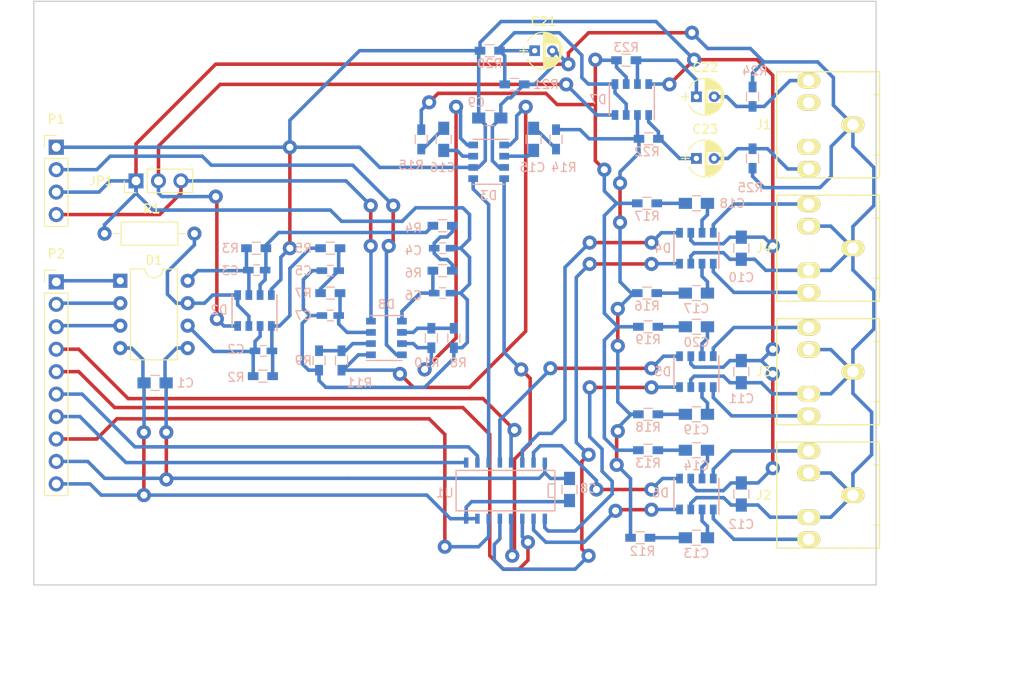
<source format=kicad_pcb>
(kicad_pcb (version 4) (host pcbnew 4.0.7)

  (general
    (links 146)
    (no_connects 0)
    (area 124.171905 51.994999 243.641429 132.240001)
    (thickness 1.6)
    (drawings 6)
    (tracks 674)
    (zones 0)
    (modules 64)
    (nets 66)
  )

  (page A4)
  (layers
    (0 F.Cu signal)
    (31 B.Cu signal)
    (32 B.Adhes user)
    (33 F.Adhes user)
    (34 B.Paste user)
    (35 F.Paste user)
    (36 B.SilkS user)
    (37 F.SilkS user)
    (38 B.Mask user)
    (39 F.Mask user)
    (40 Dwgs.User user)
    (41 Cmts.User user)
    (42 Eco1.User user)
    (43 Eco2.User user)
    (44 Edge.Cuts user)
    (45 Margin user)
    (46 B.CrtYd user)
    (47 F.CrtYd user)
    (48 B.Fab user)
    (49 F.Fab user)
  )

  (setup
    (last_trace_width 0.4)
    (trace_clearance 0.4)
    (zone_clearance 0.508)
    (zone_45_only no)
    (trace_min 0.2)
    (segment_width 0.2)
    (edge_width 0.15)
    (via_size 1.6)
    (via_drill 0.8)
    (via_min_size 0.4)
    (via_min_drill 0.3)
    (uvia_size 0.3)
    (uvia_drill 0.1)
    (uvias_allowed no)
    (uvia_min_size 0.2)
    (uvia_min_drill 0.1)
    (pcb_text_width 0.3)
    (pcb_text_size 1.5 1.5)
    (mod_edge_width 0.15)
    (mod_text_size 1 1)
    (mod_text_width 0.15)
    (pad_size 1.524 1.524)
    (pad_drill 0.762)
    (pad_to_mask_clearance 0.2)
    (aux_axis_origin 0 0)
    (visible_elements 7FFEFFFF)
    (pcbplotparams
      (layerselection 0x010f0_80000001)
      (usegerberextensions false)
      (excludeedgelayer true)
      (linewidth 0.100000)
      (plotframeref false)
      (viasonmask false)
      (mode 1)
      (useauxorigin false)
      (hpglpennumber 1)
      (hpglpenspeed 20)
      (hpglpendiameter 15)
      (hpglpenoverlay 2)
      (psnegative false)
      (psa4output false)
      (plotreference true)
      (plotvalue true)
      (plotinvisibletext false)
      (padsonsilk false)
      (subtractmaskfromsilk false)
      (outputformat 1)
      (mirror false)
      (drillshape 0)
      (scaleselection 1)
      (outputdirectory ""))
  )

  (net 0 "")
  (net 1 VDD)
  (net 2 GND)
  (net 3 GNDA)
  (net 4 "Net-(C3-Pad1)")
  (net 5 "Net-(C3-Pad2)")
  (net 6 "Net-(C4-Pad1)")
  (net 7 "Net-(C13-Pad1)")
  (net 8 "Net-(C13-Pad2)")
  (net 9 "Net-(C14-Pad1)")
  (net 10 "Net-(C14-Pad2)")
  (net 11 "Net-(C15-Pad1)")
  (net 12 "Net-(C15-Pad2)")
  (net 13 "Net-(C16-Pad1)")
  (net 14 "Net-(C16-Pad2)")
  (net 15 I2S_BCK)
  (net 16 I2S_DATA)
  (net 17 "Net-(D1-Pad7)")
  (net 18 VAA)
  (net 19 "Net-(D4-Pad1)")
  (net 20 "Net-(D4-Pad8)")
  (net 21 "Net-(D5-Pad1)")
  (net 22 "Net-(D5-Pad8)")
  (net 23 "Net-(D6-Pad1)")
  (net 24 "Net-(D6-Pad8)")
  (net 25 "Net-(C18-Pad1)")
  (net 26 "Net-(C17-Pad1)")
  (net 27 "Net-(D7-Pad2)")
  (net 28 "Net-(D7-Pad6)")
  (net 29 "Net-(C19-Pad1)")
  (net 30 "Net-(C18-Pad2)")
  (net 31 "Net-(C19-Pad2)")
  (net 32 VOL_CLK)
  (net 33 VOL_DAT)
  (net 34 VOL_A)
  (net 35 VOL_B)
  (net 36 ~VOL_E)
  (net 37 I2S_WS)
  (net 38 "Net-(C2-Pad1)")
  (net 39 "Net-(C2-Pad2)")
  (net 40 "Net-(C5-Pad1)")
  (net 41 "Net-(C6-Pad1)")
  (net 42 "Net-(C7-Pad1)")
  (net 43 "Net-(C17-Pad2)")
  (net 44 "Net-(C20-Pad1)")
  (net 45 "Net-(C20-Pad2)")
  (net 46 "Net-(C21-Pad1)")
  (net 47 "Net-(C22-Pad1)")
  (net 48 "Net-(C22-Pad2)")
  (net 49 "Net-(C23-Pad1)")
  (net 50 "Net-(C23-Pad2)")
  (net 51 IV_VEE)
  (net 52 DAC_LEFT)
  (net 53 /MIXER/VOL1_DAT)
  (net 54 /MIXER/VOL1_CLK)
  (net 55 DAC_RIGHT)
  (net 56 /MIXER/VOL2_DAT)
  (net 57 /MIXER/VOL2_CLK)
  (net 58 /MIXER/VOL3_DAT)
  (net 59 /MIXER/VOL3_CLK)
  (net 60 /MIXER/VOL4_DAT)
  (net 61 /MIXER/VOL4_CLK)
  (net 62 "Net-(D8-Pad2)")
  (net 63 "Net-(D8-Pad6)")
  (net 64 -12VA)
  (net 65 +12VA)

  (net_class Default "Это класс цепей по умолчанию."
    (clearance 0.4)
    (trace_width 0.4)
    (via_dia 1.6)
    (via_drill 0.8)
    (uvia_dia 0.3)
    (uvia_drill 0.1)
    (add_net +12VA)
    (add_net -12VA)
    (add_net /MIXER/VOL1_CLK)
    (add_net /MIXER/VOL1_DAT)
    (add_net /MIXER/VOL2_CLK)
    (add_net /MIXER/VOL2_DAT)
    (add_net /MIXER/VOL3_CLK)
    (add_net /MIXER/VOL3_DAT)
    (add_net /MIXER/VOL4_CLK)
    (add_net /MIXER/VOL4_DAT)
    (add_net DAC_LEFT)
    (add_net DAC_RIGHT)
    (add_net GND)
    (add_net GNDA)
    (add_net I2S_BCK)
    (add_net I2S_DATA)
    (add_net I2S_WS)
    (add_net IV_VEE)
    (add_net "Net-(C13-Pad1)")
    (add_net "Net-(C13-Pad2)")
    (add_net "Net-(C14-Pad1)")
    (add_net "Net-(C14-Pad2)")
    (add_net "Net-(C15-Pad1)")
    (add_net "Net-(C15-Pad2)")
    (add_net "Net-(C16-Pad1)")
    (add_net "Net-(C16-Pad2)")
    (add_net "Net-(C17-Pad1)")
    (add_net "Net-(C17-Pad2)")
    (add_net "Net-(C18-Pad1)")
    (add_net "Net-(C18-Pad2)")
    (add_net "Net-(C19-Pad1)")
    (add_net "Net-(C19-Pad2)")
    (add_net "Net-(C2-Pad1)")
    (add_net "Net-(C2-Pad2)")
    (add_net "Net-(C20-Pad1)")
    (add_net "Net-(C20-Pad2)")
    (add_net "Net-(C21-Pad1)")
    (add_net "Net-(C22-Pad1)")
    (add_net "Net-(C22-Pad2)")
    (add_net "Net-(C23-Pad1)")
    (add_net "Net-(C23-Pad2)")
    (add_net "Net-(C3-Pad1)")
    (add_net "Net-(C3-Pad2)")
    (add_net "Net-(C4-Pad1)")
    (add_net "Net-(C5-Pad1)")
    (add_net "Net-(C6-Pad1)")
    (add_net "Net-(C7-Pad1)")
    (add_net "Net-(D1-Pad7)")
    (add_net "Net-(D4-Pad1)")
    (add_net "Net-(D4-Pad8)")
    (add_net "Net-(D5-Pad1)")
    (add_net "Net-(D5-Pad8)")
    (add_net "Net-(D6-Pad1)")
    (add_net "Net-(D6-Pad8)")
    (add_net "Net-(D7-Pad2)")
    (add_net "Net-(D7-Pad6)")
    (add_net "Net-(D8-Pad2)")
    (add_net "Net-(D8-Pad6)")
    (add_net VAA)
    (add_net VDD)
    (add_net VOL_A)
    (add_net VOL_B)
    (add_net VOL_CLK)
    (add_net VOL_DAT)
    (add_net ~VOL_E)
  )

  (module Resistors_SMD:R_0603_HandSoldering (layer B.Cu) (tedit 58E0A804) (tstamp 5B0342DC)
    (at 197.739 88.9)
    (descr "Resistor SMD 0603, hand soldering")
    (tags "resistor 0603")
    (path /5B034FAB/5B03655F)
    (attr smd)
    (fp_text reference R19 (at 0 1.45) (layer B.SilkS)
      (effects (font (size 1 1) (thickness 0.15)) (justify mirror))
    )
    (fp_text value 47K (at 0 -1.55) (layer B.Fab)
      (effects (font (size 1 1) (thickness 0.15)) (justify mirror))
    )
    (fp_text user %R (at 0 0) (layer B.Fab)
      (effects (font (size 0.4 0.4) (thickness 0.075)) (justify mirror))
    )
    (fp_line (start -0.8 -0.4) (end -0.8 0.4) (layer B.Fab) (width 0.1))
    (fp_line (start 0.8 -0.4) (end -0.8 -0.4) (layer B.Fab) (width 0.1))
    (fp_line (start 0.8 0.4) (end 0.8 -0.4) (layer B.Fab) (width 0.1))
    (fp_line (start -0.8 0.4) (end 0.8 0.4) (layer B.Fab) (width 0.1))
    (fp_line (start 0.5 -0.68) (end -0.5 -0.68) (layer B.SilkS) (width 0.12))
    (fp_line (start -0.5 0.68) (end 0.5 0.68) (layer B.SilkS) (width 0.12))
    (fp_line (start -1.96 0.7) (end 1.95 0.7) (layer B.CrtYd) (width 0.05))
    (fp_line (start -1.96 0.7) (end -1.96 -0.7) (layer B.CrtYd) (width 0.05))
    (fp_line (start 1.95 -0.7) (end 1.95 0.7) (layer B.CrtYd) (width 0.05))
    (fp_line (start 1.95 -0.7) (end -1.96 -0.7) (layer B.CrtYd) (width 0.05))
    (pad 1 smd rect (at -1.1 0) (size 1.2 0.9) (layers B.Cu B.Paste B.Mask)
      (net 28 "Net-(D7-Pad6)"))
    (pad 2 smd rect (at 1.1 0) (size 1.2 0.9) (layers B.Cu B.Paste B.Mask)
      (net 44 "Net-(C20-Pad1)"))
    (model ${KISYS3DMOD}/Resistors_SMD.3dshapes/R_0603.wrl
      (at (xyz 0 0 0))
      (scale (xyz 1 1 1))
      (rotate (xyz 0 0 0))
    )
  )

  (module Capacitors_ThroughHole:CP_Radial_D4.0mm_P2.00mm (layer F.Cu) (tedit 597BC7C2) (tstamp 5B0341B4)
    (at 184.912 57.658)
    (descr "CP, Radial series, Radial, pin pitch=2.00mm, , diameter=4mm, Electrolytic Capacitor")
    (tags "CP Radial series Radial pin pitch 2.00mm  diameter 4mm Electrolytic Capacitor")
    (path /5B034FAB/5B0365EA)
    (fp_text reference C21 (at 1 -3.31) (layer F.SilkS)
      (effects (font (size 1 1) (thickness 0.15)))
    )
    (fp_text value "10u 10V" (at 1 3.31) (layer F.Fab)
      (effects (font (size 1 1) (thickness 0.15)))
    )
    (fp_arc (start 1 0) (end -0.845996 -0.98) (angle 124.1) (layer F.SilkS) (width 0.12))
    (fp_arc (start 1 0) (end -0.845996 0.98) (angle -124.1) (layer F.SilkS) (width 0.12))
    (fp_arc (start 1 0) (end 2.845996 -0.98) (angle 55.9) (layer F.SilkS) (width 0.12))
    (fp_circle (center 1 0) (end 3 0) (layer F.Fab) (width 0.1))
    (fp_line (start -1.7 0) (end -0.8 0) (layer F.Fab) (width 0.1))
    (fp_line (start -1.25 -0.45) (end -1.25 0.45) (layer F.Fab) (width 0.1))
    (fp_line (start 1 -2.05) (end 1 2.05) (layer F.SilkS) (width 0.12))
    (fp_line (start 1.04 -2.05) (end 1.04 2.05) (layer F.SilkS) (width 0.12))
    (fp_line (start 1.08 -2.049) (end 1.08 2.049) (layer F.SilkS) (width 0.12))
    (fp_line (start 1.12 -2.047) (end 1.12 2.047) (layer F.SilkS) (width 0.12))
    (fp_line (start 1.16 -2.044) (end 1.16 2.044) (layer F.SilkS) (width 0.12))
    (fp_line (start 1.2 -2.041) (end 1.2 2.041) (layer F.SilkS) (width 0.12))
    (fp_line (start 1.24 -2.037) (end 1.24 -0.78) (layer F.SilkS) (width 0.12))
    (fp_line (start 1.24 0.78) (end 1.24 2.037) (layer F.SilkS) (width 0.12))
    (fp_line (start 1.28 -2.032) (end 1.28 -0.78) (layer F.SilkS) (width 0.12))
    (fp_line (start 1.28 0.78) (end 1.28 2.032) (layer F.SilkS) (width 0.12))
    (fp_line (start 1.32 -2.026) (end 1.32 -0.78) (layer F.SilkS) (width 0.12))
    (fp_line (start 1.32 0.78) (end 1.32 2.026) (layer F.SilkS) (width 0.12))
    (fp_line (start 1.36 -2.019) (end 1.36 -0.78) (layer F.SilkS) (width 0.12))
    (fp_line (start 1.36 0.78) (end 1.36 2.019) (layer F.SilkS) (width 0.12))
    (fp_line (start 1.4 -2.012) (end 1.4 -0.78) (layer F.SilkS) (width 0.12))
    (fp_line (start 1.4 0.78) (end 1.4 2.012) (layer F.SilkS) (width 0.12))
    (fp_line (start 1.44 -2.004) (end 1.44 -0.78) (layer F.SilkS) (width 0.12))
    (fp_line (start 1.44 0.78) (end 1.44 2.004) (layer F.SilkS) (width 0.12))
    (fp_line (start 1.48 -1.995) (end 1.48 -0.78) (layer F.SilkS) (width 0.12))
    (fp_line (start 1.48 0.78) (end 1.48 1.995) (layer F.SilkS) (width 0.12))
    (fp_line (start 1.52 -1.985) (end 1.52 -0.78) (layer F.SilkS) (width 0.12))
    (fp_line (start 1.52 0.78) (end 1.52 1.985) (layer F.SilkS) (width 0.12))
    (fp_line (start 1.56 -1.974) (end 1.56 -0.78) (layer F.SilkS) (width 0.12))
    (fp_line (start 1.56 0.78) (end 1.56 1.974) (layer F.SilkS) (width 0.12))
    (fp_line (start 1.6 -1.963) (end 1.6 -0.78) (layer F.SilkS) (width 0.12))
    (fp_line (start 1.6 0.78) (end 1.6 1.963) (layer F.SilkS) (width 0.12))
    (fp_line (start 1.64 -1.95) (end 1.64 -0.78) (layer F.SilkS) (width 0.12))
    (fp_line (start 1.64 0.78) (end 1.64 1.95) (layer F.SilkS) (width 0.12))
    (fp_line (start 1.68 -1.937) (end 1.68 -0.78) (layer F.SilkS) (width 0.12))
    (fp_line (start 1.68 0.78) (end 1.68 1.937) (layer F.SilkS) (width 0.12))
    (fp_line (start 1.721 -1.923) (end 1.721 -0.78) (layer F.SilkS) (width 0.12))
    (fp_line (start 1.721 0.78) (end 1.721 1.923) (layer F.SilkS) (width 0.12))
    (fp_line (start 1.761 -1.907) (end 1.761 -0.78) (layer F.SilkS) (width 0.12))
    (fp_line (start 1.761 0.78) (end 1.761 1.907) (layer F.SilkS) (width 0.12))
    (fp_line (start 1.801 -1.891) (end 1.801 -0.78) (layer F.SilkS) (width 0.12))
    (fp_line (start 1.801 0.78) (end 1.801 1.891) (layer F.SilkS) (width 0.12))
    (fp_line (start 1.841 -1.874) (end 1.841 -0.78) (layer F.SilkS) (width 0.12))
    (fp_line (start 1.841 0.78) (end 1.841 1.874) (layer F.SilkS) (width 0.12))
    (fp_line (start 1.881 -1.856) (end 1.881 -0.78) (layer F.SilkS) (width 0.12))
    (fp_line (start 1.881 0.78) (end 1.881 1.856) (layer F.SilkS) (width 0.12))
    (fp_line (start 1.921 -1.837) (end 1.921 -0.78) (layer F.SilkS) (width 0.12))
    (fp_line (start 1.921 0.78) (end 1.921 1.837) (layer F.SilkS) (width 0.12))
    (fp_line (start 1.961 -1.817) (end 1.961 -0.78) (layer F.SilkS) (width 0.12))
    (fp_line (start 1.961 0.78) (end 1.961 1.817) (layer F.SilkS) (width 0.12))
    (fp_line (start 2.001 -1.796) (end 2.001 -0.78) (layer F.SilkS) (width 0.12))
    (fp_line (start 2.001 0.78) (end 2.001 1.796) (layer F.SilkS) (width 0.12))
    (fp_line (start 2.041 -1.773) (end 2.041 -0.78) (layer F.SilkS) (width 0.12))
    (fp_line (start 2.041 0.78) (end 2.041 1.773) (layer F.SilkS) (width 0.12))
    (fp_line (start 2.081 -1.75) (end 2.081 -0.78) (layer F.SilkS) (width 0.12))
    (fp_line (start 2.081 0.78) (end 2.081 1.75) (layer F.SilkS) (width 0.12))
    (fp_line (start 2.121 -1.725) (end 2.121 -0.78) (layer F.SilkS) (width 0.12))
    (fp_line (start 2.121 0.78) (end 2.121 1.725) (layer F.SilkS) (width 0.12))
    (fp_line (start 2.161 -1.699) (end 2.161 -0.78) (layer F.SilkS) (width 0.12))
    (fp_line (start 2.161 0.78) (end 2.161 1.699) (layer F.SilkS) (width 0.12))
    (fp_line (start 2.201 -1.672) (end 2.201 -0.78) (layer F.SilkS) (width 0.12))
    (fp_line (start 2.201 0.78) (end 2.201 1.672) (layer F.SilkS) (width 0.12))
    (fp_line (start 2.241 -1.643) (end 2.241 -0.78) (layer F.SilkS) (width 0.12))
    (fp_line (start 2.241 0.78) (end 2.241 1.643) (layer F.SilkS) (width 0.12))
    (fp_line (start 2.281 -1.613) (end 2.281 -0.78) (layer F.SilkS) (width 0.12))
    (fp_line (start 2.281 0.78) (end 2.281 1.613) (layer F.SilkS) (width 0.12))
    (fp_line (start 2.321 -1.581) (end 2.321 -0.78) (layer F.SilkS) (width 0.12))
    (fp_line (start 2.321 0.78) (end 2.321 1.581) (layer F.SilkS) (width 0.12))
    (fp_line (start 2.361 -1.547) (end 2.361 -0.78) (layer F.SilkS) (width 0.12))
    (fp_line (start 2.361 0.78) (end 2.361 1.547) (layer F.SilkS) (width 0.12))
    (fp_line (start 2.401 -1.512) (end 2.401 -0.78) (layer F.SilkS) (width 0.12))
    (fp_line (start 2.401 0.78) (end 2.401 1.512) (layer F.SilkS) (width 0.12))
    (fp_line (start 2.441 -1.475) (end 2.441 -0.78) (layer F.SilkS) (width 0.12))
    (fp_line (start 2.441 0.78) (end 2.441 1.475) (layer F.SilkS) (width 0.12))
    (fp_line (start 2.481 -1.436) (end 2.481 -0.78) (layer F.SilkS) (width 0.12))
    (fp_line (start 2.481 0.78) (end 2.481 1.436) (layer F.SilkS) (width 0.12))
    (fp_line (start 2.521 -1.395) (end 2.521 -0.78) (layer F.SilkS) (width 0.12))
    (fp_line (start 2.521 0.78) (end 2.521 1.395) (layer F.SilkS) (width 0.12))
    (fp_line (start 2.561 -1.351) (end 2.561 -0.78) (layer F.SilkS) (width 0.12))
    (fp_line (start 2.561 0.78) (end 2.561 1.351) (layer F.SilkS) (width 0.12))
    (fp_line (start 2.601 -1.305) (end 2.601 -0.78) (layer F.SilkS) (width 0.12))
    (fp_line (start 2.601 0.78) (end 2.601 1.305) (layer F.SilkS) (width 0.12))
    (fp_line (start 2.641 -1.256) (end 2.641 -0.78) (layer F.SilkS) (width 0.12))
    (fp_line (start 2.641 0.78) (end 2.641 1.256) (layer F.SilkS) (width 0.12))
    (fp_line (start 2.681 -1.204) (end 2.681 -0.78) (layer F.SilkS) (width 0.12))
    (fp_line (start 2.681 0.78) (end 2.681 1.204) (layer F.SilkS) (width 0.12))
    (fp_line (start 2.721 -1.148) (end 2.721 -0.78) (layer F.SilkS) (width 0.12))
    (fp_line (start 2.721 0.78) (end 2.721 1.148) (layer F.SilkS) (width 0.12))
    (fp_line (start 2.761 -1.088) (end 2.761 -0.78) (layer F.SilkS) (width 0.12))
    (fp_line (start 2.761 0.78) (end 2.761 1.088) (layer F.SilkS) (width 0.12))
    (fp_line (start 2.801 -1.023) (end 2.801 1.023) (layer F.SilkS) (width 0.12))
    (fp_line (start 2.841 -0.952) (end 2.841 0.952) (layer F.SilkS) (width 0.12))
    (fp_line (start 2.881 -0.874) (end 2.881 0.874) (layer F.SilkS) (width 0.12))
    (fp_line (start 2.921 -0.786) (end 2.921 0.786) (layer F.SilkS) (width 0.12))
    (fp_line (start 2.961 -0.686) (end 2.961 0.686) (layer F.SilkS) (width 0.12))
    (fp_line (start 3.001 -0.567) (end 3.001 0.567) (layer F.SilkS) (width 0.12))
    (fp_line (start 3.041 -0.415) (end 3.041 0.415) (layer F.SilkS) (width 0.12))
    (fp_line (start 3.081 -0.165) (end 3.081 0.165) (layer F.SilkS) (width 0.12))
    (fp_line (start -1.7 0) (end -0.8 0) (layer F.SilkS) (width 0.12))
    (fp_line (start -1.25 -0.45) (end -1.25 0.45) (layer F.SilkS) (width 0.12))
    (fp_line (start -1.35 -2.35) (end -1.35 2.35) (layer F.CrtYd) (width 0.05))
    (fp_line (start -1.35 2.35) (end 3.35 2.35) (layer F.CrtYd) (width 0.05))
    (fp_line (start 3.35 2.35) (end 3.35 -2.35) (layer F.CrtYd) (width 0.05))
    (fp_line (start 3.35 -2.35) (end -1.35 -2.35) (layer F.CrtYd) (width 0.05))
    (fp_text user %R (at 1 0) (layer F.Fab)
      (effects (font (size 1 1) (thickness 0.15)))
    )
    (pad 1 thru_hole rect (at 0 0) (size 1.2 1.2) (drill 0.6) (layers *.Cu *.Mask)
      (net 46 "Net-(C21-Pad1)"))
    (pad 2 thru_hole circle (at 2 0) (size 1.2 1.2) (drill 0.6) (layers *.Cu *.Mask)
      (net 3 GNDA))
    (model ${KISYS3DMOD}/Capacitors_THT.3dshapes/CP_Radial_D4.0mm_P2.00mm.wrl
      (at (xyz 0 0 0))
      (scale (xyz 1 1 1))
      (rotate (xyz 0 0 0))
    )
  )

  (module SMD_Packages:SO-16-N (layer B.Cu) (tedit 5B5CE24E) (tstamp 5B003C9F)
    (at 181.61 107.442 180)
    (descr "Module CMS SOJ 16 pins large")
    (tags "CMS SOJ")
    (path /5B034FAB/5B03665B)
    (attr smd)
    (fp_text reference U1 (at 6.858 -0.254 180) (layer B.SilkS)
      (effects (font (size 1 1) (thickness 0.15)) (justify mirror))
    )
    (fp_text value 4052 (at 0 -1.27 180) (layer B.Fab)
      (effects (font (size 1 1) (thickness 0.15)) (justify mirror))
    )
    (fp_line (start -5.588 0.762) (end -4.826 0.762) (layer B.SilkS) (width 0.15))
    (fp_line (start -4.826 0.762) (end -4.826 -0.762) (layer B.SilkS) (width 0.15))
    (fp_line (start -4.826 -0.762) (end -5.588 -0.762) (layer B.SilkS) (width 0.15))
    (fp_line (start 5.588 2.286) (end 5.588 -2.286) (layer B.SilkS) (width 0.15))
    (fp_line (start 5.588 -2.286) (end -5.588 -2.286) (layer B.SilkS) (width 0.15))
    (fp_line (start -5.588 -2.286) (end -5.588 2.286) (layer B.SilkS) (width 0.15))
    (fp_line (start -5.588 2.286) (end 5.588 2.286) (layer B.SilkS) (width 0.15))
    (pad 16 smd rect (at -4.445 3.175 180) (size 0.508 1.143) (layers B.Cu B.Paste B.Mask)
      (net 1 VDD))
    (pad 14 smd rect (at -1.905 3.175 180) (size 0.508 1.143) (layers B.Cu B.Paste B.Mask)
      (net 57 /MIXER/VOL2_CLK))
    (pad 13 smd rect (at -0.635 3.175 180) (size 0.508 1.143) (layers B.Cu B.Paste B.Mask)
      (net 32 VOL_CLK))
    (pad 12 smd rect (at 0.635 3.175 180) (size 0.508 1.143) (layers B.Cu B.Paste B.Mask)
      (net 59 /MIXER/VOL3_CLK))
    (pad 11 smd rect (at 1.905 3.175 180) (size 0.508 1.143) (layers B.Cu B.Paste B.Mask)
      (net 54 /MIXER/VOL1_CLK))
    (pad 10 smd rect (at 3.175 3.175 180) (size 0.508 1.143) (layers B.Cu B.Paste B.Mask)
      (net 34 VOL_A))
    (pad 9 smd rect (at 4.445 3.175 180) (size 0.508 1.143) (layers B.Cu B.Paste B.Mask)
      (net 35 VOL_B))
    (pad 8 smd rect (at 4.445 -3.175 180) (size 0.508 1.143) (layers B.Cu B.Paste B.Mask)
      (net 2 GND))
    (pad 7 smd rect (at 3.175 -3.175 180) (size 0.508 1.143) (layers B.Cu B.Paste B.Mask)
      (net 2 GND))
    (pad 6 smd rect (at 1.905 -3.175 180) (size 0.508 1.143) (layers B.Cu B.Paste B.Mask)
      (net 36 ~VOL_E))
    (pad 5 smd rect (at 0.635 -3.175 180) (size 0.508 1.143) (layers B.Cu B.Paste B.Mask)
      (net 56 /MIXER/VOL2_DAT))
    (pad 4 smd rect (at -0.635 -3.175 180) (size 0.508 1.143) (layers B.Cu B.Paste B.Mask)
      (net 53 /MIXER/VOL1_DAT))
    (pad 3 smd rect (at -1.905 -3.175 180) (size 0.508 1.143) (layers B.Cu B.Paste B.Mask)
      (net 33 VOL_DAT))
    (pad 2 smd rect (at -3.175 -3.175 180) (size 0.508 1.143) (layers B.Cu B.Paste B.Mask)
      (net 60 /MIXER/VOL4_DAT))
    (pad 1 smd rect (at -4.445 -3.175 180) (size 0.508 1.143) (layers B.Cu B.Paste B.Mask)
      (net 58 /MIXER/VOL3_DAT))
    (pad 15 smd rect (at -3.175 3.175 180) (size 0.508 1.143) (layers B.Cu B.Paste B.Mask)
      (net 61 /MIXER/VOL4_CLK))
    (model SMD_Packages.3dshapes/SO-16-N.wrl
      (at (xyz 0 0 0))
      (scale (xyz 0.5 0.4 0.5))
      (rotate (xyz 0 0 0))
    )
  )

  (module Capacitors_SMD:C_0805_HandSoldering (layer B.Cu) (tedit 5B5CE160) (tstamp 5B003977)
    (at 141.986 95.25 180)
    (descr "Capacitor SMD 0805, hand soldering")
    (tags "capacitor 0805")
    (path /5B033269/5B033CD6)
    (attr smd)
    (fp_text reference C1 (at -3.429 0 180) (layer B.SilkS)
      (effects (font (size 1 1) (thickness 0.15)) (justify mirror))
    )
    (fp_text value 0.1u (at 0 -1.75 180) (layer B.Fab)
      (effects (font (size 1 1) (thickness 0.15)) (justify mirror))
    )
    (fp_text user %R (at 0 1.75 180) (layer B.Fab)
      (effects (font (size 1 1) (thickness 0.15)) (justify mirror))
    )
    (fp_line (start -1 -0.62) (end -1 0.62) (layer B.Fab) (width 0.1))
    (fp_line (start 1 -0.62) (end -1 -0.62) (layer B.Fab) (width 0.1))
    (fp_line (start 1 0.62) (end 1 -0.62) (layer B.Fab) (width 0.1))
    (fp_line (start -1 0.62) (end 1 0.62) (layer B.Fab) (width 0.1))
    (fp_line (start 0.5 0.85) (end -0.5 0.85) (layer B.SilkS) (width 0.12))
    (fp_line (start -0.5 -0.85) (end 0.5 -0.85) (layer B.SilkS) (width 0.12))
    (fp_line (start -2.25 0.88) (end 2.25 0.88) (layer B.CrtYd) (width 0.05))
    (fp_line (start -2.25 0.88) (end -2.25 -0.87) (layer B.CrtYd) (width 0.05))
    (fp_line (start 2.25 -0.87) (end 2.25 0.88) (layer B.CrtYd) (width 0.05))
    (fp_line (start 2.25 -0.87) (end -2.25 -0.87) (layer B.CrtYd) (width 0.05))
    (pad 1 smd rect (at -1.25 0 180) (size 1.5 1.25) (layers B.Cu B.Paste B.Mask)
      (net 1 VDD))
    (pad 2 smd rect (at 1.25 0 180) (size 1.5 1.25) (layers B.Cu B.Paste B.Mask)
      (net 2 GND))
    (model Capacitors_SMD.3dshapes/C_0805.wrl
      (at (xyz 0 0 0))
      (scale (xyz 1 1 1))
      (rotate (xyz 0 0 0))
    )
  )

  (module Capacitors_SMD:C_0603_HandSoldering (layer B.Cu) (tedit 5B5CE159) (tstamp 5B003999)
    (at 153.4795 82.4865 180)
    (descr "Capacitor SMD 0603, hand soldering")
    (tags "capacitor 0603")
    (path /5B033269/5B033CC1)
    (attr smd)
    (fp_text reference C3 (at 2.9845 -0.0635 180) (layer B.SilkS)
      (effects (font (size 1 1) (thickness 0.15)) (justify mirror))
    )
    (fp_text value 3.3n (at 0 -1.5 180) (layer B.Fab)
      (effects (font (size 1 1) (thickness 0.15)) (justify mirror))
    )
    (fp_text user %R (at 0 1.25 180) (layer B.Fab)
      (effects (font (size 1 1) (thickness 0.15)) (justify mirror))
    )
    (fp_line (start -0.8 -0.4) (end -0.8 0.4) (layer B.Fab) (width 0.1))
    (fp_line (start 0.8 -0.4) (end -0.8 -0.4) (layer B.Fab) (width 0.1))
    (fp_line (start 0.8 0.4) (end 0.8 -0.4) (layer B.Fab) (width 0.1))
    (fp_line (start -0.8 0.4) (end 0.8 0.4) (layer B.Fab) (width 0.1))
    (fp_line (start -0.35 0.6) (end 0.35 0.6) (layer B.SilkS) (width 0.12))
    (fp_line (start 0.35 -0.6) (end -0.35 -0.6) (layer B.SilkS) (width 0.12))
    (fp_line (start -1.8 0.65) (end 1.8 0.65) (layer B.CrtYd) (width 0.05))
    (fp_line (start -1.8 0.65) (end -1.8 -0.65) (layer B.CrtYd) (width 0.05))
    (fp_line (start 1.8 -0.65) (end 1.8 0.65) (layer B.CrtYd) (width 0.05))
    (fp_line (start 1.8 -0.65) (end -1.8 -0.65) (layer B.CrtYd) (width 0.05))
    (pad 1 smd rect (at -0.95 0 180) (size 1.2 0.75) (layers B.Cu B.Paste B.Mask)
      (net 4 "Net-(C3-Pad1)"))
    (pad 2 smd rect (at 0.95 0 180) (size 1.2 0.75) (layers B.Cu B.Paste B.Mask)
      (net 5 "Net-(C3-Pad2)"))
    (model Capacitors_SMD.3dshapes/C_0603.wrl
      (at (xyz 0 0 0))
      (scale (xyz 1 1 1))
      (rotate (xyz 0 0 0))
    )
  )

  (module Capacitors_SMD:C_0603_HandSoldering (layer B.Cu) (tedit 5B5CE215) (tstamp 5B0039AA)
    (at 174.498 80.01)
    (descr "Capacitor SMD 0603, hand soldering")
    (tags "capacitor 0603")
    (path /5B033269/5B039694)
    (attr smd)
    (fp_text reference C4 (at -3.302 0.254) (layer B.SilkS)
      (effects (font (size 1 1) (thickness 0.15)) (justify mirror))
    )
    (fp_text value C (at 0 -1.5) (layer B.Fab)
      (effects (font (size 1 1) (thickness 0.15)) (justify mirror))
    )
    (fp_text user %R (at 0 1.25) (layer B.Fab)
      (effects (font (size 1 1) (thickness 0.15)) (justify mirror))
    )
    (fp_line (start -0.8 -0.4) (end -0.8 0.4) (layer B.Fab) (width 0.1))
    (fp_line (start 0.8 -0.4) (end -0.8 -0.4) (layer B.Fab) (width 0.1))
    (fp_line (start 0.8 0.4) (end 0.8 -0.4) (layer B.Fab) (width 0.1))
    (fp_line (start -0.8 0.4) (end 0.8 0.4) (layer B.Fab) (width 0.1))
    (fp_line (start -0.35 0.6) (end 0.35 0.6) (layer B.SilkS) (width 0.12))
    (fp_line (start 0.35 -0.6) (end -0.35 -0.6) (layer B.SilkS) (width 0.12))
    (fp_line (start -1.8 0.65) (end 1.8 0.65) (layer B.CrtYd) (width 0.05))
    (fp_line (start -1.8 0.65) (end -1.8 -0.65) (layer B.CrtYd) (width 0.05))
    (fp_line (start 1.8 -0.65) (end 1.8 0.65) (layer B.CrtYd) (width 0.05))
    (fp_line (start 1.8 -0.65) (end -1.8 -0.65) (layer B.CrtYd) (width 0.05))
    (pad 1 smd rect (at -0.95 0) (size 1.2 0.75) (layers B.Cu B.Paste B.Mask)
      (net 6 "Net-(C4-Pad1)"))
    (pad 2 smd rect (at 0.95 0) (size 1.2 0.75) (layers B.Cu B.Paste B.Mask)
      (net 3 GNDA))
    (model Capacitors_SMD.3dshapes/C_0603.wrl
      (at (xyz 0 0 0))
      (scale (xyz 1 1 1))
      (rotate (xyz 0 0 0))
    )
  )

  (module Capacitors_SMD:C_0805_HandSoldering (layer B.Cu) (tedit 5B5CE256) (tstamp 5B0039EE)
    (at 188.849 107.315 270)
    (descr "Capacitor SMD 0805, hand soldering")
    (tags "capacitor 0805")
    (path /5B034FAB/5B03666D)
    (attr smd)
    (fp_text reference C8 (at -0.127 -2.159 360) (layer B.SilkS)
      (effects (font (size 1 1) (thickness 0.15)) (justify mirror))
    )
    (fp_text value 0.1u (at 0 -1.75 270) (layer B.Fab)
      (effects (font (size 1 1) (thickness 0.15)) (justify mirror))
    )
    (fp_text user %R (at 0 1.75 270) (layer B.Fab)
      (effects (font (size 1 1) (thickness 0.15)) (justify mirror))
    )
    (fp_line (start -1 -0.62) (end -1 0.62) (layer B.Fab) (width 0.1))
    (fp_line (start 1 -0.62) (end -1 -0.62) (layer B.Fab) (width 0.1))
    (fp_line (start 1 0.62) (end 1 -0.62) (layer B.Fab) (width 0.1))
    (fp_line (start -1 0.62) (end 1 0.62) (layer B.Fab) (width 0.1))
    (fp_line (start 0.5 0.85) (end -0.5 0.85) (layer B.SilkS) (width 0.12))
    (fp_line (start -0.5 -0.85) (end 0.5 -0.85) (layer B.SilkS) (width 0.12))
    (fp_line (start -2.25 0.88) (end 2.25 0.88) (layer B.CrtYd) (width 0.05))
    (fp_line (start -2.25 0.88) (end -2.25 -0.87) (layer B.CrtYd) (width 0.05))
    (fp_line (start 2.25 -0.87) (end 2.25 0.88) (layer B.CrtYd) (width 0.05))
    (fp_line (start 2.25 -0.87) (end -2.25 -0.87) (layer B.CrtYd) (width 0.05))
    (pad 1 smd rect (at -1.25 0 270) (size 1.5 1.25) (layers B.Cu B.Paste B.Mask)
      (net 1 VDD))
    (pad 2 smd rect (at 1.25 0 270) (size 1.5 1.25) (layers B.Cu B.Paste B.Mask)
      (net 2 GND))
    (model Capacitors_SMD.3dshapes/C_0805.wrl
      (at (xyz 0 0 0))
      (scale (xyz 1 1 1))
      (rotate (xyz 0 0 0))
    )
  )

  (module Capacitors_SMD:C_0805_HandSoldering (layer B.Cu) (tedit 5B5CE2CF) (tstamp 5B0039FF)
    (at 179.832 65.278)
    (descr "Capacitor SMD 0805, hand soldering")
    (tags "capacitor 0805")
    (path /5B034FAB/5B03664E)
    (attr smd)
    (fp_text reference C9 (at -1.524 -1.778) (layer B.SilkS)
      (effects (font (size 1 1) (thickness 0.15)) (justify mirror))
    )
    (fp_text value 0.1u (at 0 -1.75) (layer B.Fab)
      (effects (font (size 1 1) (thickness 0.15)) (justify mirror))
    )
    (fp_text user %R (at 0 1.75) (layer B.Fab)
      (effects (font (size 1 1) (thickness 0.15)) (justify mirror))
    )
    (fp_line (start -1 -0.62) (end -1 0.62) (layer B.Fab) (width 0.1))
    (fp_line (start 1 -0.62) (end -1 -0.62) (layer B.Fab) (width 0.1))
    (fp_line (start 1 0.62) (end 1 -0.62) (layer B.Fab) (width 0.1))
    (fp_line (start -1 0.62) (end 1 0.62) (layer B.Fab) (width 0.1))
    (fp_line (start 0.5 0.85) (end -0.5 0.85) (layer B.SilkS) (width 0.12))
    (fp_line (start -0.5 -0.85) (end 0.5 -0.85) (layer B.SilkS) (width 0.12))
    (fp_line (start -2.25 0.88) (end 2.25 0.88) (layer B.CrtYd) (width 0.05))
    (fp_line (start -2.25 0.88) (end -2.25 -0.87) (layer B.CrtYd) (width 0.05))
    (fp_line (start 2.25 -0.87) (end 2.25 0.88) (layer B.CrtYd) (width 0.05))
    (fp_line (start 2.25 -0.87) (end -2.25 -0.87) (layer B.CrtYd) (width 0.05))
    (pad 1 smd rect (at -1.25 0) (size 1.5 1.25) (layers B.Cu B.Paste B.Mask)
      (net 18 VAA))
    (pad 2 smd rect (at 1.25 0) (size 1.5 1.25) (layers B.Cu B.Paste B.Mask)
      (net 3 GNDA))
    (model Capacitors_SMD.3dshapes/C_0805.wrl
      (at (xyz 0 0 0))
      (scale (xyz 1 1 1))
      (rotate (xyz 0 0 0))
    )
  )

  (module Capacitors_SMD:C_0805_HandSoldering (layer B.Cu) (tedit 5B5CE30D) (tstamp 5B003A10)
    (at 208.28 80.01 270)
    (descr "Capacitor SMD 0805, hand soldering")
    (tags "capacitor 0805")
    (path /5B034FAB/5B036627)
    (attr smd)
    (fp_text reference C10 (at 3.302 0 360) (layer B.SilkS)
      (effects (font (size 1 1) (thickness 0.15)) (justify mirror))
    )
    (fp_text value 0.1u (at 0 -1.75 270) (layer B.Fab)
      (effects (font (size 1 1) (thickness 0.15)) (justify mirror))
    )
    (fp_text user %R (at 0 1.75 270) (layer B.Fab)
      (effects (font (size 1 1) (thickness 0.15)) (justify mirror))
    )
    (fp_line (start -1 -0.62) (end -1 0.62) (layer B.Fab) (width 0.1))
    (fp_line (start 1 -0.62) (end -1 -0.62) (layer B.Fab) (width 0.1))
    (fp_line (start 1 0.62) (end 1 -0.62) (layer B.Fab) (width 0.1))
    (fp_line (start -1 0.62) (end 1 0.62) (layer B.Fab) (width 0.1))
    (fp_line (start 0.5 0.85) (end -0.5 0.85) (layer B.SilkS) (width 0.12))
    (fp_line (start -0.5 -0.85) (end 0.5 -0.85) (layer B.SilkS) (width 0.12))
    (fp_line (start -2.25 0.88) (end 2.25 0.88) (layer B.CrtYd) (width 0.05))
    (fp_line (start -2.25 0.88) (end -2.25 -0.87) (layer B.CrtYd) (width 0.05))
    (fp_line (start 2.25 -0.87) (end 2.25 0.88) (layer B.CrtYd) (width 0.05))
    (fp_line (start 2.25 -0.87) (end -2.25 -0.87) (layer B.CrtYd) (width 0.05))
    (pad 1 smd rect (at -1.25 0 270) (size 1.5 1.25) (layers B.Cu B.Paste B.Mask)
      (net 18 VAA))
    (pad 2 smd rect (at 1.25 0 270) (size 1.5 1.25) (layers B.Cu B.Paste B.Mask)
      (net 3 GNDA))
    (model Capacitors_SMD.3dshapes/C_0805.wrl
      (at (xyz 0 0 0))
      (scale (xyz 1 1 1))
      (rotate (xyz 0 0 0))
    )
  )

  (module Capacitors_SMD:C_0805_HandSoldering (layer B.Cu) (tedit 5B5CE31F) (tstamp 5B003A21)
    (at 208.28 93.98 270)
    (descr "Capacitor SMD 0805, hand soldering")
    (tags "capacitor 0805")
    (path /5B034FAB/5B036634)
    (attr smd)
    (fp_text reference C11 (at 3.048 0 360) (layer B.SilkS)
      (effects (font (size 1 1) (thickness 0.15)) (justify mirror))
    )
    (fp_text value 0.1u (at 0 -1.75 270) (layer B.Fab)
      (effects (font (size 1 1) (thickness 0.15)) (justify mirror))
    )
    (fp_text user %R (at 0 1.75 270) (layer B.Fab)
      (effects (font (size 1 1) (thickness 0.15)) (justify mirror))
    )
    (fp_line (start -1 -0.62) (end -1 0.62) (layer B.Fab) (width 0.1))
    (fp_line (start 1 -0.62) (end -1 -0.62) (layer B.Fab) (width 0.1))
    (fp_line (start 1 0.62) (end 1 -0.62) (layer B.Fab) (width 0.1))
    (fp_line (start -1 0.62) (end 1 0.62) (layer B.Fab) (width 0.1))
    (fp_line (start 0.5 0.85) (end -0.5 0.85) (layer B.SilkS) (width 0.12))
    (fp_line (start -0.5 -0.85) (end 0.5 -0.85) (layer B.SilkS) (width 0.12))
    (fp_line (start -2.25 0.88) (end 2.25 0.88) (layer B.CrtYd) (width 0.05))
    (fp_line (start -2.25 0.88) (end -2.25 -0.87) (layer B.CrtYd) (width 0.05))
    (fp_line (start 2.25 -0.87) (end 2.25 0.88) (layer B.CrtYd) (width 0.05))
    (fp_line (start 2.25 -0.87) (end -2.25 -0.87) (layer B.CrtYd) (width 0.05))
    (pad 1 smd rect (at -1.25 0 270) (size 1.5 1.25) (layers B.Cu B.Paste B.Mask)
      (net 18 VAA))
    (pad 2 smd rect (at 1.25 0 270) (size 1.5 1.25) (layers B.Cu B.Paste B.Mask)
      (net 3 GNDA))
    (model Capacitors_SMD.3dshapes/C_0805.wrl
      (at (xyz 0 0 0))
      (scale (xyz 1 1 1))
      (rotate (xyz 0 0 0))
    )
  )

  (module Capacitors_SMD:C_0805_HandSoldering (layer B.Cu) (tedit 5B5CE268) (tstamp 5B003A32)
    (at 208.28 107.823 270)
    (descr "Capacitor SMD 0805, hand soldering")
    (tags "capacitor 0805")
    (path /5B034FAB/5B036641)
    (attr smd)
    (fp_text reference C12 (at 3.429 0 360) (layer B.SilkS)
      (effects (font (size 1 1) (thickness 0.15)) (justify mirror))
    )
    (fp_text value 0.1u (at 0 -1.75 270) (layer B.Fab)
      (effects (font (size 1 1) (thickness 0.15)) (justify mirror))
    )
    (fp_text user %R (at 0 1.75 270) (layer B.Fab)
      (effects (font (size 1 1) (thickness 0.15)) (justify mirror))
    )
    (fp_line (start -1 -0.62) (end -1 0.62) (layer B.Fab) (width 0.1))
    (fp_line (start 1 -0.62) (end -1 -0.62) (layer B.Fab) (width 0.1))
    (fp_line (start 1 0.62) (end 1 -0.62) (layer B.Fab) (width 0.1))
    (fp_line (start -1 0.62) (end 1 0.62) (layer B.Fab) (width 0.1))
    (fp_line (start 0.5 0.85) (end -0.5 0.85) (layer B.SilkS) (width 0.12))
    (fp_line (start -0.5 -0.85) (end 0.5 -0.85) (layer B.SilkS) (width 0.12))
    (fp_line (start -2.25 0.88) (end 2.25 0.88) (layer B.CrtYd) (width 0.05))
    (fp_line (start -2.25 0.88) (end -2.25 -0.87) (layer B.CrtYd) (width 0.05))
    (fp_line (start 2.25 -0.87) (end 2.25 0.88) (layer B.CrtYd) (width 0.05))
    (fp_line (start 2.25 -0.87) (end -2.25 -0.87) (layer B.CrtYd) (width 0.05))
    (pad 1 smd rect (at -1.25 0 270) (size 1.5 1.25) (layers B.Cu B.Paste B.Mask)
      (net 18 VAA))
    (pad 2 smd rect (at 1.25 0 270) (size 1.5 1.25) (layers B.Cu B.Paste B.Mask)
      (net 3 GNDA))
    (model Capacitors_SMD.3dshapes/C_0805.wrl
      (at (xyz 0 0 0))
      (scale (xyz 1 1 1))
      (rotate (xyz 0 0 0))
    )
  )

  (module Capacitors_SMD:C_0805_HandSoldering (layer B.Cu) (tedit 58AA84A8) (tstamp 5B003A43)
    (at 203.2 112.776)
    (descr "Capacitor SMD 0805, hand soldering")
    (tags "capacitor 0805")
    (path /5B034FAB/5B036566)
    (attr smd)
    (fp_text reference C13 (at 0 1.75) (layer B.SilkS)
      (effects (font (size 1 1) (thickness 0.15)) (justify mirror))
    )
    (fp_text value 1u (at 0 -1.75) (layer B.Fab)
      (effects (font (size 1 1) (thickness 0.15)) (justify mirror))
    )
    (fp_text user %R (at 0 1.75) (layer B.Fab)
      (effects (font (size 1 1) (thickness 0.15)) (justify mirror))
    )
    (fp_line (start -1 -0.62) (end -1 0.62) (layer B.Fab) (width 0.1))
    (fp_line (start 1 -0.62) (end -1 -0.62) (layer B.Fab) (width 0.1))
    (fp_line (start 1 0.62) (end 1 -0.62) (layer B.Fab) (width 0.1))
    (fp_line (start -1 0.62) (end 1 0.62) (layer B.Fab) (width 0.1))
    (fp_line (start 0.5 0.85) (end -0.5 0.85) (layer B.SilkS) (width 0.12))
    (fp_line (start -0.5 -0.85) (end 0.5 -0.85) (layer B.SilkS) (width 0.12))
    (fp_line (start -2.25 0.88) (end 2.25 0.88) (layer B.CrtYd) (width 0.05))
    (fp_line (start -2.25 0.88) (end -2.25 -0.87) (layer B.CrtYd) (width 0.05))
    (fp_line (start 2.25 -0.87) (end 2.25 0.88) (layer B.CrtYd) (width 0.05))
    (fp_line (start 2.25 -0.87) (end -2.25 -0.87) (layer B.CrtYd) (width 0.05))
    (pad 1 smd rect (at -1.25 0) (size 1.5 1.25) (layers B.Cu B.Paste B.Mask)
      (net 7 "Net-(C13-Pad1)"))
    (pad 2 smd rect (at 1.25 0) (size 1.5 1.25) (layers B.Cu B.Paste B.Mask)
      (net 8 "Net-(C13-Pad2)"))
    (model Capacitors_SMD.3dshapes/C_0805.wrl
      (at (xyz 0 0 0))
      (scale (xyz 1 1 1))
      (rotate (xyz 0 0 0))
    )
  )

  (module Capacitors_SMD:C_0805_HandSoldering (layer B.Cu) (tedit 58AA84A8) (tstamp 5B003A54)
    (at 203.2 102.87)
    (descr "Capacitor SMD 0805, hand soldering")
    (tags "capacitor 0805")
    (path /5B034FAB/5B036574)
    (attr smd)
    (fp_text reference C14 (at 0 1.75) (layer B.SilkS)
      (effects (font (size 1 1) (thickness 0.15)) (justify mirror))
    )
    (fp_text value 1u (at 0 -1.75) (layer B.Fab)
      (effects (font (size 1 1) (thickness 0.15)) (justify mirror))
    )
    (fp_text user %R (at 0 1.75) (layer B.Fab)
      (effects (font (size 1 1) (thickness 0.15)) (justify mirror))
    )
    (fp_line (start -1 -0.62) (end -1 0.62) (layer B.Fab) (width 0.1))
    (fp_line (start 1 -0.62) (end -1 -0.62) (layer B.Fab) (width 0.1))
    (fp_line (start 1 0.62) (end 1 -0.62) (layer B.Fab) (width 0.1))
    (fp_line (start -1 0.62) (end 1 0.62) (layer B.Fab) (width 0.1))
    (fp_line (start 0.5 0.85) (end -0.5 0.85) (layer B.SilkS) (width 0.12))
    (fp_line (start -0.5 -0.85) (end 0.5 -0.85) (layer B.SilkS) (width 0.12))
    (fp_line (start -2.25 0.88) (end 2.25 0.88) (layer B.CrtYd) (width 0.05))
    (fp_line (start -2.25 0.88) (end -2.25 -0.87) (layer B.CrtYd) (width 0.05))
    (fp_line (start 2.25 -0.87) (end 2.25 0.88) (layer B.CrtYd) (width 0.05))
    (fp_line (start 2.25 -0.87) (end -2.25 -0.87) (layer B.CrtYd) (width 0.05))
    (pad 1 smd rect (at -1.25 0) (size 1.5 1.25) (layers B.Cu B.Paste B.Mask)
      (net 9 "Net-(C14-Pad1)"))
    (pad 2 smd rect (at 1.25 0) (size 1.5 1.25) (layers B.Cu B.Paste B.Mask)
      (net 10 "Net-(C14-Pad2)"))
    (model Capacitors_SMD.3dshapes/C_0805.wrl
      (at (xyz 0 0 0))
      (scale (xyz 1 1 1))
      (rotate (xyz 0 0 0))
    )
  )

  (module Capacitors_SMD:C_0805_HandSoldering (layer B.Cu) (tedit 5B5CE2D9) (tstamp 5B003A65)
    (at 184.785 67.691 270)
    (descr "Capacitor SMD 0805, hand soldering")
    (tags "capacitor 0805")
    (path /5B034FAB/5B036512)
    (attr smd)
    (fp_text reference C15 (at 3.175 0.127 360) (layer B.SilkS)
      (effects (font (size 1 1) (thickness 0.15)) (justify mirror))
    )
    (fp_text value 1u (at 0 -1.75 270) (layer B.Fab)
      (effects (font (size 1 1) (thickness 0.15)) (justify mirror))
    )
    (fp_text user %R (at 0 1.75 270) (layer B.Fab)
      (effects (font (size 1 1) (thickness 0.15)) (justify mirror))
    )
    (fp_line (start -1 -0.62) (end -1 0.62) (layer B.Fab) (width 0.1))
    (fp_line (start 1 -0.62) (end -1 -0.62) (layer B.Fab) (width 0.1))
    (fp_line (start 1 0.62) (end 1 -0.62) (layer B.Fab) (width 0.1))
    (fp_line (start -1 0.62) (end 1 0.62) (layer B.Fab) (width 0.1))
    (fp_line (start 0.5 0.85) (end -0.5 0.85) (layer B.SilkS) (width 0.12))
    (fp_line (start -0.5 -0.85) (end 0.5 -0.85) (layer B.SilkS) (width 0.12))
    (fp_line (start -2.25 0.88) (end 2.25 0.88) (layer B.CrtYd) (width 0.05))
    (fp_line (start -2.25 0.88) (end -2.25 -0.87) (layer B.CrtYd) (width 0.05))
    (fp_line (start 2.25 -0.87) (end 2.25 0.88) (layer B.CrtYd) (width 0.05))
    (fp_line (start 2.25 -0.87) (end -2.25 -0.87) (layer B.CrtYd) (width 0.05))
    (pad 1 smd rect (at -1.25 0 270) (size 1.5 1.25) (layers B.Cu B.Paste B.Mask)
      (net 11 "Net-(C15-Pad1)"))
    (pad 2 smd rect (at 1.25 0 270) (size 1.5 1.25) (layers B.Cu B.Paste B.Mask)
      (net 12 "Net-(C15-Pad2)"))
    (model Capacitors_SMD.3dshapes/C_0805.wrl
      (at (xyz 0 0 0))
      (scale (xyz 1 1 1))
      (rotate (xyz 0 0 0))
    )
  )

  (module Capacitors_SMD:C_0805_HandSoldering (layer B.Cu) (tedit 5B5CE2C7) (tstamp 5B003A76)
    (at 174.625 67.691 270)
    (descr "Capacitor SMD 0805, hand soldering")
    (tags "capacitor 0805")
    (path /5B034FAB/5B036520)
    (attr smd)
    (fp_text reference C16 (at 3.175 0.127 360) (layer B.SilkS)
      (effects (font (size 1 1) (thickness 0.15)) (justify mirror))
    )
    (fp_text value 1u (at 0 -1.75 270) (layer B.Fab)
      (effects (font (size 1 1) (thickness 0.15)) (justify mirror))
    )
    (fp_text user %R (at 0 1.75 270) (layer B.Fab)
      (effects (font (size 1 1) (thickness 0.15)) (justify mirror))
    )
    (fp_line (start -1 -0.62) (end -1 0.62) (layer B.Fab) (width 0.1))
    (fp_line (start 1 -0.62) (end -1 -0.62) (layer B.Fab) (width 0.1))
    (fp_line (start 1 0.62) (end 1 -0.62) (layer B.Fab) (width 0.1))
    (fp_line (start -1 0.62) (end 1 0.62) (layer B.Fab) (width 0.1))
    (fp_line (start 0.5 0.85) (end -0.5 0.85) (layer B.SilkS) (width 0.12))
    (fp_line (start -0.5 -0.85) (end 0.5 -0.85) (layer B.SilkS) (width 0.12))
    (fp_line (start -2.25 0.88) (end 2.25 0.88) (layer B.CrtYd) (width 0.05))
    (fp_line (start -2.25 0.88) (end -2.25 -0.87) (layer B.CrtYd) (width 0.05))
    (fp_line (start 2.25 -0.87) (end 2.25 0.88) (layer B.CrtYd) (width 0.05))
    (fp_line (start 2.25 -0.87) (end -2.25 -0.87) (layer B.CrtYd) (width 0.05))
    (pad 1 smd rect (at -1.25 0 270) (size 1.5 1.25) (layers B.Cu B.Paste B.Mask)
      (net 13 "Net-(C16-Pad1)"))
    (pad 2 smd rect (at 1.25 0 270) (size 1.5 1.25) (layers B.Cu B.Paste B.Mask)
      (net 14 "Net-(C16-Pad2)"))
    (model Capacitors_SMD.3dshapes/C_0805.wrl
      (at (xyz 0 0 0))
      (scale (xyz 1 1 1))
      (rotate (xyz 0 0 0))
    )
  )

  (module Housings_DIP:DIP-8_W7.62mm (layer F.Cu) (tedit 59C78D6B) (tstamp 5B003A92)
    (at 138.049 83.693)
    (descr "8-lead though-hole mounted DIP package, row spacing 7.62 mm (300 mils)")
    (tags "THT DIP DIL PDIP 2.54mm 7.62mm 300mil")
    (path /5B033269/5B033CA5)
    (fp_text reference D1 (at 3.81 -2.33) (layer F.SilkS)
      (effects (font (size 1 1) (thickness 0.15)))
    )
    (fp_text value TDA1543 (at 3.81 9.95) (layer F.Fab)
      (effects (font (size 1 1) (thickness 0.15)))
    )
    (fp_arc (start 3.81 -1.33) (end 2.81 -1.33) (angle -180) (layer F.SilkS) (width 0.12))
    (fp_line (start 1.635 -1.27) (end 6.985 -1.27) (layer F.Fab) (width 0.1))
    (fp_line (start 6.985 -1.27) (end 6.985 8.89) (layer F.Fab) (width 0.1))
    (fp_line (start 6.985 8.89) (end 0.635 8.89) (layer F.Fab) (width 0.1))
    (fp_line (start 0.635 8.89) (end 0.635 -0.27) (layer F.Fab) (width 0.1))
    (fp_line (start 0.635 -0.27) (end 1.635 -1.27) (layer F.Fab) (width 0.1))
    (fp_line (start 2.81 -1.33) (end 1.16 -1.33) (layer F.SilkS) (width 0.12))
    (fp_line (start 1.16 -1.33) (end 1.16 8.95) (layer F.SilkS) (width 0.12))
    (fp_line (start 1.16 8.95) (end 6.46 8.95) (layer F.SilkS) (width 0.12))
    (fp_line (start 6.46 8.95) (end 6.46 -1.33) (layer F.SilkS) (width 0.12))
    (fp_line (start 6.46 -1.33) (end 4.81 -1.33) (layer F.SilkS) (width 0.12))
    (fp_line (start -1.1 -1.55) (end -1.1 9.15) (layer F.CrtYd) (width 0.05))
    (fp_line (start -1.1 9.15) (end 8.7 9.15) (layer F.CrtYd) (width 0.05))
    (fp_line (start 8.7 9.15) (end 8.7 -1.55) (layer F.CrtYd) (width 0.05))
    (fp_line (start 8.7 -1.55) (end -1.1 -1.55) (layer F.CrtYd) (width 0.05))
    (fp_text user %R (at 3.81 3.81) (layer F.Fab)
      (effects (font (size 1 1) (thickness 0.15)))
    )
    (pad 1 thru_hole rect (at 0 0) (size 1.6 1.6) (drill 0.8) (layers *.Cu *.Mask)
      (net 15 I2S_BCK))
    (pad 5 thru_hole oval (at 7.62 7.62) (size 1.6 1.6) (drill 0.8) (layers *.Cu *.Mask)
      (net 1 VDD))
    (pad 2 thru_hole oval (at 0 2.54) (size 1.6 1.6) (drill 0.8) (layers *.Cu *.Mask)
      (net 37 I2S_WS))
    (pad 6 thru_hole oval (at 7.62 5.08) (size 1.6 1.6) (drill 0.8) (layers *.Cu *.Mask)
      (net 39 "Net-(C2-Pad2)"))
    (pad 3 thru_hole oval (at 0 5.08) (size 1.6 1.6) (drill 0.8) (layers *.Cu *.Mask)
      (net 16 I2S_DATA))
    (pad 7 thru_hole oval (at 7.62 2.54) (size 1.6 1.6) (drill 0.8) (layers *.Cu *.Mask)
      (net 17 "Net-(D1-Pad7)"))
    (pad 4 thru_hole oval (at 0 7.62) (size 1.6 1.6) (drill 0.8) (layers *.Cu *.Mask)
      (net 2 GND))
    (pad 8 thru_hole oval (at 7.62 0) (size 1.6 1.6) (drill 0.8) (layers *.Cu *.Mask)
      (net 5 "Net-(C3-Pad2)"))
    (model ${KISYS3DMOD}/Housings_DIP.3dshapes/DIP-8_W7.62mm.wrl
      (at (xyz 0 0 0))
      (scale (xyz 1 1 1))
      (rotate (xyz 0 0 0))
    )
  )

  (module rpi_sm:SOP8 (layer B.Cu) (tedit 5B0026F8) (tstamp 5B003ABC)
    (at 179.705 70.231 270)
    (path /5B034FAB/5B036582)
    (fp_text reference D3 (at 3.81 0 540) (layer B.SilkS)
      (effects (font (size 1 1) (thickness 0.15)) (justify mirror))
    )
    (fp_text value M62429P (at 0 0 450) (layer B.Fab) hide
      (effects (font (size 1 1) (thickness 0.15)) (justify mirror))
    )
    (fp_line (start -2.54 1.778) (end -2.54 -2.286) (layer B.SilkS) (width 0.15))
    (fp_line (start 2.54 1.778) (end 2.54 -1.778) (layer B.SilkS) (width 0.15))
    (pad 1 smd rect (at -1.905 -1.75 270) (size 0.76 1.1) (layers B.Cu B.Paste B.Mask)
      (net 52 DAC_LEFT))
    (pad 2 smd rect (at -0.635 -1.75 270) (size 0.76 1.1) (layers B.Cu B.Paste B.Mask)
      (net 12 "Net-(C15-Pad2)"))
    (pad 3 smd rect (at 0.635 -1.75 270) (size 0.76 1.1) (layers B.Cu B.Paste B.Mask)
      (net 3 GNDA))
    (pad 4 smd rect (at 1.905 -1.75 270) (size 0.76 1.1) (layers B.Cu B.Paste B.Mask)
      (net 53 /MIXER/VOL1_DAT))
    (pad 5 smd rect (at 1.905 1.75 270) (size 0.76 1.1) (layers B.Cu B.Paste B.Mask)
      (net 54 /MIXER/VOL1_CLK))
    (pad 6 smd rect (at 0.635 1.75 270) (size 0.76 1.1) (layers B.Cu B.Paste B.Mask)
      (net 18 VAA))
    (pad 7 smd rect (at -0.635 1.75 270) (size 0.76 1.1) (layers B.Cu B.Paste B.Mask)
      (net 14 "Net-(C16-Pad2)"))
    (pad 8 smd rect (at -1.905 1.75 270) (size 0.76 1.1) (layers B.Cu B.Paste B.Mask)
      (net 55 DAC_RIGHT))
  )

  (module rpi_sm:SOP8 (layer B.Cu) (tedit 5B5CE303) (tstamp 5B003ACA)
    (at 203.2 80.01 180)
    (path /5B034FAB/5B036589)
    (fp_text reference D4 (at 3.81 0 180) (layer B.SilkS)
      (effects (font (size 1 1) (thickness 0.15)) (justify mirror))
    )
    (fp_text value M62429P (at 0 0 360) (layer B.Fab) hide
      (effects (font (size 1 1) (thickness 0.15)) (justify mirror))
    )
    (fp_line (start -2.54 1.778) (end -2.54 -2.286) (layer B.SilkS) (width 0.15))
    (fp_line (start 2.54 1.778) (end 2.54 -1.778) (layer B.SilkS) (width 0.15))
    (pad 1 smd rect (at -1.905 -1.75 180) (size 0.76 1.1) (layers B.Cu B.Paste B.Mask)
      (net 19 "Net-(D4-Pad1)"))
    (pad 2 smd rect (at -0.635 -1.75 180) (size 0.76 1.1) (layers B.Cu B.Paste B.Mask)
      (net 43 "Net-(C17-Pad2)"))
    (pad 3 smd rect (at 0.635 -1.75 180) (size 0.76 1.1) (layers B.Cu B.Paste B.Mask)
      (net 3 GNDA))
    (pad 4 smd rect (at 1.905 -1.75 180) (size 0.76 1.1) (layers B.Cu B.Paste B.Mask)
      (net 56 /MIXER/VOL2_DAT))
    (pad 5 smd rect (at 1.905 1.75 180) (size 0.76 1.1) (layers B.Cu B.Paste B.Mask)
      (net 57 /MIXER/VOL2_CLK))
    (pad 6 smd rect (at 0.635 1.75 180) (size 0.76 1.1) (layers B.Cu B.Paste B.Mask)
      (net 18 VAA))
    (pad 7 smd rect (at -0.635 1.75 180) (size 0.76 1.1) (layers B.Cu B.Paste B.Mask)
      (net 30 "Net-(C18-Pad2)"))
    (pad 8 smd rect (at -1.905 1.75 180) (size 0.76 1.1) (layers B.Cu B.Paste B.Mask)
      (net 20 "Net-(D4-Pad8)"))
  )

  (module rpi_sm:SOP8 (layer B.Cu) (tedit 5B5CE313) (tstamp 5B003AD8)
    (at 203.2 93.98 180)
    (path /5B034FAB/5B03659C)
    (fp_text reference D5 (at 3.81 0 180) (layer B.SilkS)
      (effects (font (size 1 1) (thickness 0.15)) (justify mirror))
    )
    (fp_text value M62429P (at 0 0 360) (layer B.Fab) hide
      (effects (font (size 1 1) (thickness 0.15)) (justify mirror))
    )
    (fp_line (start -2.54 1.778) (end -2.54 -2.286) (layer B.SilkS) (width 0.15))
    (fp_line (start 2.54 1.778) (end 2.54 -1.778) (layer B.SilkS) (width 0.15))
    (pad 1 smd rect (at -1.905 -1.75 180) (size 0.76 1.1) (layers B.Cu B.Paste B.Mask)
      (net 21 "Net-(D5-Pad1)"))
    (pad 2 smd rect (at -0.635 -1.75 180) (size 0.76 1.1) (layers B.Cu B.Paste B.Mask)
      (net 31 "Net-(C19-Pad2)"))
    (pad 3 smd rect (at 0.635 -1.75 180) (size 0.76 1.1) (layers B.Cu B.Paste B.Mask)
      (net 3 GNDA))
    (pad 4 smd rect (at 1.905 -1.75 180) (size 0.76 1.1) (layers B.Cu B.Paste B.Mask)
      (net 58 /MIXER/VOL3_DAT))
    (pad 5 smd rect (at 1.905 1.75 180) (size 0.76 1.1) (layers B.Cu B.Paste B.Mask)
      (net 59 /MIXER/VOL3_CLK))
    (pad 6 smd rect (at 0.635 1.75 180) (size 0.76 1.1) (layers B.Cu B.Paste B.Mask)
      (net 18 VAA))
    (pad 7 smd rect (at -0.635 1.75 180) (size 0.76 1.1) (layers B.Cu B.Paste B.Mask)
      (net 45 "Net-(C20-Pad2)"))
    (pad 8 smd rect (at -1.905 1.75 180) (size 0.76 1.1) (layers B.Cu B.Paste B.Mask)
      (net 22 "Net-(D5-Pad8)"))
  )

  (module rpi_sm:SOP8 (layer B.Cu) (tedit 5B5CE262) (tstamp 5B003AE6)
    (at 203.2 107.823 180)
    (path /5B034FAB/5B0365A9)
    (fp_text reference D6 (at 4.064 0.127 180) (layer B.SilkS)
      (effects (font (size 1 1) (thickness 0.15)) (justify mirror))
    )
    (fp_text value M62429P (at 0 0 360) (layer B.Fab) hide
      (effects (font (size 1 1) (thickness 0.15)) (justify mirror))
    )
    (fp_line (start -2.54 1.778) (end -2.54 -2.286) (layer B.SilkS) (width 0.15))
    (fp_line (start 2.54 1.778) (end 2.54 -1.778) (layer B.SilkS) (width 0.15))
    (pad 1 smd rect (at -1.905 -1.75 180) (size 0.76 1.1) (layers B.Cu B.Paste B.Mask)
      (net 23 "Net-(D6-Pad1)"))
    (pad 2 smd rect (at -0.635 -1.75 180) (size 0.76 1.1) (layers B.Cu B.Paste B.Mask)
      (net 8 "Net-(C13-Pad2)"))
    (pad 3 smd rect (at 0.635 -1.75 180) (size 0.76 1.1) (layers B.Cu B.Paste B.Mask)
      (net 3 GNDA))
    (pad 4 smd rect (at 1.905 -1.75 180) (size 0.76 1.1) (layers B.Cu B.Paste B.Mask)
      (net 60 /MIXER/VOL4_DAT))
    (pad 5 smd rect (at 1.905 1.75 180) (size 0.76 1.1) (layers B.Cu B.Paste B.Mask)
      (net 61 /MIXER/VOL4_CLK))
    (pad 6 smd rect (at 0.635 1.75 180) (size 0.76 1.1) (layers B.Cu B.Paste B.Mask)
      (net 18 VAA))
    (pad 7 smd rect (at -0.635 1.75 180) (size 0.76 1.1) (layers B.Cu B.Paste B.Mask)
      (net 10 "Net-(C14-Pad2)"))
    (pad 8 smd rect (at -1.905 1.75 180) (size 0.76 1.1) (layers B.Cu B.Paste B.Mask)
      (net 24 "Net-(D6-Pad8)"))
  )

  (module rpi_sm:JACK_2.5 (layer F.Cu) (tedit 5B5CE275) (tstamp 5B003B17)
    (at 215.9 66.04 270)
    (path /5B034FAB/5B0365F1)
    (fp_text reference J1 (at 0 5.08 360) (layer F.SilkS)
      (effects (font (size 1 1) (thickness 0.15)))
    )
    (fp_text value JACK_OUT (at 0 -2.54 270) (layer F.Fab) hide
      (effects (font (size 1 1) (thickness 0.15)))
    )
    (fp_line (start 3.4 -8) (end 3.4 -11.43) (layer Dwgs.User) (width 0.15))
    (fp_line (start -3.4 -8) (end -3.4 -11.43) (layer Dwgs.User) (width 0.15))
    (fp_line (start 3.4 -8) (end 3.4 -7.365) (layer F.SilkS) (width 0.15))
    (fp_line (start -3.4 -8) (end -3.4 -7.365) (layer F.SilkS) (width 0.15))
    (fp_line (start 6 3.6) (end 6 -8) (layer F.SilkS) (width 0.15))
    (fp_line (start -6 3.6) (end -6 -8) (layer F.SilkS) (width 0.15))
    (fp_line (start -6 -8) (end 6 -8) (layer F.SilkS) (width 0.15))
    (fp_line (start -6 3.6) (end 6 3.6) (layer F.SilkS) (width 0.15))
    (fp_line (start -3.4 -11.5) (end 3.4 -11.5) (layer Dwgs.User) (width 0.15))
    (pad "" np_thru_hole circle (at 0 0 270) (size 1.6 1.6) (drill 1.6) (layers *.Cu *.Mask F.SilkS))
    (pad "" np_thru_hole circle (at -5 -5 270) (size 1.6 1.6) (drill 1.6) (layers *.Cu *.Mask F.SilkS))
    (pad "" np_thru_hole circle (at 5 -5 270) (size 1.6 1.6) (drill 1.6) (layers *.Cu *.Mask F.SilkS))
    (pad 1 thru_hole oval (at 0 -5 270) (size 1.8 2.6) (drill 1.3) (layers *.Cu *.Mask F.SilkS)
      (net 3 GNDA))
    (pad 2 thru_hole oval (at -5 0 270) (size 1.8 2.6) (drill 1.3) (layers *.Cu *.Mask F.SilkS)
      (net 48 "Net-(C22-Pad2)"))
    (pad 3 thru_hole oval (at -2.5 0 270) (size 1.8 2.6) (drill 1.3) (layers *.Cu *.Mask F.SilkS))
    (pad 4 thru_hole oval (at 2.5 0 270) (size 1.8 2.6) (drill 1.3) (layers *.Cu *.Mask F.SilkS))
    (pad 5 thru_hole oval (at 5 0 270) (size 1.8 2.6) (drill 1.3) (layers *.Cu *.Mask F.SilkS)
      (net 50 "Net-(C23-Pad2)"))
  )

  (module rpi_sm:JACK_2.5 (layer F.Cu) (tedit 5B5CE26D) (tstamp 5B003B2C)
    (at 215.9 107.95 270)
    (path /5B034FAB/5B0365F8)
    (fp_text reference J2 (at 0 5.08 360) (layer F.SilkS)
      (effects (font (size 1 1) (thickness 0.15)))
    )
    (fp_text value JACK_IN3 (at 0 -2.54 270) (layer F.Fab) hide
      (effects (font (size 1 1) (thickness 0.15)))
    )
    (fp_line (start 3.4 -8) (end 3.4 -11.43) (layer Dwgs.User) (width 0.15))
    (fp_line (start -3.4 -8) (end -3.4 -11.43) (layer Dwgs.User) (width 0.15))
    (fp_line (start 3.4 -8) (end 3.4 -7.365) (layer F.SilkS) (width 0.15))
    (fp_line (start -3.4 -8) (end -3.4 -7.365) (layer F.SilkS) (width 0.15))
    (fp_line (start 6 3.6) (end 6 -8) (layer F.SilkS) (width 0.15))
    (fp_line (start -6 3.6) (end -6 -8) (layer F.SilkS) (width 0.15))
    (fp_line (start -6 -8) (end 6 -8) (layer F.SilkS) (width 0.15))
    (fp_line (start -6 3.6) (end 6 3.6) (layer F.SilkS) (width 0.15))
    (fp_line (start -3.4 -11.5) (end 3.4 -11.5) (layer Dwgs.User) (width 0.15))
    (pad "" np_thru_hole circle (at 0 0 270) (size 1.6 1.6) (drill 1.6) (layers *.Cu *.Mask F.SilkS))
    (pad "" np_thru_hole circle (at -5 -5 270) (size 1.6 1.6) (drill 1.6) (layers *.Cu *.Mask F.SilkS))
    (pad "" np_thru_hole circle (at 5 -5 270) (size 1.6 1.6) (drill 1.6) (layers *.Cu *.Mask F.SilkS))
    (pad 1 thru_hole oval (at 0 -5 270) (size 1.8 2.6) (drill 1.3) (layers *.Cu *.Mask F.SilkS)
      (net 3 GNDA))
    (pad 2 thru_hole oval (at -5 0 270) (size 1.8 2.6) (drill 1.3) (layers *.Cu *.Mask F.SilkS)
      (net 24 "Net-(D6-Pad8)"))
    (pad 3 thru_hole oval (at -2.5 0 270) (size 1.8 2.6) (drill 1.3) (layers *.Cu *.Mask F.SilkS)
      (net 3 GNDA))
    (pad 4 thru_hole oval (at 2.5 0 270) (size 1.8 2.6) (drill 1.3) (layers *.Cu *.Mask F.SilkS)
      (net 3 GNDA))
    (pad 5 thru_hole oval (at 5 0 270) (size 1.8 2.6) (drill 1.3) (layers *.Cu *.Mask F.SilkS)
      (net 23 "Net-(D6-Pad1)"))
  )

  (module rpi_sm:JACK_2.5 (layer F.Cu) (tedit 5B5CE26E) (tstamp 5B003B41)
    (at 215.9 93.98 270)
    (path /5B034FAB/5B0365FF)
    (fp_text reference J3 (at 0 5.08 360) (layer F.SilkS)
      (effects (font (size 1 1) (thickness 0.15)))
    )
    (fp_text value JACK_IN2 (at 0 -2.54 270) (layer F.Fab) hide
      (effects (font (size 1 1) (thickness 0.15)))
    )
    (fp_line (start 3.4 -8) (end 3.4 -11.43) (layer Dwgs.User) (width 0.15))
    (fp_line (start -3.4 -8) (end -3.4 -11.43) (layer Dwgs.User) (width 0.15))
    (fp_line (start 3.4 -8) (end 3.4 -7.365) (layer F.SilkS) (width 0.15))
    (fp_line (start -3.4 -8) (end -3.4 -7.365) (layer F.SilkS) (width 0.15))
    (fp_line (start 6 3.6) (end 6 -8) (layer F.SilkS) (width 0.15))
    (fp_line (start -6 3.6) (end -6 -8) (layer F.SilkS) (width 0.15))
    (fp_line (start -6 -8) (end 6 -8) (layer F.SilkS) (width 0.15))
    (fp_line (start -6 3.6) (end 6 3.6) (layer F.SilkS) (width 0.15))
    (fp_line (start -3.4 -11.5) (end 3.4 -11.5) (layer Dwgs.User) (width 0.15))
    (pad "" np_thru_hole circle (at 0 0 270) (size 1.6 1.6) (drill 1.6) (layers *.Cu *.Mask F.SilkS))
    (pad "" np_thru_hole circle (at -5 -5 270) (size 1.6 1.6) (drill 1.6) (layers *.Cu *.Mask F.SilkS))
    (pad "" np_thru_hole circle (at 5 -5 270) (size 1.6 1.6) (drill 1.6) (layers *.Cu *.Mask F.SilkS))
    (pad 1 thru_hole oval (at 0 -5 270) (size 1.8 2.6) (drill 1.3) (layers *.Cu *.Mask F.SilkS)
      (net 3 GNDA))
    (pad 2 thru_hole oval (at -5 0 270) (size 1.8 2.6) (drill 1.3) (layers *.Cu *.Mask F.SilkS)
      (net 22 "Net-(D5-Pad8)"))
    (pad 3 thru_hole oval (at -2.5 0 270) (size 1.8 2.6) (drill 1.3) (layers *.Cu *.Mask F.SilkS)
      (net 3 GNDA))
    (pad 4 thru_hole oval (at 2.5 0 270) (size 1.8 2.6) (drill 1.3) (layers *.Cu *.Mask F.SilkS)
      (net 3 GNDA))
    (pad 5 thru_hole oval (at 5 0 270) (size 1.8 2.6) (drill 1.3) (layers *.Cu *.Mask F.SilkS)
      (net 21 "Net-(D5-Pad1)"))
  )

  (module rpi_sm:JACK_2.5 (layer F.Cu) (tedit 5B5CE270) (tstamp 5B003B56)
    (at 215.9 80.01 270)
    (path /5B034FAB/5B036606)
    (fp_text reference J4 (at 0 5.08 360) (layer F.SilkS)
      (effects (font (size 1 1) (thickness 0.15)))
    )
    (fp_text value JACK_IN1 (at 0 -2.54 270) (layer F.Fab) hide
      (effects (font (size 1 1) (thickness 0.15)))
    )
    (fp_line (start 3.4 -8) (end 3.4 -11.43) (layer Dwgs.User) (width 0.15))
    (fp_line (start -3.4 -8) (end -3.4 -11.43) (layer Dwgs.User) (width 0.15))
    (fp_line (start 3.4 -8) (end 3.4 -7.365) (layer F.SilkS) (width 0.15))
    (fp_line (start -3.4 -8) (end -3.4 -7.365) (layer F.SilkS) (width 0.15))
    (fp_line (start 6 3.6) (end 6 -8) (layer F.SilkS) (width 0.15))
    (fp_line (start -6 3.6) (end -6 -8) (layer F.SilkS) (width 0.15))
    (fp_line (start -6 -8) (end 6 -8) (layer F.SilkS) (width 0.15))
    (fp_line (start -6 3.6) (end 6 3.6) (layer F.SilkS) (width 0.15))
    (fp_line (start -3.4 -11.5) (end 3.4 -11.5) (layer Dwgs.User) (width 0.15))
    (pad "" np_thru_hole circle (at 0 0 270) (size 1.6 1.6) (drill 1.6) (layers *.Cu *.Mask F.SilkS))
    (pad "" np_thru_hole circle (at -5 -5 270) (size 1.6 1.6) (drill 1.6) (layers *.Cu *.Mask F.SilkS))
    (pad "" np_thru_hole circle (at 5 -5 270) (size 1.6 1.6) (drill 1.6) (layers *.Cu *.Mask F.SilkS))
    (pad 1 thru_hole oval (at 0 -5 270) (size 1.8 2.6) (drill 1.3) (layers *.Cu *.Mask F.SilkS)
      (net 3 GNDA))
    (pad 2 thru_hole oval (at -5 0 270) (size 1.8 2.6) (drill 1.3) (layers *.Cu *.Mask F.SilkS)
      (net 20 "Net-(D4-Pad8)"))
    (pad 3 thru_hole oval (at -2.5 0 270) (size 1.8 2.6) (drill 1.3) (layers *.Cu *.Mask F.SilkS)
      (net 3 GNDA))
    (pad 4 thru_hole oval (at 2.5 0 270) (size 1.8 2.6) (drill 1.3) (layers *.Cu *.Mask F.SilkS)
      (net 3 GNDA))
    (pad 5 thru_hole oval (at 5 0 270) (size 1.8 2.6) (drill 1.3) (layers *.Cu *.Mask F.SilkS)
      (net 19 "Net-(D4-Pad1)"))
  )

  (module Pin_Headers:Pin_Header_Straight_1x10_Pitch2.54mm (layer F.Cu) (tedit 5B5CE129) (tstamp 5B003B74)
    (at 130.81 83.82)
    (descr "Through hole straight pin header, 1x10, 2.54mm pitch, single row")
    (tags "Through hole pin header THT 1x10 2.54mm single row")
    (path /5B009386)
    (fp_text reference P2 (at 0 -3.175) (layer F.SilkS)
      (effects (font (size 1 1) (thickness 0.15)))
    )
    (fp_text value CONN_DIGITAL (at 0 25.19) (layer F.Fab)
      (effects (font (size 1 1) (thickness 0.15)))
    )
    (fp_line (start -0.635 -1.27) (end 1.27 -1.27) (layer F.Fab) (width 0.1))
    (fp_line (start 1.27 -1.27) (end 1.27 24.13) (layer F.Fab) (width 0.1))
    (fp_line (start 1.27 24.13) (end -1.27 24.13) (layer F.Fab) (width 0.1))
    (fp_line (start -1.27 24.13) (end -1.27 -0.635) (layer F.Fab) (width 0.1))
    (fp_line (start -1.27 -0.635) (end -0.635 -1.27) (layer F.Fab) (width 0.1))
    (fp_line (start -1.33 24.19) (end 1.33 24.19) (layer F.SilkS) (width 0.12))
    (fp_line (start -1.33 1.27) (end -1.33 24.19) (layer F.SilkS) (width 0.12))
    (fp_line (start 1.33 1.27) (end 1.33 24.19) (layer F.SilkS) (width 0.12))
    (fp_line (start -1.33 1.27) (end 1.33 1.27) (layer F.SilkS) (width 0.12))
    (fp_line (start -1.33 0) (end -1.33 -1.33) (layer F.SilkS) (width 0.12))
    (fp_line (start -1.33 -1.33) (end 0 -1.33) (layer F.SilkS) (width 0.12))
    (fp_line (start -1.8 -1.8) (end -1.8 24.65) (layer F.CrtYd) (width 0.05))
    (fp_line (start -1.8 24.65) (end 1.8 24.65) (layer F.CrtYd) (width 0.05))
    (fp_line (start 1.8 24.65) (end 1.8 -1.8) (layer F.CrtYd) (width 0.05))
    (fp_line (start 1.8 -1.8) (end -1.8 -1.8) (layer F.CrtYd) (width 0.05))
    (fp_text user %R (at 0 11.43 90) (layer F.Fab)
      (effects (font (size 1 1) (thickness 0.15)))
    )
    (pad 1 thru_hole rect (at 0 0) (size 1.7 1.7) (drill 1) (layers *.Cu *.Mask)
      (net 15 I2S_BCK))
    (pad 2 thru_hole oval (at 0 2.54) (size 1.7 1.7) (drill 1) (layers *.Cu *.Mask)
      (net 37 I2S_WS))
    (pad 3 thru_hole oval (at 0 5.08) (size 1.7 1.7) (drill 1) (layers *.Cu *.Mask)
      (net 16 I2S_DATA))
    (pad 4 thru_hole oval (at 0 7.62) (size 1.7 1.7) (drill 1) (layers *.Cu *.Mask)
      (net 32 VOL_CLK))
    (pad 5 thru_hole oval (at 0 10.16) (size 1.7 1.7) (drill 1) (layers *.Cu *.Mask)
      (net 33 VOL_DAT))
    (pad 6 thru_hole oval (at 0 12.7) (size 1.7 1.7) (drill 1) (layers *.Cu *.Mask)
      (net 34 VOL_A))
    (pad 7 thru_hole oval (at 0 15.24) (size 1.7 1.7) (drill 1) (layers *.Cu *.Mask)
      (net 35 VOL_B))
    (pad 8 thru_hole oval (at 0 17.78) (size 1.7 1.7) (drill 1) (layers *.Cu *.Mask)
      (net 36 ~VOL_E))
    (pad 9 thru_hole oval (at 0 20.32) (size 1.7 1.7) (drill 1) (layers *.Cu *.Mask)
      (net 1 VDD))
    (pad 10 thru_hole oval (at 0 22.86) (size 1.7 1.7) (drill 1) (layers *.Cu *.Mask)
      (net 2 GND))
    (model ${KISYS3DMOD}/Pin_Headers.3dshapes/Pin_Header_Straight_1x10_Pitch2.54mm.wrl
      (at (xyz 0 0 0))
      (scale (xyz 1 1 1))
      (rotate (xyz 0 0 0))
    )
  )

  (module Resistors_SMD:R_0603_HandSoldering (layer B.Cu) (tedit 5B5CE15D) (tstamp 5B003B96)
    (at 154.178 94.488 180)
    (descr "Resistor SMD 0603, hand soldering")
    (tags "resistor 0603")
    (path /5B033269/5B033CC8)
    (attr smd)
    (fp_text reference R2 (at 3.048 -0.127 180) (layer B.SilkS)
      (effects (font (size 1 1) (thickness 0.15)) (justify mirror))
    )
    (fp_text value 1.2K (at 0 -1.55 180) (layer B.Fab)
      (effects (font (size 1 1) (thickness 0.15)) (justify mirror))
    )
    (fp_text user %R (at 0 0 180) (layer B.Fab)
      (effects (font (size 0.4 0.4) (thickness 0.075)) (justify mirror))
    )
    (fp_line (start -0.8 -0.4) (end -0.8 0.4) (layer B.Fab) (width 0.1))
    (fp_line (start 0.8 -0.4) (end -0.8 -0.4) (layer B.Fab) (width 0.1))
    (fp_line (start 0.8 0.4) (end 0.8 -0.4) (layer B.Fab) (width 0.1))
    (fp_line (start -0.8 0.4) (end 0.8 0.4) (layer B.Fab) (width 0.1))
    (fp_line (start 0.5 -0.68) (end -0.5 -0.68) (layer B.SilkS) (width 0.12))
    (fp_line (start -0.5 0.68) (end 0.5 0.68) (layer B.SilkS) (width 0.12))
    (fp_line (start -1.96 0.7) (end 1.95 0.7) (layer B.CrtYd) (width 0.05))
    (fp_line (start -1.96 0.7) (end -1.96 -0.7) (layer B.CrtYd) (width 0.05))
    (fp_line (start 1.95 -0.7) (end 1.95 0.7) (layer B.CrtYd) (width 0.05))
    (fp_line (start 1.95 -0.7) (end -1.96 -0.7) (layer B.CrtYd) (width 0.05))
    (pad 1 smd rect (at -1.1 0 180) (size 1.2 0.9) (layers B.Cu B.Paste B.Mask)
      (net 38 "Net-(C2-Pad1)"))
    (pad 2 smd rect (at 1.1 0 180) (size 1.2 0.9) (layers B.Cu B.Paste B.Mask)
      (net 39 "Net-(C2-Pad2)"))
    (model ${KISYS3DMOD}/Resistors_SMD.3dshapes/R_0603.wrl
      (at (xyz 0 0 0))
      (scale (xyz 1 1 1))
      (rotate (xyz 0 0 0))
    )
  )

  (module Resistors_SMD:R_0603_HandSoldering (layer B.Cu) (tedit 5B5CE157) (tstamp 5B003BA7)
    (at 153.416 80.01 180)
    (descr "Resistor SMD 0603, hand soldering")
    (tags "resistor 0603")
    (path /5B033269/5B033CCF)
    (attr smd)
    (fp_text reference R3 (at 2.921 0 180) (layer B.SilkS)
      (effects (font (size 1 1) (thickness 0.15)) (justify mirror))
    )
    (fp_text value 1.2K (at 0 -1.55 180) (layer B.Fab)
      (effects (font (size 1 1) (thickness 0.15)) (justify mirror))
    )
    (fp_text user %R (at 0 0 180) (layer B.Fab)
      (effects (font (size 0.4 0.4) (thickness 0.075)) (justify mirror))
    )
    (fp_line (start -0.8 -0.4) (end -0.8 0.4) (layer B.Fab) (width 0.1))
    (fp_line (start 0.8 -0.4) (end -0.8 -0.4) (layer B.Fab) (width 0.1))
    (fp_line (start 0.8 0.4) (end 0.8 -0.4) (layer B.Fab) (width 0.1))
    (fp_line (start -0.8 0.4) (end 0.8 0.4) (layer B.Fab) (width 0.1))
    (fp_line (start 0.5 -0.68) (end -0.5 -0.68) (layer B.SilkS) (width 0.12))
    (fp_line (start -0.5 0.68) (end 0.5 0.68) (layer B.SilkS) (width 0.12))
    (fp_line (start -1.96 0.7) (end 1.95 0.7) (layer B.CrtYd) (width 0.05))
    (fp_line (start -1.96 0.7) (end -1.96 -0.7) (layer B.CrtYd) (width 0.05))
    (fp_line (start 1.95 -0.7) (end 1.95 0.7) (layer B.CrtYd) (width 0.05))
    (fp_line (start 1.95 -0.7) (end -1.96 -0.7) (layer B.CrtYd) (width 0.05))
    (pad 1 smd rect (at -1.1 0 180) (size 1.2 0.9) (layers B.Cu B.Paste B.Mask)
      (net 4 "Net-(C3-Pad1)"))
    (pad 2 smd rect (at 1.1 0 180) (size 1.2 0.9) (layers B.Cu B.Paste B.Mask)
      (net 5 "Net-(C3-Pad2)"))
    (model ${KISYS3DMOD}/Resistors_SMD.3dshapes/R_0603.wrl
      (at (xyz 0 0 0))
      (scale (xyz 1 1 1))
      (rotate (xyz 0 0 0))
    )
  )

  (module Resistors_SMD:R_0603_HandSoldering (layer B.Cu) (tedit 5B5CE20E) (tstamp 5B003BB8)
    (at 174.498 77.47 180)
    (descr "Resistor SMD 0603, hand soldering")
    (tags "resistor 0603")
    (path /5B033269/5B039688)
    (attr smd)
    (fp_text reference R4 (at 3.302 -0.254 180) (layer B.SilkS)
      (effects (font (size 1 1) (thickness 0.15)) (justify mirror))
    )
    (fp_text value 2.2K (at 0 -1.55 180) (layer B.Fab)
      (effects (font (size 1 1) (thickness 0.15)) (justify mirror))
    )
    (fp_text user %R (at 0 0 180) (layer B.Fab)
      (effects (font (size 0.4 0.4) (thickness 0.075)) (justify mirror))
    )
    (fp_line (start -0.8 -0.4) (end -0.8 0.4) (layer B.Fab) (width 0.1))
    (fp_line (start 0.8 -0.4) (end -0.8 -0.4) (layer B.Fab) (width 0.1))
    (fp_line (start 0.8 0.4) (end 0.8 -0.4) (layer B.Fab) (width 0.1))
    (fp_line (start -0.8 0.4) (end 0.8 0.4) (layer B.Fab) (width 0.1))
    (fp_line (start 0.5 -0.68) (end -0.5 -0.68) (layer B.SilkS) (width 0.12))
    (fp_line (start -0.5 0.68) (end 0.5 0.68) (layer B.SilkS) (width 0.12))
    (fp_line (start -1.96 0.7) (end 1.95 0.7) (layer B.CrtYd) (width 0.05))
    (fp_line (start -1.96 0.7) (end -1.96 -0.7) (layer B.CrtYd) (width 0.05))
    (fp_line (start 1.95 -0.7) (end 1.95 0.7) (layer B.CrtYd) (width 0.05))
    (fp_line (start 1.95 -0.7) (end -1.96 -0.7) (layer B.CrtYd) (width 0.05))
    (pad 1 smd rect (at -1.1 0 180) (size 1.2 0.9) (layers B.Cu B.Paste B.Mask)
      (net 6 "Net-(C4-Pad1)"))
    (pad 2 smd rect (at 1.1 0 180) (size 1.2 0.9) (layers B.Cu B.Paste B.Mask)
      (net 4 "Net-(C3-Pad1)"))
    (model ${KISYS3DMOD}/Resistors_SMD.3dshapes/R_0603.wrl
      (at (xyz 0 0 0))
      (scale (xyz 1 1 1))
      (rotate (xyz 0 0 0))
    )
  )

  (module Resistors_SMD:R_0603_HandSoldering (layer B.Cu) (tedit 5B5CE155) (tstamp 5B003BC9)
    (at 161.798 80.01 180)
    (descr "Resistor SMD 0603, hand soldering")
    (tags "resistor 0603")
    (path /5B033269/5B0381F0)
    (attr smd)
    (fp_text reference R5 (at 3.048 0 180) (layer B.SilkS)
      (effects (font (size 1 1) (thickness 0.15)) (justify mirror))
    )
    (fp_text value 2.2K (at 0 -1.55 180) (layer B.Fab)
      (effects (font (size 1 1) (thickness 0.15)) (justify mirror))
    )
    (fp_text user %R (at 0 0 180) (layer B.Fab)
      (effects (font (size 0.4 0.4) (thickness 0.075)) (justify mirror))
    )
    (fp_line (start -0.8 -0.4) (end -0.8 0.4) (layer B.Fab) (width 0.1))
    (fp_line (start 0.8 -0.4) (end -0.8 -0.4) (layer B.Fab) (width 0.1))
    (fp_line (start 0.8 0.4) (end 0.8 -0.4) (layer B.Fab) (width 0.1))
    (fp_line (start -0.8 0.4) (end 0.8 0.4) (layer B.Fab) (width 0.1))
    (fp_line (start 0.5 -0.68) (end -0.5 -0.68) (layer B.SilkS) (width 0.12))
    (fp_line (start -0.5 0.68) (end 0.5 0.68) (layer B.SilkS) (width 0.12))
    (fp_line (start -1.96 0.7) (end 1.95 0.7) (layer B.CrtYd) (width 0.05))
    (fp_line (start -1.96 0.7) (end -1.96 -0.7) (layer B.CrtYd) (width 0.05))
    (fp_line (start 1.95 -0.7) (end 1.95 0.7) (layer B.CrtYd) (width 0.05))
    (fp_line (start 1.95 -0.7) (end -1.96 -0.7) (layer B.CrtYd) (width 0.05))
    (pad 1 smd rect (at -1.1 0 180) (size 1.2 0.9) (layers B.Cu B.Paste B.Mask)
      (net 40 "Net-(C5-Pad1)"))
    (pad 2 smd rect (at 1.1 0 180) (size 1.2 0.9) (layers B.Cu B.Paste B.Mask)
      (net 38 "Net-(C2-Pad1)"))
    (model ${KISYS3DMOD}/Resistors_SMD.3dshapes/R_0603.wrl
      (at (xyz 0 0 0))
      (scale (xyz 1 1 1))
      (rotate (xyz 0 0 0))
    )
  )

  (module Resistors_SMD:R_0603_HandSoldering (layer B.Cu) (tedit 5B5CE218) (tstamp 5B003BDA)
    (at 174.498 82.55)
    (descr "Resistor SMD 0603, hand soldering")
    (tags "resistor 0603")
    (path /5B033269/5B03968E)
    (attr smd)
    (fp_text reference R6 (at -3.302 0.254) (layer B.SilkS)
      (effects (font (size 1 1) (thickness 0.15)) (justify mirror))
    )
    (fp_text value 2.2K (at 0 -1.55) (layer B.Fab)
      (effects (font (size 1 1) (thickness 0.15)) (justify mirror))
    )
    (fp_text user %R (at 0 0) (layer B.Fab)
      (effects (font (size 0.4 0.4) (thickness 0.075)) (justify mirror))
    )
    (fp_line (start -0.8 -0.4) (end -0.8 0.4) (layer B.Fab) (width 0.1))
    (fp_line (start 0.8 -0.4) (end -0.8 -0.4) (layer B.Fab) (width 0.1))
    (fp_line (start 0.8 0.4) (end 0.8 -0.4) (layer B.Fab) (width 0.1))
    (fp_line (start -0.8 0.4) (end 0.8 0.4) (layer B.Fab) (width 0.1))
    (fp_line (start 0.5 -0.68) (end -0.5 -0.68) (layer B.SilkS) (width 0.12))
    (fp_line (start -0.5 0.68) (end 0.5 0.68) (layer B.SilkS) (width 0.12))
    (fp_line (start -1.96 0.7) (end 1.95 0.7) (layer B.CrtYd) (width 0.05))
    (fp_line (start -1.96 0.7) (end -1.96 -0.7) (layer B.CrtYd) (width 0.05))
    (fp_line (start 1.95 -0.7) (end 1.95 0.7) (layer B.CrtYd) (width 0.05))
    (fp_line (start 1.95 -0.7) (end -1.96 -0.7) (layer B.CrtYd) (width 0.05))
    (pad 1 smd rect (at -1.1 0) (size 1.2 0.9) (layers B.Cu B.Paste B.Mask)
      (net 41 "Net-(C6-Pad1)"))
    (pad 2 smd rect (at 1.1 0) (size 1.2 0.9) (layers B.Cu B.Paste B.Mask)
      (net 6 "Net-(C4-Pad1)"))
    (model ${KISYS3DMOD}/Resistors_SMD.3dshapes/R_0603.wrl
      (at (xyz 0 0 0))
      (scale (xyz 1 1 1))
      (rotate (xyz 0 0 0))
    )
  )

  (module Resistors_SMD:R_0603_HandSoldering (layer B.Cu) (tedit 5B5CE173) (tstamp 5B003BEB)
    (at 161.798 85.09 180)
    (descr "Resistor SMD 0603, hand soldering")
    (tags "resistor 0603")
    (path /5B033269/5B03828D)
    (attr smd)
    (fp_text reference R7 (at 3.048 0 180) (layer B.SilkS)
      (effects (font (size 1 1) (thickness 0.15)) (justify mirror))
    )
    (fp_text value 2.2K (at 0 -1.55 180) (layer B.Fab)
      (effects (font (size 1 1) (thickness 0.15)) (justify mirror))
    )
    (fp_text user %R (at 0 0 180) (layer B.Fab)
      (effects (font (size 0.4 0.4) (thickness 0.075)) (justify mirror))
    )
    (fp_line (start -0.8 -0.4) (end -0.8 0.4) (layer B.Fab) (width 0.1))
    (fp_line (start 0.8 -0.4) (end -0.8 -0.4) (layer B.Fab) (width 0.1))
    (fp_line (start 0.8 0.4) (end 0.8 -0.4) (layer B.Fab) (width 0.1))
    (fp_line (start -0.8 0.4) (end 0.8 0.4) (layer B.Fab) (width 0.1))
    (fp_line (start 0.5 -0.68) (end -0.5 -0.68) (layer B.SilkS) (width 0.12))
    (fp_line (start -0.5 0.68) (end 0.5 0.68) (layer B.SilkS) (width 0.12))
    (fp_line (start -1.96 0.7) (end 1.95 0.7) (layer B.CrtYd) (width 0.05))
    (fp_line (start -1.96 0.7) (end -1.96 -0.7) (layer B.CrtYd) (width 0.05))
    (fp_line (start 1.95 -0.7) (end 1.95 0.7) (layer B.CrtYd) (width 0.05))
    (fp_line (start 1.95 -0.7) (end -1.96 -0.7) (layer B.CrtYd) (width 0.05))
    (pad 1 smd rect (at -1.1 0 180) (size 1.2 0.9) (layers B.Cu B.Paste B.Mask)
      (net 42 "Net-(C7-Pad1)"))
    (pad 2 smd rect (at 1.1 0 180) (size 1.2 0.9) (layers B.Cu B.Paste B.Mask)
      (net 40 "Net-(C5-Pad1)"))
    (model ${KISYS3DMOD}/Resistors_SMD.3dshapes/R_0603.wrl
      (at (xyz 0 0 0))
      (scale (xyz 1 1 1))
      (rotate (xyz 0 0 0))
    )
  )

  (module Resistors_SMD:R_0603_HandSoldering (layer B.Cu) (tedit 5B5CE236) (tstamp 5B003BFC)
    (at 175.768 90.17 270)
    (descr "Resistor SMD 0603, hand soldering")
    (tags "resistor 0603")
    (path /5B033269/5B0396A0)
    (attr smd)
    (fp_text reference R8 (at 2.794 -0.508 360) (layer B.SilkS)
      (effects (font (size 1 1) (thickness 0.15)) (justify mirror))
    )
    (fp_text value 1K (at 0 -1.55 270) (layer B.Fab)
      (effects (font (size 1 1) (thickness 0.15)) (justify mirror))
    )
    (fp_text user %R (at 0 0 270) (layer B.Fab)
      (effects (font (size 0.4 0.4) (thickness 0.075)) (justify mirror))
    )
    (fp_line (start -0.8 -0.4) (end -0.8 0.4) (layer B.Fab) (width 0.1))
    (fp_line (start 0.8 -0.4) (end -0.8 -0.4) (layer B.Fab) (width 0.1))
    (fp_line (start 0.8 0.4) (end 0.8 -0.4) (layer B.Fab) (width 0.1))
    (fp_line (start -0.8 0.4) (end 0.8 0.4) (layer B.Fab) (width 0.1))
    (fp_line (start 0.5 -0.68) (end -0.5 -0.68) (layer B.SilkS) (width 0.12))
    (fp_line (start -0.5 0.68) (end 0.5 0.68) (layer B.SilkS) (width 0.12))
    (fp_line (start -1.96 0.7) (end 1.95 0.7) (layer B.CrtYd) (width 0.05))
    (fp_line (start -1.96 0.7) (end -1.96 -0.7) (layer B.CrtYd) (width 0.05))
    (fp_line (start 1.95 -0.7) (end 1.95 0.7) (layer B.CrtYd) (width 0.05))
    (fp_line (start 1.95 -0.7) (end -1.96 -0.7) (layer B.CrtYd) (width 0.05))
    (pad 1 smd rect (at -1.1 0 270) (size 1.2 0.9) (layers B.Cu B.Paste B.Mask)
      (net 63 "Net-(D8-Pad6)"))
    (pad 2 smd rect (at 1.1 0 270) (size 1.2 0.9) (layers B.Cu B.Paste B.Mask)
      (net 3 GNDA))
    (model ${KISYS3DMOD}/Resistors_SMD.3dshapes/R_0603.wrl
      (at (xyz 0 0 0))
      (scale (xyz 1 1 1))
      (rotate (xyz 0 0 0))
    )
  )

  (module Resistors_SMD:R_0603_HandSoldering (layer B.Cu) (tedit 5B5CE168) (tstamp 5B003C0D)
    (at 160.528 92.71 270)
    (descr "Resistor SMD 0603, hand soldering")
    (tags "resistor 0603")
    (path /5B033269/5B038417)
    (attr smd)
    (fp_text reference R9 (at 0 1.778 360) (layer B.SilkS)
      (effects (font (size 1 1) (thickness 0.15)) (justify mirror))
    )
    (fp_text value 1K (at 0 -1.55 270) (layer B.Fab)
      (effects (font (size 1 1) (thickness 0.15)) (justify mirror))
    )
    (fp_text user %R (at 0 0 270) (layer B.Fab)
      (effects (font (size 0.4 0.4) (thickness 0.075)) (justify mirror))
    )
    (fp_line (start -0.8 -0.4) (end -0.8 0.4) (layer B.Fab) (width 0.1))
    (fp_line (start 0.8 -0.4) (end -0.8 -0.4) (layer B.Fab) (width 0.1))
    (fp_line (start 0.8 0.4) (end 0.8 -0.4) (layer B.Fab) (width 0.1))
    (fp_line (start -0.8 0.4) (end 0.8 0.4) (layer B.Fab) (width 0.1))
    (fp_line (start 0.5 -0.68) (end -0.5 -0.68) (layer B.SilkS) (width 0.12))
    (fp_line (start -0.5 0.68) (end 0.5 0.68) (layer B.SilkS) (width 0.12))
    (fp_line (start -1.96 0.7) (end 1.95 0.7) (layer B.CrtYd) (width 0.05))
    (fp_line (start -1.96 0.7) (end -1.96 -0.7) (layer B.CrtYd) (width 0.05))
    (fp_line (start 1.95 -0.7) (end 1.95 0.7) (layer B.CrtYd) (width 0.05))
    (fp_line (start 1.95 -0.7) (end -1.96 -0.7) (layer B.CrtYd) (width 0.05))
    (pad 1 smd rect (at -1.1 0 270) (size 1.2 0.9) (layers B.Cu B.Paste B.Mask)
      (net 62 "Net-(D8-Pad2)"))
    (pad 2 smd rect (at 1.1 0 270) (size 1.2 0.9) (layers B.Cu B.Paste B.Mask)
      (net 3 GNDA))
    (model ${KISYS3DMOD}/Resistors_SMD.3dshapes/R_0603.wrl
      (at (xyz 0 0 0))
      (scale (xyz 1 1 1))
      (rotate (xyz 0 0 0))
    )
  )

  (module Resistors_SMD:R_0603_HandSoldering (layer B.Cu) (tedit 5B5CE233) (tstamp 5B003C1E)
    (at 173.228 90.17 90)
    (descr "Resistor SMD 0603, hand soldering")
    (tags "resistor 0603")
    (path /5B033269/5B0396A6)
    (attr smd)
    (fp_text reference R10 (at -2.794 -0.508 180) (layer B.SilkS)
      (effects (font (size 1 1) (thickness 0.15)) (justify mirror))
    )
    (fp_text value 2.2K (at 0 -1.55 90) (layer B.Fab)
      (effects (font (size 1 1) (thickness 0.15)) (justify mirror))
    )
    (fp_text user %R (at 0 0 90) (layer B.Fab)
      (effects (font (size 0.4 0.4) (thickness 0.075)) (justify mirror))
    )
    (fp_line (start -0.8 -0.4) (end -0.8 0.4) (layer B.Fab) (width 0.1))
    (fp_line (start 0.8 -0.4) (end -0.8 -0.4) (layer B.Fab) (width 0.1))
    (fp_line (start 0.8 0.4) (end 0.8 -0.4) (layer B.Fab) (width 0.1))
    (fp_line (start -0.8 0.4) (end 0.8 0.4) (layer B.Fab) (width 0.1))
    (fp_line (start 0.5 -0.68) (end -0.5 -0.68) (layer B.SilkS) (width 0.12))
    (fp_line (start -0.5 0.68) (end 0.5 0.68) (layer B.SilkS) (width 0.12))
    (fp_line (start -1.96 0.7) (end 1.95 0.7) (layer B.CrtYd) (width 0.05))
    (fp_line (start -1.96 0.7) (end -1.96 -0.7) (layer B.CrtYd) (width 0.05))
    (fp_line (start 1.95 -0.7) (end 1.95 0.7) (layer B.CrtYd) (width 0.05))
    (fp_line (start 1.95 -0.7) (end -1.96 -0.7) (layer B.CrtYd) (width 0.05))
    (pad 1 smd rect (at -1.1 0 90) (size 1.2 0.9) (layers B.Cu B.Paste B.Mask)
      (net 55 DAC_RIGHT))
    (pad 2 smd rect (at 1.1 0 90) (size 1.2 0.9) (layers B.Cu B.Paste B.Mask)
      (net 63 "Net-(D8-Pad6)"))
    (model ${KISYS3DMOD}/Resistors_SMD.3dshapes/R_0603.wrl
      (at (xyz 0 0 0))
      (scale (xyz 1 1 1))
      (rotate (xyz 0 0 0))
    )
  )

  (module Resistors_SMD:R_0603_HandSoldering (layer B.Cu) (tedit 5B5CE16C) (tstamp 5B003C2F)
    (at 163.068 92.71 90)
    (descr "Resistor SMD 0603, hand soldering")
    (tags "resistor 0603")
    (path /5B033269/5B03847C)
    (attr smd)
    (fp_text reference R11 (at -2.54 2.032 180) (layer B.SilkS)
      (effects (font (size 1 1) (thickness 0.15)) (justify mirror))
    )
    (fp_text value 2.2K (at 0 -1.55 90) (layer B.Fab)
      (effects (font (size 1 1) (thickness 0.15)) (justify mirror))
    )
    (fp_text user %R (at 0 0 90) (layer B.Fab)
      (effects (font (size 0.4 0.4) (thickness 0.075)) (justify mirror))
    )
    (fp_line (start -0.8 -0.4) (end -0.8 0.4) (layer B.Fab) (width 0.1))
    (fp_line (start 0.8 -0.4) (end -0.8 -0.4) (layer B.Fab) (width 0.1))
    (fp_line (start 0.8 0.4) (end 0.8 -0.4) (layer B.Fab) (width 0.1))
    (fp_line (start -0.8 0.4) (end 0.8 0.4) (layer B.Fab) (width 0.1))
    (fp_line (start 0.5 -0.68) (end -0.5 -0.68) (layer B.SilkS) (width 0.12))
    (fp_line (start -0.5 0.68) (end 0.5 0.68) (layer B.SilkS) (width 0.12))
    (fp_line (start -1.96 0.7) (end 1.95 0.7) (layer B.CrtYd) (width 0.05))
    (fp_line (start -1.96 0.7) (end -1.96 -0.7) (layer B.CrtYd) (width 0.05))
    (fp_line (start 1.95 -0.7) (end 1.95 0.7) (layer B.CrtYd) (width 0.05))
    (fp_line (start 1.95 -0.7) (end -1.96 -0.7) (layer B.CrtYd) (width 0.05))
    (pad 1 smd rect (at -1.1 0 90) (size 1.2 0.9) (layers B.Cu B.Paste B.Mask)
      (net 52 DAC_LEFT))
    (pad 2 smd rect (at 1.1 0 90) (size 1.2 0.9) (layers B.Cu B.Paste B.Mask)
      (net 62 "Net-(D8-Pad2)"))
    (model ${KISYS3DMOD}/Resistors_SMD.3dshapes/R_0603.wrl
      (at (xyz 0 0 0))
      (scale (xyz 1 1 1))
      (rotate (xyz 0 0 0))
    )
  )

  (module Resistors_SMD:R_0603_HandSoldering (layer B.Cu) (tedit 5B5CE25C) (tstamp 5B003C40)
    (at 196.85 112.776)
    (descr "Resistor SMD 0603, hand soldering")
    (tags "resistor 0603")
    (path /5B034FAB/5B03656D)
    (attr smd)
    (fp_text reference R12 (at 0.254 1.524) (layer B.SilkS)
      (effects (font (size 1 1) (thickness 0.15)) (justify mirror))
    )
    (fp_text value 47K (at 0 -1.55) (layer B.Fab)
      (effects (font (size 1 1) (thickness 0.15)) (justify mirror))
    )
    (fp_text user %R (at 0 0) (layer B.Fab)
      (effects (font (size 0.4 0.4) (thickness 0.075)) (justify mirror))
    )
    (fp_line (start -0.8 -0.4) (end -0.8 0.4) (layer B.Fab) (width 0.1))
    (fp_line (start 0.8 -0.4) (end -0.8 -0.4) (layer B.Fab) (width 0.1))
    (fp_line (start 0.8 0.4) (end 0.8 -0.4) (layer B.Fab) (width 0.1))
    (fp_line (start -0.8 0.4) (end 0.8 0.4) (layer B.Fab) (width 0.1))
    (fp_line (start 0.5 -0.68) (end -0.5 -0.68) (layer B.SilkS) (width 0.12))
    (fp_line (start -0.5 0.68) (end 0.5 0.68) (layer B.SilkS) (width 0.12))
    (fp_line (start -1.96 0.7) (end 1.95 0.7) (layer B.CrtYd) (width 0.05))
    (fp_line (start -1.96 0.7) (end -1.96 -0.7) (layer B.CrtYd) (width 0.05))
    (fp_line (start 1.95 -0.7) (end 1.95 0.7) (layer B.CrtYd) (width 0.05))
    (fp_line (start 1.95 -0.7) (end -1.96 -0.7) (layer B.CrtYd) (width 0.05))
    (pad 1 smd rect (at -1.1 0) (size 1.2 0.9) (layers B.Cu B.Paste B.Mask)
      (net 27 "Net-(D7-Pad2)"))
    (pad 2 smd rect (at 1.1 0) (size 1.2 0.9) (layers B.Cu B.Paste B.Mask)
      (net 7 "Net-(C13-Pad1)"))
    (model ${KISYS3DMOD}/Resistors_SMD.3dshapes/R_0603.wrl
      (at (xyz 0 0 0))
      (scale (xyz 1 1 1))
      (rotate (xyz 0 0 0))
    )
  )

  (module Resistors_SMD:R_0603_HandSoldering (layer B.Cu) (tedit 58E0A804) (tstamp 5B003C51)
    (at 197.739 102.87)
    (descr "Resistor SMD 0603, hand soldering")
    (tags "resistor 0603")
    (path /5B034FAB/5B03657B)
    (attr smd)
    (fp_text reference R13 (at 0 1.45) (layer B.SilkS)
      (effects (font (size 1 1) (thickness 0.15)) (justify mirror))
    )
    (fp_text value 47K (at 0 -1.55) (layer B.Fab)
      (effects (font (size 1 1) (thickness 0.15)) (justify mirror))
    )
    (fp_text user %R (at 0 0) (layer B.Fab)
      (effects (font (size 0.4 0.4) (thickness 0.075)) (justify mirror))
    )
    (fp_line (start -0.8 -0.4) (end -0.8 0.4) (layer B.Fab) (width 0.1))
    (fp_line (start 0.8 -0.4) (end -0.8 -0.4) (layer B.Fab) (width 0.1))
    (fp_line (start 0.8 0.4) (end 0.8 -0.4) (layer B.Fab) (width 0.1))
    (fp_line (start -0.8 0.4) (end 0.8 0.4) (layer B.Fab) (width 0.1))
    (fp_line (start 0.5 -0.68) (end -0.5 -0.68) (layer B.SilkS) (width 0.12))
    (fp_line (start -0.5 0.68) (end 0.5 0.68) (layer B.SilkS) (width 0.12))
    (fp_line (start -1.96 0.7) (end 1.95 0.7) (layer B.CrtYd) (width 0.05))
    (fp_line (start -1.96 0.7) (end -1.96 -0.7) (layer B.CrtYd) (width 0.05))
    (fp_line (start 1.95 -0.7) (end 1.95 0.7) (layer B.CrtYd) (width 0.05))
    (fp_line (start 1.95 -0.7) (end -1.96 -0.7) (layer B.CrtYd) (width 0.05))
    (pad 1 smd rect (at -1.1 0) (size 1.2 0.9) (layers B.Cu B.Paste B.Mask)
      (net 28 "Net-(D7-Pad6)"))
    (pad 2 smd rect (at 1.1 0) (size 1.2 0.9) (layers B.Cu B.Paste B.Mask)
      (net 9 "Net-(C14-Pad1)"))
    (model ${KISYS3DMOD}/Resistors_SMD.3dshapes/R_0603.wrl
      (at (xyz 0 0 0))
      (scale (xyz 1 1 1))
      (rotate (xyz 0 0 0))
    )
  )

  (module Resistors_SMD:R_0603_HandSoldering (layer B.Cu) (tedit 5B5CE2E2) (tstamp 5B003C62)
    (at 187.325 67.691 270)
    (descr "Resistor SMD 0603, hand soldering")
    (tags "resistor 0603")
    (path /5B034FAB/5B036519)
    (attr smd)
    (fp_text reference R14 (at 3.175 -0.889 360) (layer B.SilkS)
      (effects (font (size 1 1) (thickness 0.15)) (justify mirror))
    )
    (fp_text value 47K (at 0 -1.55 270) (layer B.Fab)
      (effects (font (size 1 1) (thickness 0.15)) (justify mirror))
    )
    (fp_text user %R (at 0 0 270) (layer B.Fab)
      (effects (font (size 0.4 0.4) (thickness 0.075)) (justify mirror))
    )
    (fp_line (start -0.8 -0.4) (end -0.8 0.4) (layer B.Fab) (width 0.1))
    (fp_line (start 0.8 -0.4) (end -0.8 -0.4) (layer B.Fab) (width 0.1))
    (fp_line (start 0.8 0.4) (end 0.8 -0.4) (layer B.Fab) (width 0.1))
    (fp_line (start -0.8 0.4) (end 0.8 0.4) (layer B.Fab) (width 0.1))
    (fp_line (start 0.5 -0.68) (end -0.5 -0.68) (layer B.SilkS) (width 0.12))
    (fp_line (start -0.5 0.68) (end 0.5 0.68) (layer B.SilkS) (width 0.12))
    (fp_line (start -1.96 0.7) (end 1.95 0.7) (layer B.CrtYd) (width 0.05))
    (fp_line (start -1.96 0.7) (end -1.96 -0.7) (layer B.CrtYd) (width 0.05))
    (fp_line (start 1.95 -0.7) (end 1.95 0.7) (layer B.CrtYd) (width 0.05))
    (fp_line (start 1.95 -0.7) (end -1.96 -0.7) (layer B.CrtYd) (width 0.05))
    (pad 1 smd rect (at -1.1 0 270) (size 1.2 0.9) (layers B.Cu B.Paste B.Mask)
      (net 27 "Net-(D7-Pad2)"))
    (pad 2 smd rect (at 1.1 0 270) (size 1.2 0.9) (layers B.Cu B.Paste B.Mask)
      (net 11 "Net-(C15-Pad1)"))
    (model ${KISYS3DMOD}/Resistors_SMD.3dshapes/R_0603.wrl
      (at (xyz 0 0 0))
      (scale (xyz 1 1 1))
      (rotate (xyz 0 0 0))
    )
  )

  (module Resistors_SMD:R_0603_HandSoldering (layer B.Cu) (tedit 5B5CE2BF) (tstamp 5B003C73)
    (at 172.085 67.691 270)
    (descr "Resistor SMD 0603, hand soldering")
    (tags "resistor 0603")
    (path /5B034FAB/5B036527)
    (attr smd)
    (fp_text reference R15 (at 2.921 1.143 360) (layer B.SilkS)
      (effects (font (size 1 1) (thickness 0.15)) (justify mirror))
    )
    (fp_text value 47K (at 0 -1.55 270) (layer B.Fab)
      (effects (font (size 1 1) (thickness 0.15)) (justify mirror))
    )
    (fp_text user %R (at 0 0 270) (layer B.Fab)
      (effects (font (size 0.4 0.4) (thickness 0.075)) (justify mirror))
    )
    (fp_line (start -0.8 -0.4) (end -0.8 0.4) (layer B.Fab) (width 0.1))
    (fp_line (start 0.8 -0.4) (end -0.8 -0.4) (layer B.Fab) (width 0.1))
    (fp_line (start 0.8 0.4) (end 0.8 -0.4) (layer B.Fab) (width 0.1))
    (fp_line (start -0.8 0.4) (end 0.8 0.4) (layer B.Fab) (width 0.1))
    (fp_line (start 0.5 -0.68) (end -0.5 -0.68) (layer B.SilkS) (width 0.12))
    (fp_line (start -0.5 0.68) (end 0.5 0.68) (layer B.SilkS) (width 0.12))
    (fp_line (start -1.96 0.7) (end 1.95 0.7) (layer B.CrtYd) (width 0.05))
    (fp_line (start -1.96 0.7) (end -1.96 -0.7) (layer B.CrtYd) (width 0.05))
    (fp_line (start 1.95 -0.7) (end 1.95 0.7) (layer B.CrtYd) (width 0.05))
    (fp_line (start 1.95 -0.7) (end -1.96 -0.7) (layer B.CrtYd) (width 0.05))
    (pad 1 smd rect (at -1.1 0 270) (size 1.2 0.9) (layers B.Cu B.Paste B.Mask)
      (net 28 "Net-(D7-Pad6)"))
    (pad 2 smd rect (at 1.1 0 270) (size 1.2 0.9) (layers B.Cu B.Paste B.Mask)
      (net 13 "Net-(C16-Pad1)"))
    (model ${KISYS3DMOD}/Resistors_SMD.3dshapes/R_0603.wrl
      (at (xyz 0 0 0))
      (scale (xyz 1 1 1))
      (rotate (xyz 0 0 0))
    )
  )

  (module Resistors_SMD:R_0603_HandSoldering (layer B.Cu) (tedit 58E0A804) (tstamp 5B003C84)
    (at 197.612 85.09)
    (descr "Resistor SMD 0603, hand soldering")
    (tags "resistor 0603")
    (path /5B034FAB/5B036535)
    (attr smd)
    (fp_text reference R16 (at 0 1.45) (layer B.SilkS)
      (effects (font (size 1 1) (thickness 0.15)) (justify mirror))
    )
    (fp_text value 47K (at 0 -1.55) (layer B.Fab)
      (effects (font (size 1 1) (thickness 0.15)) (justify mirror))
    )
    (fp_text user %R (at 0 0) (layer B.Fab)
      (effects (font (size 0.4 0.4) (thickness 0.075)) (justify mirror))
    )
    (fp_line (start -0.8 -0.4) (end -0.8 0.4) (layer B.Fab) (width 0.1))
    (fp_line (start 0.8 -0.4) (end -0.8 -0.4) (layer B.Fab) (width 0.1))
    (fp_line (start 0.8 0.4) (end 0.8 -0.4) (layer B.Fab) (width 0.1))
    (fp_line (start -0.8 0.4) (end 0.8 0.4) (layer B.Fab) (width 0.1))
    (fp_line (start 0.5 -0.68) (end -0.5 -0.68) (layer B.SilkS) (width 0.12))
    (fp_line (start -0.5 0.68) (end 0.5 0.68) (layer B.SilkS) (width 0.12))
    (fp_line (start -1.96 0.7) (end 1.95 0.7) (layer B.CrtYd) (width 0.05))
    (fp_line (start -1.96 0.7) (end -1.96 -0.7) (layer B.CrtYd) (width 0.05))
    (fp_line (start 1.95 -0.7) (end 1.95 0.7) (layer B.CrtYd) (width 0.05))
    (fp_line (start 1.95 -0.7) (end -1.96 -0.7) (layer B.CrtYd) (width 0.05))
    (pad 1 smd rect (at -1.1 0) (size 1.2 0.9) (layers B.Cu B.Paste B.Mask)
      (net 27 "Net-(D7-Pad2)"))
    (pad 2 smd rect (at 1.1 0) (size 1.2 0.9) (layers B.Cu B.Paste B.Mask)
      (net 26 "Net-(C17-Pad1)"))
    (model ${KISYS3DMOD}/Resistors_SMD.3dshapes/R_0603.wrl
      (at (xyz 0 0 0))
      (scale (xyz 1 1 1))
      (rotate (xyz 0 0 0))
    )
  )

  (module Capacitors_SMD:C_0805_HandSoldering (layer B.Cu) (tedit 58AA84A8) (tstamp 5B034145)
    (at 203.2 88.9)
    (descr "Capacitor SMD 0805, hand soldering")
    (tags "capacitor 0805")
    (path /5B034FAB/5B036558)
    (attr smd)
    (fp_text reference C20 (at 0 1.75) (layer B.SilkS)
      (effects (font (size 1 1) (thickness 0.15)) (justify mirror))
    )
    (fp_text value 1u (at 0 -1.75) (layer B.Fab)
      (effects (font (size 1 1) (thickness 0.15)) (justify mirror))
    )
    (fp_text user %R (at 0 1.75) (layer B.Fab)
      (effects (font (size 1 1) (thickness 0.15)) (justify mirror))
    )
    (fp_line (start -1 -0.62) (end -1 0.62) (layer B.Fab) (width 0.1))
    (fp_line (start 1 -0.62) (end -1 -0.62) (layer B.Fab) (width 0.1))
    (fp_line (start 1 0.62) (end 1 -0.62) (layer B.Fab) (width 0.1))
    (fp_line (start -1 0.62) (end 1 0.62) (layer B.Fab) (width 0.1))
    (fp_line (start 0.5 0.85) (end -0.5 0.85) (layer B.SilkS) (width 0.12))
    (fp_line (start -0.5 -0.85) (end 0.5 -0.85) (layer B.SilkS) (width 0.12))
    (fp_line (start -2.25 0.88) (end 2.25 0.88) (layer B.CrtYd) (width 0.05))
    (fp_line (start -2.25 0.88) (end -2.25 -0.87) (layer B.CrtYd) (width 0.05))
    (fp_line (start 2.25 -0.87) (end 2.25 0.88) (layer B.CrtYd) (width 0.05))
    (fp_line (start 2.25 -0.87) (end -2.25 -0.87) (layer B.CrtYd) (width 0.05))
    (pad 1 smd rect (at -1.25 0) (size 1.5 1.25) (layers B.Cu B.Paste B.Mask)
      (net 44 "Net-(C20-Pad1)"))
    (pad 2 smd rect (at 1.25 0) (size 1.5 1.25) (layers B.Cu B.Paste B.Mask)
      (net 45 "Net-(C20-Pad2)"))
    (model Capacitors_SMD.3dshapes/C_0805.wrl
      (at (xyz 0 0 0))
      (scale (xyz 1 1 1))
      (rotate (xyz 0 0 0))
    )
  )

  (module Capacitors_ThroughHole:CP_Radial_D4.0mm_P2.00mm (layer F.Cu) (tedit 597BC7C2) (tstamp 5B034223)
    (at 203.2 62.865)
    (descr "CP, Radial series, Radial, pin pitch=2.00mm, , diameter=4mm, Electrolytic Capacitor")
    (tags "CP Radial series Radial pin pitch 2.00mm  diameter 4mm Electrolytic Capacitor")
    (path /5B034FAB/5B0364E8)
    (fp_text reference C22 (at 1 -3.31) (layer F.SilkS)
      (effects (font (size 1 1) (thickness 0.15)))
    )
    (fp_text value "10u 10V" (at 1 3.31) (layer F.Fab)
      (effects (font (size 1 1) (thickness 0.15)))
    )
    (fp_arc (start 1 0) (end -0.845996 -0.98) (angle 124.1) (layer F.SilkS) (width 0.12))
    (fp_arc (start 1 0) (end -0.845996 0.98) (angle -124.1) (layer F.SilkS) (width 0.12))
    (fp_arc (start 1 0) (end 2.845996 -0.98) (angle 55.9) (layer F.SilkS) (width 0.12))
    (fp_circle (center 1 0) (end 3 0) (layer F.Fab) (width 0.1))
    (fp_line (start -1.7 0) (end -0.8 0) (layer F.Fab) (width 0.1))
    (fp_line (start -1.25 -0.45) (end -1.25 0.45) (layer F.Fab) (width 0.1))
    (fp_line (start 1 -2.05) (end 1 2.05) (layer F.SilkS) (width 0.12))
    (fp_line (start 1.04 -2.05) (end 1.04 2.05) (layer F.SilkS) (width 0.12))
    (fp_line (start 1.08 -2.049) (end 1.08 2.049) (layer F.SilkS) (width 0.12))
    (fp_line (start 1.12 -2.047) (end 1.12 2.047) (layer F.SilkS) (width 0.12))
    (fp_line (start 1.16 -2.044) (end 1.16 2.044) (layer F.SilkS) (width 0.12))
    (fp_line (start 1.2 -2.041) (end 1.2 2.041) (layer F.SilkS) (width 0.12))
    (fp_line (start 1.24 -2.037) (end 1.24 -0.78) (layer F.SilkS) (width 0.12))
    (fp_line (start 1.24 0.78) (end 1.24 2.037) (layer F.SilkS) (width 0.12))
    (fp_line (start 1.28 -2.032) (end 1.28 -0.78) (layer F.SilkS) (width 0.12))
    (fp_line (start 1.28 0.78) (end 1.28 2.032) (layer F.SilkS) (width 0.12))
    (fp_line (start 1.32 -2.026) (end 1.32 -0.78) (layer F.SilkS) (width 0.12))
    (fp_line (start 1.32 0.78) (end 1.32 2.026) (layer F.SilkS) (width 0.12))
    (fp_line (start 1.36 -2.019) (end 1.36 -0.78) (layer F.SilkS) (width 0.12))
    (fp_line (start 1.36 0.78) (end 1.36 2.019) (layer F.SilkS) (width 0.12))
    (fp_line (start 1.4 -2.012) (end 1.4 -0.78) (layer F.SilkS) (width 0.12))
    (fp_line (start 1.4 0.78) (end 1.4 2.012) (layer F.SilkS) (width 0.12))
    (fp_line (start 1.44 -2.004) (end 1.44 -0.78) (layer F.SilkS) (width 0.12))
    (fp_line (start 1.44 0.78) (end 1.44 2.004) (layer F.SilkS) (width 0.12))
    (fp_line (start 1.48 -1.995) (end 1.48 -0.78) (layer F.SilkS) (width 0.12))
    (fp_line (start 1.48 0.78) (end 1.48 1.995) (layer F.SilkS) (width 0.12))
    (fp_line (start 1.52 -1.985) (end 1.52 -0.78) (layer F.SilkS) (width 0.12))
    (fp_line (start 1.52 0.78) (end 1.52 1.985) (layer F.SilkS) (width 0.12))
    (fp_line (start 1.56 -1.974) (end 1.56 -0.78) (layer F.SilkS) (width 0.12))
    (fp_line (start 1.56 0.78) (end 1.56 1.974) (layer F.SilkS) (width 0.12))
    (fp_line (start 1.6 -1.963) (end 1.6 -0.78) (layer F.SilkS) (width 0.12))
    (fp_line (start 1.6 0.78) (end 1.6 1.963) (layer F.SilkS) (width 0.12))
    (fp_line (start 1.64 -1.95) (end 1.64 -0.78) (layer F.SilkS) (width 0.12))
    (fp_line (start 1.64 0.78) (end 1.64 1.95) (layer F.SilkS) (width 0.12))
    (fp_line (start 1.68 -1.937) (end 1.68 -0.78) (layer F.SilkS) (width 0.12))
    (fp_line (start 1.68 0.78) (end 1.68 1.937) (layer F.SilkS) (width 0.12))
    (fp_line (start 1.721 -1.923) (end 1.721 -0.78) (layer F.SilkS) (width 0.12))
    (fp_line (start 1.721 0.78) (end 1.721 1.923) (layer F.SilkS) (width 0.12))
    (fp_line (start 1.761 -1.907) (end 1.761 -0.78) (layer F.SilkS) (width 0.12))
    (fp_line (start 1.761 0.78) (end 1.761 1.907) (layer F.SilkS) (width 0.12))
    (fp_line (start 1.801 -1.891) (end 1.801 -0.78) (layer F.SilkS) (width 0.12))
    (fp_line (start 1.801 0.78) (end 1.801 1.891) (layer F.SilkS) (width 0.12))
    (fp_line (start 1.841 -1.874) (end 1.841 -0.78) (layer F.SilkS) (width 0.12))
    (fp_line (start 1.841 0.78) (end 1.841 1.874) (layer F.SilkS) (width 0.12))
    (fp_line (start 1.881 -1.856) (end 1.881 -0.78) (layer F.SilkS) (width 0.12))
    (fp_line (start 1.881 0.78) (end 1.881 1.856) (layer F.SilkS) (width 0.12))
    (fp_line (start 1.921 -1.837) (end 1.921 -0.78) (layer F.SilkS) (width 0.12))
    (fp_line (start 1.921 0.78) (end 1.921 1.837) (layer F.SilkS) (width 0.12))
    (fp_line (start 1.961 -1.817) (end 1.961 -0.78) (layer F.SilkS) (width 0.12))
    (fp_line (start 1.961 0.78) (end 1.961 1.817) (layer F.SilkS) (width 0.12))
    (fp_line (start 2.001 -1.796) (end 2.001 -0.78) (layer F.SilkS) (width 0.12))
    (fp_line (start 2.001 0.78) (end 2.001 1.796) (layer F.SilkS) (width 0.12))
    (fp_line (start 2.041 -1.773) (end 2.041 -0.78) (layer F.SilkS) (width 0.12))
    (fp_line (start 2.041 0.78) (end 2.041 1.773) (layer F.SilkS) (width 0.12))
    (fp_line (start 2.081 -1.75) (end 2.081 -0.78) (layer F.SilkS) (width 0.12))
    (fp_line (start 2.081 0.78) (end 2.081 1.75) (layer F.SilkS) (width 0.12))
    (fp_line (start 2.121 -1.725) (end 2.121 -0.78) (layer F.SilkS) (width 0.12))
    (fp_line (start 2.121 0.78) (end 2.121 1.725) (layer F.SilkS) (width 0.12))
    (fp_line (start 2.161 -1.699) (end 2.161 -0.78) (layer F.SilkS) (width 0.12))
    (fp_line (start 2.161 0.78) (end 2.161 1.699) (layer F.SilkS) (width 0.12))
    (fp_line (start 2.201 -1.672) (end 2.201 -0.78) (layer F.SilkS) (width 0.12))
    (fp_line (start 2.201 0.78) (end 2.201 1.672) (layer F.SilkS) (width 0.12))
    (fp_line (start 2.241 -1.643) (end 2.241 -0.78) (layer F.SilkS) (width 0.12))
    (fp_line (start 2.241 0.78) (end 2.241 1.643) (layer F.SilkS) (width 0.12))
    (fp_line (start 2.281 -1.613) (end 2.281 -0.78) (layer F.SilkS) (width 0.12))
    (fp_line (start 2.281 0.78) (end 2.281 1.613) (layer F.SilkS) (width 0.12))
    (fp_line (start 2.321 -1.581) (end 2.321 -0.78) (layer F.SilkS) (width 0.12))
    (fp_line (start 2.321 0.78) (end 2.321 1.581) (layer F.SilkS) (width 0.12))
    (fp_line (start 2.361 -1.547) (end 2.361 -0.78) (layer F.SilkS) (width 0.12))
    (fp_line (start 2.361 0.78) (end 2.361 1.547) (layer F.SilkS) (width 0.12))
    (fp_line (start 2.401 -1.512) (end 2.401 -0.78) (layer F.SilkS) (width 0.12))
    (fp_line (start 2.401 0.78) (end 2.401 1.512) (layer F.SilkS) (width 0.12))
    (fp_line (start 2.441 -1.475) (end 2.441 -0.78) (layer F.SilkS) (width 0.12))
    (fp_line (start 2.441 0.78) (end 2.441 1.475) (layer F.SilkS) (width 0.12))
    (fp_line (start 2.481 -1.436) (end 2.481 -0.78) (layer F.SilkS) (width 0.12))
    (fp_line (start 2.481 0.78) (end 2.481 1.436) (layer F.SilkS) (width 0.12))
    (fp_line (start 2.521 -1.395) (end 2.521 -0.78) (layer F.SilkS) (width 0.12))
    (fp_line (start 2.521 0.78) (end 2.521 1.395) (layer F.SilkS) (width 0.12))
    (fp_line (start 2.561 -1.351) (end 2.561 -0.78) (layer F.SilkS) (width 0.12))
    (fp_line (start 2.561 0.78) (end 2.561 1.351) (layer F.SilkS) (width 0.12))
    (fp_line (start 2.601 -1.305) (end 2.601 -0.78) (layer F.SilkS) (width 0.12))
    (fp_line (start 2.601 0.78) (end 2.601 1.305) (layer F.SilkS) (width 0.12))
    (fp_line (start 2.641 -1.256) (end 2.641 -0.78) (layer F.SilkS) (width 0.12))
    (fp_line (start 2.641 0.78) (end 2.641 1.256) (layer F.SilkS) (width 0.12))
    (fp_line (start 2.681 -1.204) (end 2.681 -0.78) (layer F.SilkS) (width 0.12))
    (fp_line (start 2.681 0.78) (end 2.681 1.204) (layer F.SilkS) (width 0.12))
    (fp_line (start 2.721 -1.148) (end 2.721 -0.78) (layer F.SilkS) (width 0.12))
    (fp_line (start 2.721 0.78) (end 2.721 1.148) (layer F.SilkS) (width 0.12))
    (fp_line (start 2.761 -1.088) (end 2.761 -0.78) (layer F.SilkS) (width 0.12))
    (fp_line (start 2.761 0.78) (end 2.761 1.088) (layer F.SilkS) (width 0.12))
    (fp_line (start 2.801 -1.023) (end 2.801 1.023) (layer F.SilkS) (width 0.12))
    (fp_line (start 2.841 -0.952) (end 2.841 0.952) (layer F.SilkS) (width 0.12))
    (fp_line (start 2.881 -0.874) (end 2.881 0.874) (layer F.SilkS) (width 0.12))
    (fp_line (start 2.921 -0.786) (end 2.921 0.786) (layer F.SilkS) (width 0.12))
    (fp_line (start 2.961 -0.686) (end 2.961 0.686) (layer F.SilkS) (width 0.12))
    (fp_line (start 3.001 -0.567) (end 3.001 0.567) (layer F.SilkS) (width 0.12))
    (fp_line (start 3.041 -0.415) (end 3.041 0.415) (layer F.SilkS) (width 0.12))
    (fp_line (start 3.081 -0.165) (end 3.081 0.165) (layer F.SilkS) (width 0.12))
    (fp_line (start -1.7 0) (end -0.8 0) (layer F.SilkS) (width 0.12))
    (fp_line (start -1.25 -0.45) (end -1.25 0.45) (layer F.SilkS) (width 0.12))
    (fp_line (start -1.35 -2.35) (end -1.35 2.35) (layer F.CrtYd) (width 0.05))
    (fp_line (start -1.35 2.35) (end 3.35 2.35) (layer F.CrtYd) (width 0.05))
    (fp_line (start 3.35 2.35) (end 3.35 -2.35) (layer F.CrtYd) (width 0.05))
    (fp_line (start 3.35 -2.35) (end -1.35 -2.35) (layer F.CrtYd) (width 0.05))
    (fp_text user %R (at 1 0) (layer F.Fab)
      (effects (font (size 1 1) (thickness 0.15)))
    )
    (pad 1 thru_hole rect (at 0 0) (size 1.2 1.2) (drill 0.6) (layers *.Cu *.Mask)
      (net 47 "Net-(C22-Pad1)"))
    (pad 2 thru_hole circle (at 2 0) (size 1.2 1.2) (drill 0.6) (layers *.Cu *.Mask)
      (net 48 "Net-(C22-Pad2)"))
    (model ${KISYS3DMOD}/Capacitors_THT.3dshapes/CP_Radial_D4.0mm_P2.00mm.wrl
      (at (xyz 0 0 0))
      (scale (xyz 1 1 1))
      (rotate (xyz 0 0 0))
    )
  )

  (module Capacitors_ThroughHole:CP_Radial_D4.0mm_P2.00mm (layer F.Cu) (tedit 597BC7C2) (tstamp 5B034292)
    (at 203.2 69.85)
    (descr "CP, Radial series, Radial, pin pitch=2.00mm, , diameter=4mm, Electrolytic Capacitor")
    (tags "CP Radial series Radial pin pitch 2.00mm  diameter 4mm Electrolytic Capacitor")
    (path /5B034FAB/5B0364EF)
    (fp_text reference C23 (at 1 -3.31) (layer F.SilkS)
      (effects (font (size 1 1) (thickness 0.15)))
    )
    (fp_text value "10u 10V" (at 1 3.31) (layer F.Fab)
      (effects (font (size 1 1) (thickness 0.15)))
    )
    (fp_arc (start 1 0) (end -0.845996 -0.98) (angle 124.1) (layer F.SilkS) (width 0.12))
    (fp_arc (start 1 0) (end -0.845996 0.98) (angle -124.1) (layer F.SilkS) (width 0.12))
    (fp_arc (start 1 0) (end 2.845996 -0.98) (angle 55.9) (layer F.SilkS) (width 0.12))
    (fp_circle (center 1 0) (end 3 0) (layer F.Fab) (width 0.1))
    (fp_line (start -1.7 0) (end -0.8 0) (layer F.Fab) (width 0.1))
    (fp_line (start -1.25 -0.45) (end -1.25 0.45) (layer F.Fab) (width 0.1))
    (fp_line (start 1 -2.05) (end 1 2.05) (layer F.SilkS) (width 0.12))
    (fp_line (start 1.04 -2.05) (end 1.04 2.05) (layer F.SilkS) (width 0.12))
    (fp_line (start 1.08 -2.049) (end 1.08 2.049) (layer F.SilkS) (width 0.12))
    (fp_line (start 1.12 -2.047) (end 1.12 2.047) (layer F.SilkS) (width 0.12))
    (fp_line (start 1.16 -2.044) (end 1.16 2.044) (layer F.SilkS) (width 0.12))
    (fp_line (start 1.2 -2.041) (end 1.2 2.041) (layer F.SilkS) (width 0.12))
    (fp_line (start 1.24 -2.037) (end 1.24 -0.78) (layer F.SilkS) (width 0.12))
    (fp_line (start 1.24 0.78) (end 1.24 2.037) (layer F.SilkS) (width 0.12))
    (fp_line (start 1.28 -2.032) (end 1.28 -0.78) (layer F.SilkS) (width 0.12))
    (fp_line (start 1.28 0.78) (end 1.28 2.032) (layer F.SilkS) (width 0.12))
    (fp_line (start 1.32 -2.026) (end 1.32 -0.78) (layer F.SilkS) (width 0.12))
    (fp_line (start 1.32 0.78) (end 1.32 2.026) (layer F.SilkS) (width 0.12))
    (fp_line (start 1.36 -2.019) (end 1.36 -0.78) (layer F.SilkS) (width 0.12))
    (fp_line (start 1.36 0.78) (end 1.36 2.019) (layer F.SilkS) (width 0.12))
    (fp_line (start 1.4 -2.012) (end 1.4 -0.78) (layer F.SilkS) (width 0.12))
    (fp_line (start 1.4 0.78) (end 1.4 2.012) (layer F.SilkS) (width 0.12))
    (fp_line (start 1.44 -2.004) (end 1.44 -0.78) (layer F.SilkS) (width 0.12))
    (fp_line (start 1.44 0.78) (end 1.44 2.004) (layer F.SilkS) (width 0.12))
    (fp_line (start 1.48 -1.995) (end 1.48 -0.78) (layer F.SilkS) (width 0.12))
    (fp_line (start 1.48 0.78) (end 1.48 1.995) (layer F.SilkS) (width 0.12))
    (fp_line (start 1.52 -1.985) (end 1.52 -0.78) (layer F.SilkS) (width 0.12))
    (fp_line (start 1.52 0.78) (end 1.52 1.985) (layer F.SilkS) (width 0.12))
    (fp_line (start 1.56 -1.974) (end 1.56 -0.78) (layer F.SilkS) (width 0.12))
    (fp_line (start 1.56 0.78) (end 1.56 1.974) (layer F.SilkS) (width 0.12))
    (fp_line (start 1.6 -1.963) (end 1.6 -0.78) (layer F.SilkS) (width 0.12))
    (fp_line (start 1.6 0.78) (end 1.6 1.963) (layer F.SilkS) (width 0.12))
    (fp_line (start 1.64 -1.95) (end 1.64 -0.78) (layer F.SilkS) (width 0.12))
    (fp_line (start 1.64 0.78) (end 1.64 1.95) (layer F.SilkS) (width 0.12))
    (fp_line (start 1.68 -1.937) (end 1.68 -0.78) (layer F.SilkS) (width 0.12))
    (fp_line (start 1.68 0.78) (end 1.68 1.937) (layer F.SilkS) (width 0.12))
    (fp_line (start 1.721 -1.923) (end 1.721 -0.78) (layer F.SilkS) (width 0.12))
    (fp_line (start 1.721 0.78) (end 1.721 1.923) (layer F.SilkS) (width 0.12))
    (fp_line (start 1.761 -1.907) (end 1.761 -0.78) (layer F.SilkS) (width 0.12))
    (fp_line (start 1.761 0.78) (end 1.761 1.907) (layer F.SilkS) (width 0.12))
    (fp_line (start 1.801 -1.891) (end 1.801 -0.78) (layer F.SilkS) (width 0.12))
    (fp_line (start 1.801 0.78) (end 1.801 1.891) (layer F.SilkS) (width 0.12))
    (fp_line (start 1.841 -1.874) (end 1.841 -0.78) (layer F.SilkS) (width 0.12))
    (fp_line (start 1.841 0.78) (end 1.841 1.874) (layer F.SilkS) (width 0.12))
    (fp_line (start 1.881 -1.856) (end 1.881 -0.78) (layer F.SilkS) (width 0.12))
    (fp_line (start 1.881 0.78) (end 1.881 1.856) (layer F.SilkS) (width 0.12))
    (fp_line (start 1.921 -1.837) (end 1.921 -0.78) (layer F.SilkS) (width 0.12))
    (fp_line (start 1.921 0.78) (end 1.921 1.837) (layer F.SilkS) (width 0.12))
    (fp_line (start 1.961 -1.817) (end 1.961 -0.78) (layer F.SilkS) (width 0.12))
    (fp_line (start 1.961 0.78) (end 1.961 1.817) (layer F.SilkS) (width 0.12))
    (fp_line (start 2.001 -1.796) (end 2.001 -0.78) (layer F.SilkS) (width 0.12))
    (fp_line (start 2.001 0.78) (end 2.001 1.796) (layer F.SilkS) (width 0.12))
    (fp_line (start 2.041 -1.773) (end 2.041 -0.78) (layer F.SilkS) (width 0.12))
    (fp_line (start 2.041 0.78) (end 2.041 1.773) (layer F.SilkS) (width 0.12))
    (fp_line (start 2.081 -1.75) (end 2.081 -0.78) (layer F.SilkS) (width 0.12))
    (fp_line (start 2.081 0.78) (end 2.081 1.75) (layer F.SilkS) (width 0.12))
    (fp_line (start 2.121 -1.725) (end 2.121 -0.78) (layer F.SilkS) (width 0.12))
    (fp_line (start 2.121 0.78) (end 2.121 1.725) (layer F.SilkS) (width 0.12))
    (fp_line (start 2.161 -1.699) (end 2.161 -0.78) (layer F.SilkS) (width 0.12))
    (fp_line (start 2.161 0.78) (end 2.161 1.699) (layer F.SilkS) (width 0.12))
    (fp_line (start 2.201 -1.672) (end 2.201 -0.78) (layer F.SilkS) (width 0.12))
    (fp_line (start 2.201 0.78) (end 2.201 1.672) (layer F.SilkS) (width 0.12))
    (fp_line (start 2.241 -1.643) (end 2.241 -0.78) (layer F.SilkS) (width 0.12))
    (fp_line (start 2.241 0.78) (end 2.241 1.643) (layer F.SilkS) (width 0.12))
    (fp_line (start 2.281 -1.613) (end 2.281 -0.78) (layer F.SilkS) (width 0.12))
    (fp_line (start 2.281 0.78) (end 2.281 1.613) (layer F.SilkS) (width 0.12))
    (fp_line (start 2.321 -1.581) (end 2.321 -0.78) (layer F.SilkS) (width 0.12))
    (fp_line (start 2.321 0.78) (end 2.321 1.581) (layer F.SilkS) (width 0.12))
    (fp_line (start 2.361 -1.547) (end 2.361 -0.78) (layer F.SilkS) (width 0.12))
    (fp_line (start 2.361 0.78) (end 2.361 1.547) (layer F.SilkS) (width 0.12))
    (fp_line (start 2.401 -1.512) (end 2.401 -0.78) (layer F.SilkS) (width 0.12))
    (fp_line (start 2.401 0.78) (end 2.401 1.512) (layer F.SilkS) (width 0.12))
    (fp_line (start 2.441 -1.475) (end 2.441 -0.78) (layer F.SilkS) (width 0.12))
    (fp_line (start 2.441 0.78) (end 2.441 1.475) (layer F.SilkS) (width 0.12))
    (fp_line (start 2.481 -1.436) (end 2.481 -0.78) (layer F.SilkS) (width 0.12))
    (fp_line (start 2.481 0.78) (end 2.481 1.436) (layer F.SilkS) (width 0.12))
    (fp_line (start 2.521 -1.395) (end 2.521 -0.78) (layer F.SilkS) (width 0.12))
    (fp_line (start 2.521 0.78) (end 2.521 1.395) (layer F.SilkS) (width 0.12))
    (fp_line (start 2.561 -1.351) (end 2.561 -0.78) (layer F.SilkS) (width 0.12))
    (fp_line (start 2.561 0.78) (end 2.561 1.351) (layer F.SilkS) (width 0.12))
    (fp_line (start 2.601 -1.305) (end 2.601 -0.78) (layer F.SilkS) (width 0.12))
    (fp_line (start 2.601 0.78) (end 2.601 1.305) (layer F.SilkS) (width 0.12))
    (fp_line (start 2.641 -1.256) (end 2.641 -0.78) (layer F.SilkS) (width 0.12))
    (fp_line (start 2.641 0.78) (end 2.641 1.256) (layer F.SilkS) (width 0.12))
    (fp_line (start 2.681 -1.204) (end 2.681 -0.78) (layer F.SilkS) (width 0.12))
    (fp_line (start 2.681 0.78) (end 2.681 1.204) (layer F.SilkS) (width 0.12))
    (fp_line (start 2.721 -1.148) (end 2.721 -0.78) (layer F.SilkS) (width 0.12))
    (fp_line (start 2.721 0.78) (end 2.721 1.148) (layer F.SilkS) (width 0.12))
    (fp_line (start 2.761 -1.088) (end 2.761 -0.78) (layer F.SilkS) (width 0.12))
    (fp_line (start 2.761 0.78) (end 2.761 1.088) (layer F.SilkS) (width 0.12))
    (fp_line (start 2.801 -1.023) (end 2.801 1.023) (layer F.SilkS) (width 0.12))
    (fp_line (start 2.841 -0.952) (end 2.841 0.952) (layer F.SilkS) (width 0.12))
    (fp_line (start 2.881 -0.874) (end 2.881 0.874) (layer F.SilkS) (width 0.12))
    (fp_line (start 2.921 -0.786) (end 2.921 0.786) (layer F.SilkS) (width 0.12))
    (fp_line (start 2.961 -0.686) (end 2.961 0.686) (layer F.SilkS) (width 0.12))
    (fp_line (start 3.001 -0.567) (end 3.001 0.567) (layer F.SilkS) (width 0.12))
    (fp_line (start 3.041 -0.415) (end 3.041 0.415) (layer F.SilkS) (width 0.12))
    (fp_line (start 3.081 -0.165) (end 3.081 0.165) (layer F.SilkS) (width 0.12))
    (fp_line (start -1.7 0) (end -0.8 0) (layer F.SilkS) (width 0.12))
    (fp_line (start -1.25 -0.45) (end -1.25 0.45) (layer F.SilkS) (width 0.12))
    (fp_line (start -1.35 -2.35) (end -1.35 2.35) (layer F.CrtYd) (width 0.05))
    (fp_line (start -1.35 2.35) (end 3.35 2.35) (layer F.CrtYd) (width 0.05))
    (fp_line (start 3.35 2.35) (end 3.35 -2.35) (layer F.CrtYd) (width 0.05))
    (fp_line (start 3.35 -2.35) (end -1.35 -2.35) (layer F.CrtYd) (width 0.05))
    (fp_text user %R (at 1 0) (layer F.Fab)
      (effects (font (size 1 1) (thickness 0.15)))
    )
    (pad 1 thru_hole rect (at 0 0) (size 1.2 1.2) (drill 0.6) (layers *.Cu *.Mask)
      (net 49 "Net-(C23-Pad1)"))
    (pad 2 thru_hole circle (at 2 0) (size 1.2 1.2) (drill 0.6) (layers *.Cu *.Mask)
      (net 50 "Net-(C23-Pad2)"))
    (model ${KISYS3DMOD}/Capacitors_THT.3dshapes/CP_Radial_D4.0mm_P2.00mm.wrl
      (at (xyz 0 0 0))
      (scale (xyz 1 1 1))
      (rotate (xyz 0 0 0))
    )
  )

  (module Pin_Headers:Pin_Header_Straight_1x03_Pitch2.54mm (layer F.Cu) (tedit 5B5CE11B) (tstamp 5B0342A9)
    (at 139.827 72.39 90)
    (descr "Through hole straight pin header, 1x03, 2.54mm pitch, single row")
    (tags "Through hole pin header THT 1x03 2.54mm single row")
    (path /5B0C807C)
    (fp_text reference JP1 (at 0 -3.937 180) (layer F.SilkS)
      (effects (font (size 1 1) (thickness 0.15)))
    )
    (fp_text value "VEE SEL" (at 0 7.41 90) (layer F.Fab)
      (effects (font (size 1 1) (thickness 0.15)))
    )
    (fp_line (start -0.635 -1.27) (end 1.27 -1.27) (layer F.Fab) (width 0.1))
    (fp_line (start 1.27 -1.27) (end 1.27 6.35) (layer F.Fab) (width 0.1))
    (fp_line (start 1.27 6.35) (end -1.27 6.35) (layer F.Fab) (width 0.1))
    (fp_line (start -1.27 6.35) (end -1.27 -0.635) (layer F.Fab) (width 0.1))
    (fp_line (start -1.27 -0.635) (end -0.635 -1.27) (layer F.Fab) (width 0.1))
    (fp_line (start -1.33 6.41) (end 1.33 6.41) (layer F.SilkS) (width 0.12))
    (fp_line (start -1.33 1.27) (end -1.33 6.41) (layer F.SilkS) (width 0.12))
    (fp_line (start 1.33 1.27) (end 1.33 6.41) (layer F.SilkS) (width 0.12))
    (fp_line (start -1.33 1.27) (end 1.33 1.27) (layer F.SilkS) (width 0.12))
    (fp_line (start -1.33 0) (end -1.33 -1.33) (layer F.SilkS) (width 0.12))
    (fp_line (start -1.33 -1.33) (end 0 -1.33) (layer F.SilkS) (width 0.12))
    (fp_line (start -1.8 -1.8) (end -1.8 6.85) (layer F.CrtYd) (width 0.05))
    (fp_line (start -1.8 6.85) (end 1.8 6.85) (layer F.CrtYd) (width 0.05))
    (fp_line (start 1.8 6.85) (end 1.8 -1.8) (layer F.CrtYd) (width 0.05))
    (fp_line (start 1.8 -1.8) (end -1.8 -1.8) (layer F.CrtYd) (width 0.05))
    (fp_text user %R (at 0 2.54 180) (layer F.Fab)
      (effects (font (size 1 1) (thickness 0.15)))
    )
    (pad 1 thru_hole rect (at 0 0 90) (size 1.7 1.7) (drill 1) (layers *.Cu *.Mask)
      (net 3 GNDA))
    (pad 2 thru_hole oval (at 0 2.54 90) (size 1.7 1.7) (drill 1) (layers *.Cu *.Mask)
      (net 51 IV_VEE))
    (pad 3 thru_hole oval (at 0 5.08 90) (size 1.7 1.7) (drill 1) (layers *.Cu *.Mask)
      (net 64 -12VA))
    (model ${KISYS3DMOD}/Pin_Headers.3dshapes/Pin_Header_Straight_1x03_Pitch2.54mm.wrl
      (at (xyz 0 0 0))
      (scale (xyz 1 1 1))
      (rotate (xyz 0 0 0))
    )
  )

  (module Resistors_SMD:R_0603_HandSoldering (layer B.Cu) (tedit 58E0A804) (tstamp 5B0342BA)
    (at 197.612 74.93)
    (descr "Resistor SMD 0603, hand soldering")
    (tags "resistor 0603")
    (path /5B034FAB/5B036543)
    (attr smd)
    (fp_text reference R17 (at 0 1.45) (layer B.SilkS)
      (effects (font (size 1 1) (thickness 0.15)) (justify mirror))
    )
    (fp_text value 47K (at 0 -1.55) (layer B.Fab)
      (effects (font (size 1 1) (thickness 0.15)) (justify mirror))
    )
    (fp_text user %R (at 0 0) (layer B.Fab)
      (effects (font (size 0.4 0.4) (thickness 0.075)) (justify mirror))
    )
    (fp_line (start -0.8 -0.4) (end -0.8 0.4) (layer B.Fab) (width 0.1))
    (fp_line (start 0.8 -0.4) (end -0.8 -0.4) (layer B.Fab) (width 0.1))
    (fp_line (start 0.8 0.4) (end 0.8 -0.4) (layer B.Fab) (width 0.1))
    (fp_line (start -0.8 0.4) (end 0.8 0.4) (layer B.Fab) (width 0.1))
    (fp_line (start 0.5 -0.68) (end -0.5 -0.68) (layer B.SilkS) (width 0.12))
    (fp_line (start -0.5 0.68) (end 0.5 0.68) (layer B.SilkS) (width 0.12))
    (fp_line (start -1.96 0.7) (end 1.95 0.7) (layer B.CrtYd) (width 0.05))
    (fp_line (start -1.96 0.7) (end -1.96 -0.7) (layer B.CrtYd) (width 0.05))
    (fp_line (start 1.95 -0.7) (end 1.95 0.7) (layer B.CrtYd) (width 0.05))
    (fp_line (start 1.95 -0.7) (end -1.96 -0.7) (layer B.CrtYd) (width 0.05))
    (pad 1 smd rect (at -1.1 0) (size 1.2 0.9) (layers B.Cu B.Paste B.Mask)
      (net 28 "Net-(D7-Pad6)"))
    (pad 2 smd rect (at 1.1 0) (size 1.2 0.9) (layers B.Cu B.Paste B.Mask)
      (net 25 "Net-(C18-Pad1)"))
    (model ${KISYS3DMOD}/Resistors_SMD.3dshapes/R_0603.wrl
      (at (xyz 0 0 0))
      (scale (xyz 1 1 1))
      (rotate (xyz 0 0 0))
    )
  )

  (module Resistors_SMD:R_0603_HandSoldering (layer B.Cu) (tedit 58E0A804) (tstamp 5B0342CB)
    (at 197.739 98.806)
    (descr "Resistor SMD 0603, hand soldering")
    (tags "resistor 0603")
    (path /5B034FAB/5B036551)
    (attr smd)
    (fp_text reference R18 (at 0 1.45) (layer B.SilkS)
      (effects (font (size 1 1) (thickness 0.15)) (justify mirror))
    )
    (fp_text value 47K (at 0 -1.55) (layer B.Fab)
      (effects (font (size 1 1) (thickness 0.15)) (justify mirror))
    )
    (fp_text user %R (at 0 0) (layer B.Fab)
      (effects (font (size 0.4 0.4) (thickness 0.075)) (justify mirror))
    )
    (fp_line (start -0.8 -0.4) (end -0.8 0.4) (layer B.Fab) (width 0.1))
    (fp_line (start 0.8 -0.4) (end -0.8 -0.4) (layer B.Fab) (width 0.1))
    (fp_line (start 0.8 0.4) (end 0.8 -0.4) (layer B.Fab) (width 0.1))
    (fp_line (start -0.8 0.4) (end 0.8 0.4) (layer B.Fab) (width 0.1))
    (fp_line (start 0.5 -0.68) (end -0.5 -0.68) (layer B.SilkS) (width 0.12))
    (fp_line (start -0.5 0.68) (end 0.5 0.68) (layer B.SilkS) (width 0.12))
    (fp_line (start -1.96 0.7) (end 1.95 0.7) (layer B.CrtYd) (width 0.05))
    (fp_line (start -1.96 0.7) (end -1.96 -0.7) (layer B.CrtYd) (width 0.05))
    (fp_line (start 1.95 -0.7) (end 1.95 0.7) (layer B.CrtYd) (width 0.05))
    (fp_line (start 1.95 -0.7) (end -1.96 -0.7) (layer B.CrtYd) (width 0.05))
    (pad 1 smd rect (at -1.1 0) (size 1.2 0.9) (layers B.Cu B.Paste B.Mask)
      (net 27 "Net-(D7-Pad2)"))
    (pad 2 smd rect (at 1.1 0) (size 1.2 0.9) (layers B.Cu B.Paste B.Mask)
      (net 29 "Net-(C19-Pad1)"))
    (model ${KISYS3DMOD}/Resistors_SMD.3dshapes/R_0603.wrl
      (at (xyz 0 0 0))
      (scale (xyz 1 1 1))
      (rotate (xyz 0 0 0))
    )
  )

  (module Resistors_SMD:R_0603_HandSoldering (layer B.Cu) (tedit 58E0A804) (tstamp 5B0342ED)
    (at 179.832 57.658)
    (descr "Resistor SMD 0603, hand soldering")
    (tags "resistor 0603")
    (path /5B034FAB/5B0365D6)
    (attr smd)
    (fp_text reference R20 (at 0 1.45) (layer B.SilkS)
      (effects (font (size 1 1) (thickness 0.15)) (justify mirror))
    )
    (fp_text value 10K (at 0 -1.55) (layer B.Fab)
      (effects (font (size 1 1) (thickness 0.15)) (justify mirror))
    )
    (fp_text user %R (at 0 0) (layer B.Fab)
      (effects (font (size 0.4 0.4) (thickness 0.075)) (justify mirror))
    )
    (fp_line (start -0.8 -0.4) (end -0.8 0.4) (layer B.Fab) (width 0.1))
    (fp_line (start 0.8 -0.4) (end -0.8 -0.4) (layer B.Fab) (width 0.1))
    (fp_line (start 0.8 0.4) (end 0.8 -0.4) (layer B.Fab) (width 0.1))
    (fp_line (start -0.8 0.4) (end 0.8 0.4) (layer B.Fab) (width 0.1))
    (fp_line (start 0.5 -0.68) (end -0.5 -0.68) (layer B.SilkS) (width 0.12))
    (fp_line (start -0.5 0.68) (end 0.5 0.68) (layer B.SilkS) (width 0.12))
    (fp_line (start -1.96 0.7) (end 1.95 0.7) (layer B.CrtYd) (width 0.05))
    (fp_line (start -1.96 0.7) (end -1.96 -0.7) (layer B.CrtYd) (width 0.05))
    (fp_line (start 1.95 -0.7) (end 1.95 0.7) (layer B.CrtYd) (width 0.05))
    (fp_line (start 1.95 -0.7) (end -1.96 -0.7) (layer B.CrtYd) (width 0.05))
    (pad 1 smd rect (at -1.1 0) (size 1.2 0.9) (layers B.Cu B.Paste B.Mask)
      (net 18 VAA))
    (pad 2 smd rect (at 1.1 0) (size 1.2 0.9) (layers B.Cu B.Paste B.Mask)
      (net 46 "Net-(C21-Pad1)"))
    (model ${KISYS3DMOD}/Resistors_SMD.3dshapes/R_0603.wrl
      (at (xyz 0 0 0))
      (scale (xyz 1 1 1))
      (rotate (xyz 0 0 0))
    )
  )

  (module Resistors_SMD:R_0603_HandSoldering (layer B.Cu) (tedit 5B5CE2D2) (tstamp 5B0342FE)
    (at 182.626 61.468)
    (descr "Resistor SMD 0603, hand soldering")
    (tags "resistor 0603")
    (path /5B034FAB/5B0365DD)
    (attr smd)
    (fp_text reference R21 (at 3.556 0) (layer B.SilkS)
      (effects (font (size 1 1) (thickness 0.15)) (justify mirror))
    )
    (fp_text value 10K (at 0 -1.55) (layer B.Fab)
      (effects (font (size 1 1) (thickness 0.15)) (justify mirror))
    )
    (fp_text user %R (at 0 0) (layer B.Fab)
      (effects (font (size 0.4 0.4) (thickness 0.075)) (justify mirror))
    )
    (fp_line (start -0.8 -0.4) (end -0.8 0.4) (layer B.Fab) (width 0.1))
    (fp_line (start 0.8 -0.4) (end -0.8 -0.4) (layer B.Fab) (width 0.1))
    (fp_line (start 0.8 0.4) (end 0.8 -0.4) (layer B.Fab) (width 0.1))
    (fp_line (start -0.8 0.4) (end 0.8 0.4) (layer B.Fab) (width 0.1))
    (fp_line (start 0.5 -0.68) (end -0.5 -0.68) (layer B.SilkS) (width 0.12))
    (fp_line (start -0.5 0.68) (end 0.5 0.68) (layer B.SilkS) (width 0.12))
    (fp_line (start -1.96 0.7) (end 1.95 0.7) (layer B.CrtYd) (width 0.05))
    (fp_line (start -1.96 0.7) (end -1.96 -0.7) (layer B.CrtYd) (width 0.05))
    (fp_line (start 1.95 -0.7) (end 1.95 0.7) (layer B.CrtYd) (width 0.05))
    (fp_line (start 1.95 -0.7) (end -1.96 -0.7) (layer B.CrtYd) (width 0.05))
    (pad 1 smd rect (at -1.1 0) (size 1.2 0.9) (layers B.Cu B.Paste B.Mask)
      (net 46 "Net-(C21-Pad1)"))
    (pad 2 smd rect (at 1.1 0) (size 1.2 0.9) (layers B.Cu B.Paste B.Mask)
      (net 3 GNDA))
    (model ${KISYS3DMOD}/Resistors_SMD.3dshapes/R_0603.wrl
      (at (xyz 0 0 0))
      (scale (xyz 1 1 1))
      (rotate (xyz 0 0 0))
    )
  )

  (module Resistors_SMD:R_0603_HandSoldering (layer B.Cu) (tedit 5B5CE289) (tstamp 5B03430F)
    (at 197.8025 67.6275 180)
    (descr "Resistor SMD 0603, hand soldering")
    (tags "resistor 0603")
    (path /5B034FAB/5B036504)
    (attr smd)
    (fp_text reference R22 (at 0.1905 -1.4605 180) (layer B.SilkS)
      (effects (font (size 1 1) (thickness 0.15)) (justify mirror))
    )
    (fp_text value 100K (at 0 -1.55 180) (layer B.Fab)
      (effects (font (size 1 1) (thickness 0.15)) (justify mirror))
    )
    (fp_text user %R (at 0 0 180) (layer B.Fab)
      (effects (font (size 0.4 0.4) (thickness 0.075)) (justify mirror))
    )
    (fp_line (start -0.8 -0.4) (end -0.8 0.4) (layer B.Fab) (width 0.1))
    (fp_line (start 0.8 -0.4) (end -0.8 -0.4) (layer B.Fab) (width 0.1))
    (fp_line (start 0.8 0.4) (end 0.8 -0.4) (layer B.Fab) (width 0.1))
    (fp_line (start -0.8 0.4) (end 0.8 0.4) (layer B.Fab) (width 0.1))
    (fp_line (start 0.5 -0.68) (end -0.5 -0.68) (layer B.SilkS) (width 0.12))
    (fp_line (start -0.5 0.68) (end 0.5 0.68) (layer B.SilkS) (width 0.12))
    (fp_line (start -1.96 0.7) (end 1.95 0.7) (layer B.CrtYd) (width 0.05))
    (fp_line (start -1.96 0.7) (end -1.96 -0.7) (layer B.CrtYd) (width 0.05))
    (fp_line (start 1.95 -0.7) (end 1.95 0.7) (layer B.CrtYd) (width 0.05))
    (fp_line (start 1.95 -0.7) (end -1.96 -0.7) (layer B.CrtYd) (width 0.05))
    (pad 1 smd rect (at -1.1 0 180) (size 1.2 0.9) (layers B.Cu B.Paste B.Mask)
      (net 49 "Net-(C23-Pad1)"))
    (pad 2 smd rect (at 1.1 0 180) (size 1.2 0.9) (layers B.Cu B.Paste B.Mask)
      (net 27 "Net-(D7-Pad2)"))
    (model ${KISYS3DMOD}/Resistors_SMD.3dshapes/R_0603.wrl
      (at (xyz 0 0 0))
      (scale (xyz 1 1 1))
      (rotate (xyz 0 0 0))
    )
  )

  (module Resistors_SMD:R_0603_HandSoldering (layer B.Cu) (tedit 58E0A804) (tstamp 5B034320)
    (at 195.2625 58.7375 180)
    (descr "Resistor SMD 0603, hand soldering")
    (tags "resistor 0603")
    (path /5B034FAB/5B03650B)
    (attr smd)
    (fp_text reference R23 (at 0 1.45 180) (layer B.SilkS)
      (effects (font (size 1 1) (thickness 0.15)) (justify mirror))
    )
    (fp_text value 100K (at 0 -1.55 180) (layer B.Fab)
      (effects (font (size 1 1) (thickness 0.15)) (justify mirror))
    )
    (fp_text user %R (at 0 0 180) (layer B.Fab)
      (effects (font (size 0.4 0.4) (thickness 0.075)) (justify mirror))
    )
    (fp_line (start -0.8 -0.4) (end -0.8 0.4) (layer B.Fab) (width 0.1))
    (fp_line (start 0.8 -0.4) (end -0.8 -0.4) (layer B.Fab) (width 0.1))
    (fp_line (start 0.8 0.4) (end 0.8 -0.4) (layer B.Fab) (width 0.1))
    (fp_line (start -0.8 0.4) (end 0.8 0.4) (layer B.Fab) (width 0.1))
    (fp_line (start 0.5 -0.68) (end -0.5 -0.68) (layer B.SilkS) (width 0.12))
    (fp_line (start -0.5 0.68) (end 0.5 0.68) (layer B.SilkS) (width 0.12))
    (fp_line (start -1.96 0.7) (end 1.95 0.7) (layer B.CrtYd) (width 0.05))
    (fp_line (start -1.96 0.7) (end -1.96 -0.7) (layer B.CrtYd) (width 0.05))
    (fp_line (start 1.95 -0.7) (end 1.95 0.7) (layer B.CrtYd) (width 0.05))
    (fp_line (start 1.95 -0.7) (end -1.96 -0.7) (layer B.CrtYd) (width 0.05))
    (pad 1 smd rect (at -1.1 0 180) (size 1.2 0.9) (layers B.Cu B.Paste B.Mask)
      (net 47 "Net-(C22-Pad1)"))
    (pad 2 smd rect (at 1.1 0 180) (size 1.2 0.9) (layers B.Cu B.Paste B.Mask)
      (net 28 "Net-(D7-Pad6)"))
    (model ${KISYS3DMOD}/Resistors_SMD.3dshapes/R_0603.wrl
      (at (xyz 0 0 0))
      (scale (xyz 1 1 1))
      (rotate (xyz 0 0 0))
    )
  )

  (module Resistors_SMD:R_0603_HandSoldering (layer B.Cu) (tedit 5B5CE27C) (tstamp 5B034331)
    (at 209.55 62.865 90)
    (descr "Resistor SMD 0603, hand soldering")
    (tags "resistor 0603")
    (path /5B034FAB/5B0366BD)
    (attr smd)
    (fp_text reference R24 (at 2.921 0.254 180) (layer B.SilkS)
      (effects (font (size 1 1) (thickness 0.15)) (justify mirror))
    )
    (fp_text value 10K (at 0 -1.55 90) (layer B.Fab)
      (effects (font (size 1 1) (thickness 0.15)) (justify mirror))
    )
    (fp_text user %R (at 0 0 90) (layer B.Fab)
      (effects (font (size 0.4 0.4) (thickness 0.075)) (justify mirror))
    )
    (fp_line (start -0.8 -0.4) (end -0.8 0.4) (layer B.Fab) (width 0.1))
    (fp_line (start 0.8 -0.4) (end -0.8 -0.4) (layer B.Fab) (width 0.1))
    (fp_line (start 0.8 0.4) (end 0.8 -0.4) (layer B.Fab) (width 0.1))
    (fp_line (start -0.8 0.4) (end 0.8 0.4) (layer B.Fab) (width 0.1))
    (fp_line (start 0.5 -0.68) (end -0.5 -0.68) (layer B.SilkS) (width 0.12))
    (fp_line (start -0.5 0.68) (end 0.5 0.68) (layer B.SilkS) (width 0.12))
    (fp_line (start -1.96 0.7) (end 1.95 0.7) (layer B.CrtYd) (width 0.05))
    (fp_line (start -1.96 0.7) (end -1.96 -0.7) (layer B.CrtYd) (width 0.05))
    (fp_line (start 1.95 -0.7) (end 1.95 0.7) (layer B.CrtYd) (width 0.05))
    (fp_line (start 1.95 -0.7) (end -1.96 -0.7) (layer B.CrtYd) (width 0.05))
    (pad 1 smd rect (at -1.1 0 90) (size 1.2 0.9) (layers B.Cu B.Paste B.Mask)
      (net 48 "Net-(C22-Pad2)"))
    (pad 2 smd rect (at 1.1 0 90) (size 1.2 0.9) (layers B.Cu B.Paste B.Mask)
      (net 3 GNDA))
    (model ${KISYS3DMOD}/Resistors_SMD.3dshapes/R_0603.wrl
      (at (xyz 0 0 0))
      (scale (xyz 1 1 1))
      (rotate (xyz 0 0 0))
    )
  )

  (module Resistors_SMD:R_0603_HandSoldering (layer B.Cu) (tedit 5B5CE281) (tstamp 5B034342)
    (at 209.55 69.85 270)
    (descr "Resistor SMD 0603, hand soldering")
    (tags "resistor 0603")
    (path /5B034FAB/5B0366B0)
    (attr smd)
    (fp_text reference R25 (at 3.302 0.254 360) (layer B.SilkS)
      (effects (font (size 1 1) (thickness 0.15)) (justify mirror))
    )
    (fp_text value 10K (at 0 -1.55 270) (layer B.Fab)
      (effects (font (size 1 1) (thickness 0.15)) (justify mirror))
    )
    (fp_text user %R (at 0 0 270) (layer B.Fab)
      (effects (font (size 0.4 0.4) (thickness 0.075)) (justify mirror))
    )
    (fp_line (start -0.8 -0.4) (end -0.8 0.4) (layer B.Fab) (width 0.1))
    (fp_line (start 0.8 -0.4) (end -0.8 -0.4) (layer B.Fab) (width 0.1))
    (fp_line (start 0.8 0.4) (end 0.8 -0.4) (layer B.Fab) (width 0.1))
    (fp_line (start -0.8 0.4) (end 0.8 0.4) (layer B.Fab) (width 0.1))
    (fp_line (start 0.5 -0.68) (end -0.5 -0.68) (layer B.SilkS) (width 0.12))
    (fp_line (start -0.5 0.68) (end 0.5 0.68) (layer B.SilkS) (width 0.12))
    (fp_line (start -1.96 0.7) (end 1.95 0.7) (layer B.CrtYd) (width 0.05))
    (fp_line (start -1.96 0.7) (end -1.96 -0.7) (layer B.CrtYd) (width 0.05))
    (fp_line (start 1.95 -0.7) (end 1.95 0.7) (layer B.CrtYd) (width 0.05))
    (fp_line (start 1.95 -0.7) (end -1.96 -0.7) (layer B.CrtYd) (width 0.05))
    (pad 1 smd rect (at -1.1 0 270) (size 1.2 0.9) (layers B.Cu B.Paste B.Mask)
      (net 50 "Net-(C23-Pad2)"))
    (pad 2 smd rect (at 1.1 0 270) (size 1.2 0.9) (layers B.Cu B.Paste B.Mask)
      (net 3 GNDA))
    (model ${KISYS3DMOD}/Resistors_SMD.3dshapes/R_0603.wrl
      (at (xyz 0 0 0))
      (scale (xyz 1 1 1))
      (rotate (xyz 0 0 0))
    )
  )

  (module Capacitors_SMD:C_0603_HandSoldering (layer B.Cu) (tedit 5B5CE15C) (tstamp 5B034C03)
    (at 154.2415 91.6305 180)
    (descr "Capacitor SMD 0603, hand soldering")
    (tags "capacitor 0603")
    (path /5B033269/5B033CBA)
    (attr smd)
    (fp_text reference C2 (at 3.1115 0.1905 180) (layer B.SilkS)
      (effects (font (size 1 1) (thickness 0.15)) (justify mirror))
    )
    (fp_text value 3.3n (at 0 -1.5 180) (layer B.Fab)
      (effects (font (size 1 1) (thickness 0.15)) (justify mirror))
    )
    (fp_text user %R (at 0 1.25 180) (layer B.Fab)
      (effects (font (size 1 1) (thickness 0.15)) (justify mirror))
    )
    (fp_line (start -0.8 -0.4) (end -0.8 0.4) (layer B.Fab) (width 0.1))
    (fp_line (start 0.8 -0.4) (end -0.8 -0.4) (layer B.Fab) (width 0.1))
    (fp_line (start 0.8 0.4) (end 0.8 -0.4) (layer B.Fab) (width 0.1))
    (fp_line (start -0.8 0.4) (end 0.8 0.4) (layer B.Fab) (width 0.1))
    (fp_line (start -0.35 0.6) (end 0.35 0.6) (layer B.SilkS) (width 0.12))
    (fp_line (start 0.35 -0.6) (end -0.35 -0.6) (layer B.SilkS) (width 0.12))
    (fp_line (start -1.8 0.65) (end 1.8 0.65) (layer B.CrtYd) (width 0.05))
    (fp_line (start -1.8 0.65) (end -1.8 -0.65) (layer B.CrtYd) (width 0.05))
    (fp_line (start 1.8 -0.65) (end 1.8 0.65) (layer B.CrtYd) (width 0.05))
    (fp_line (start 1.8 -0.65) (end -1.8 -0.65) (layer B.CrtYd) (width 0.05))
    (pad 1 smd rect (at -0.95 0 180) (size 1.2 0.75) (layers B.Cu B.Paste B.Mask)
      (net 38 "Net-(C2-Pad1)"))
    (pad 2 smd rect (at 0.95 0 180) (size 1.2 0.75) (layers B.Cu B.Paste B.Mask)
      (net 39 "Net-(C2-Pad2)"))
    (model Capacitors_SMD.3dshapes/C_0603.wrl
      (at (xyz 0 0 0))
      (scale (xyz 1 1 1))
      (rotate (xyz 0 0 0))
    )
  )

  (module Capacitors_SMD:C_0603_HandSoldering (layer B.Cu) (tedit 5B5CE154) (tstamp 5B034C13)
    (at 161.798 82.55 180)
    (descr "Capacitor SMD 0603, hand soldering")
    (tags "capacitor 0603")
    (path /5B033269/5B0382E6)
    (attr smd)
    (fp_text reference C5 (at 3.048 0 180) (layer B.SilkS)
      (effects (font (size 1 1) (thickness 0.15)) (justify mirror))
    )
    (fp_text value C (at 0 -1.5 180) (layer B.Fab)
      (effects (font (size 1 1) (thickness 0.15)) (justify mirror))
    )
    (fp_text user %R (at 0 1.25 180) (layer B.Fab)
      (effects (font (size 1 1) (thickness 0.15)) (justify mirror))
    )
    (fp_line (start -0.8 -0.4) (end -0.8 0.4) (layer B.Fab) (width 0.1))
    (fp_line (start 0.8 -0.4) (end -0.8 -0.4) (layer B.Fab) (width 0.1))
    (fp_line (start 0.8 0.4) (end 0.8 -0.4) (layer B.Fab) (width 0.1))
    (fp_line (start -0.8 0.4) (end 0.8 0.4) (layer B.Fab) (width 0.1))
    (fp_line (start -0.35 0.6) (end 0.35 0.6) (layer B.SilkS) (width 0.12))
    (fp_line (start 0.35 -0.6) (end -0.35 -0.6) (layer B.SilkS) (width 0.12))
    (fp_line (start -1.8 0.65) (end 1.8 0.65) (layer B.CrtYd) (width 0.05))
    (fp_line (start -1.8 0.65) (end -1.8 -0.65) (layer B.CrtYd) (width 0.05))
    (fp_line (start 1.8 -0.65) (end 1.8 0.65) (layer B.CrtYd) (width 0.05))
    (fp_line (start 1.8 -0.65) (end -1.8 -0.65) (layer B.CrtYd) (width 0.05))
    (pad 1 smd rect (at -0.95 0 180) (size 1.2 0.75) (layers B.Cu B.Paste B.Mask)
      (net 40 "Net-(C5-Pad1)"))
    (pad 2 smd rect (at 0.95 0 180) (size 1.2 0.75) (layers B.Cu B.Paste B.Mask)
      (net 3 GNDA))
    (model Capacitors_SMD.3dshapes/C_0603.wrl
      (at (xyz 0 0 0))
      (scale (xyz 1 1 1))
      (rotate (xyz 0 0 0))
    )
  )

  (module Capacitors_SMD:C_0603_HandSoldering (layer B.Cu) (tedit 5B5CE171) (tstamp 5B034C23)
    (at 161.798 87.63 180)
    (descr "Capacitor SMD 0603, hand soldering")
    (tags "capacitor 0603")
    (path /5B033269/5B038355)
    (attr smd)
    (fp_text reference C7 (at 3.048 0 180) (layer B.SilkS)
      (effects (font (size 1 1) (thickness 0.15)) (justify mirror))
    )
    (fp_text value C (at 0 -1.5 180) (layer B.Fab)
      (effects (font (size 1 1) (thickness 0.15)) (justify mirror))
    )
    (fp_text user %R (at 0 1.25 180) (layer B.Fab)
      (effects (font (size 1 1) (thickness 0.15)) (justify mirror))
    )
    (fp_line (start -0.8 -0.4) (end -0.8 0.4) (layer B.Fab) (width 0.1))
    (fp_line (start 0.8 -0.4) (end -0.8 -0.4) (layer B.Fab) (width 0.1))
    (fp_line (start 0.8 0.4) (end 0.8 -0.4) (layer B.Fab) (width 0.1))
    (fp_line (start -0.8 0.4) (end 0.8 0.4) (layer B.Fab) (width 0.1))
    (fp_line (start -0.35 0.6) (end 0.35 0.6) (layer B.SilkS) (width 0.12))
    (fp_line (start 0.35 -0.6) (end -0.35 -0.6) (layer B.SilkS) (width 0.12))
    (fp_line (start -1.8 0.65) (end 1.8 0.65) (layer B.CrtYd) (width 0.05))
    (fp_line (start -1.8 0.65) (end -1.8 -0.65) (layer B.CrtYd) (width 0.05))
    (fp_line (start 1.8 -0.65) (end 1.8 0.65) (layer B.CrtYd) (width 0.05))
    (fp_line (start 1.8 -0.65) (end -1.8 -0.65) (layer B.CrtYd) (width 0.05))
    (pad 1 smd rect (at -0.95 0 180) (size 1.2 0.75) (layers B.Cu B.Paste B.Mask)
      (net 42 "Net-(C7-Pad1)"))
    (pad 2 smd rect (at 0.95 0 180) (size 1.2 0.75) (layers B.Cu B.Paste B.Mask)
      (net 3 GNDA))
    (model Capacitors_SMD.3dshapes/C_0603.wrl
      (at (xyz 0 0 0))
      (scale (xyz 1 1 1))
      (rotate (xyz 0 0 0))
    )
  )

  (module Capacitors_SMD:C_0805_HandSoldering (layer B.Cu) (tedit 58AA84A8) (tstamp 5B034C33)
    (at 203.2 85.09)
    (descr "Capacitor SMD 0805, hand soldering")
    (tags "capacitor 0805")
    (path /5B034FAB/5B03652E)
    (attr smd)
    (fp_text reference C17 (at 0 1.75) (layer B.SilkS)
      (effects (font (size 1 1) (thickness 0.15)) (justify mirror))
    )
    (fp_text value 1u (at 0 -1.75) (layer B.Fab)
      (effects (font (size 1 1) (thickness 0.15)) (justify mirror))
    )
    (fp_text user %R (at 0 1.75) (layer B.Fab)
      (effects (font (size 1 1) (thickness 0.15)) (justify mirror))
    )
    (fp_line (start -1 -0.62) (end -1 0.62) (layer B.Fab) (width 0.1))
    (fp_line (start 1 -0.62) (end -1 -0.62) (layer B.Fab) (width 0.1))
    (fp_line (start 1 0.62) (end 1 -0.62) (layer B.Fab) (width 0.1))
    (fp_line (start -1 0.62) (end 1 0.62) (layer B.Fab) (width 0.1))
    (fp_line (start 0.5 0.85) (end -0.5 0.85) (layer B.SilkS) (width 0.12))
    (fp_line (start -0.5 -0.85) (end 0.5 -0.85) (layer B.SilkS) (width 0.12))
    (fp_line (start -2.25 0.88) (end 2.25 0.88) (layer B.CrtYd) (width 0.05))
    (fp_line (start -2.25 0.88) (end -2.25 -0.87) (layer B.CrtYd) (width 0.05))
    (fp_line (start 2.25 -0.87) (end 2.25 0.88) (layer B.CrtYd) (width 0.05))
    (fp_line (start 2.25 -0.87) (end -2.25 -0.87) (layer B.CrtYd) (width 0.05))
    (pad 1 smd rect (at -1.25 0) (size 1.5 1.25) (layers B.Cu B.Paste B.Mask)
      (net 26 "Net-(C17-Pad1)"))
    (pad 2 smd rect (at 1.25 0) (size 1.5 1.25) (layers B.Cu B.Paste B.Mask)
      (net 43 "Net-(C17-Pad2)"))
    (model Capacitors_SMD.3dshapes/C_0805.wrl
      (at (xyz 0 0 0))
      (scale (xyz 1 1 1))
      (rotate (xyz 0 0 0))
    )
  )

  (module Capacitors_SMD:C_0805_HandSoldering (layer B.Cu) (tedit 5B5CE301) (tstamp 5B034C43)
    (at 203.2 74.93)
    (descr "Capacitor SMD 0805, hand soldering")
    (tags "capacitor 0805")
    (path /5B034FAB/5B03653C)
    (attr smd)
    (fp_text reference C18 (at 4.064 0) (layer B.SilkS)
      (effects (font (size 1 1) (thickness 0.15)) (justify mirror))
    )
    (fp_text value 1u (at 0 -1.75) (layer B.Fab)
      (effects (font (size 1 1) (thickness 0.15)) (justify mirror))
    )
    (fp_text user %R (at 0 1.75) (layer B.Fab)
      (effects (font (size 1 1) (thickness 0.15)) (justify mirror))
    )
    (fp_line (start -1 -0.62) (end -1 0.62) (layer B.Fab) (width 0.1))
    (fp_line (start 1 -0.62) (end -1 -0.62) (layer B.Fab) (width 0.1))
    (fp_line (start 1 0.62) (end 1 -0.62) (layer B.Fab) (width 0.1))
    (fp_line (start -1 0.62) (end 1 0.62) (layer B.Fab) (width 0.1))
    (fp_line (start 0.5 0.85) (end -0.5 0.85) (layer B.SilkS) (width 0.12))
    (fp_line (start -0.5 -0.85) (end 0.5 -0.85) (layer B.SilkS) (width 0.12))
    (fp_line (start -2.25 0.88) (end 2.25 0.88) (layer B.CrtYd) (width 0.05))
    (fp_line (start -2.25 0.88) (end -2.25 -0.87) (layer B.CrtYd) (width 0.05))
    (fp_line (start 2.25 -0.87) (end 2.25 0.88) (layer B.CrtYd) (width 0.05))
    (fp_line (start 2.25 -0.87) (end -2.25 -0.87) (layer B.CrtYd) (width 0.05))
    (pad 1 smd rect (at -1.25 0) (size 1.5 1.25) (layers B.Cu B.Paste B.Mask)
      (net 25 "Net-(C18-Pad1)"))
    (pad 2 smd rect (at 1.25 0) (size 1.5 1.25) (layers B.Cu B.Paste B.Mask)
      (net 30 "Net-(C18-Pad2)"))
    (model Capacitors_SMD.3dshapes/C_0805.wrl
      (at (xyz 0 0 0))
      (scale (xyz 1 1 1))
      (rotate (xyz 0 0 0))
    )
  )

  (module Capacitors_SMD:C_0805_HandSoldering (layer B.Cu) (tedit 58AA84A8) (tstamp 5B034C53)
    (at 203.2 98.806)
    (descr "Capacitor SMD 0805, hand soldering")
    (tags "capacitor 0805")
    (path /5B034FAB/5B03654A)
    (attr smd)
    (fp_text reference C19 (at 0 1.75) (layer B.SilkS)
      (effects (font (size 1 1) (thickness 0.15)) (justify mirror))
    )
    (fp_text value 1u (at 0 -1.75) (layer B.Fab)
      (effects (font (size 1 1) (thickness 0.15)) (justify mirror))
    )
    (fp_text user %R (at 0 1.75) (layer B.Fab)
      (effects (font (size 1 1) (thickness 0.15)) (justify mirror))
    )
    (fp_line (start -1 -0.62) (end -1 0.62) (layer B.Fab) (width 0.1))
    (fp_line (start 1 -0.62) (end -1 -0.62) (layer B.Fab) (width 0.1))
    (fp_line (start 1 0.62) (end 1 -0.62) (layer B.Fab) (width 0.1))
    (fp_line (start -1 0.62) (end 1 0.62) (layer B.Fab) (width 0.1))
    (fp_line (start 0.5 0.85) (end -0.5 0.85) (layer B.SilkS) (width 0.12))
    (fp_line (start -0.5 -0.85) (end 0.5 -0.85) (layer B.SilkS) (width 0.12))
    (fp_line (start -2.25 0.88) (end 2.25 0.88) (layer B.CrtYd) (width 0.05))
    (fp_line (start -2.25 0.88) (end -2.25 -0.87) (layer B.CrtYd) (width 0.05))
    (fp_line (start 2.25 -0.87) (end 2.25 0.88) (layer B.CrtYd) (width 0.05))
    (fp_line (start 2.25 -0.87) (end -2.25 -0.87) (layer B.CrtYd) (width 0.05))
    (pad 1 smd rect (at -1.25 0) (size 1.5 1.25) (layers B.Cu B.Paste B.Mask)
      (net 29 "Net-(C19-Pad1)"))
    (pad 2 smd rect (at 1.25 0) (size 1.5 1.25) (layers B.Cu B.Paste B.Mask)
      (net 31 "Net-(C19-Pad2)"))
    (model Capacitors_SMD.3dshapes/C_0805.wrl
      (at (xyz 0 0 0))
      (scale (xyz 1 1 1))
      (rotate (xyz 0 0 0))
    )
  )

  (module rpi_sm:SOP8 (layer B.Cu) (tedit 5B5CE28E) (tstamp 5B0489BD)
    (at 195.8975 63.1825 180)
    (path /5B034FAB/5B0364F6)
    (fp_text reference D7 (at 3.81 0 180) (layer B.SilkS)
      (effects (font (size 1 1) (thickness 0.15)) (justify mirror))
    )
    (fp_text value NE5532 (at 0 0 360) (layer B.Fab) hide
      (effects (font (size 1 1) (thickness 0.15)) (justify mirror))
    )
    (fp_line (start -2.54 1.778) (end -2.54 -2.286) (layer B.SilkS) (width 0.15))
    (fp_line (start 2.54 1.778) (end 2.54 -1.778) (layer B.SilkS) (width 0.15))
    (pad 1 smd rect (at -1.905 -1.75 180) (size 0.76 1.1) (layers B.Cu B.Paste B.Mask)
      (net 49 "Net-(C23-Pad1)"))
    (pad 2 smd rect (at -0.635 -1.75 180) (size 0.76 1.1) (layers B.Cu B.Paste B.Mask)
      (net 27 "Net-(D7-Pad2)"))
    (pad 3 smd rect (at 0.635 -1.75 180) (size 0.76 1.1) (layers B.Cu B.Paste B.Mask)
      (net 46 "Net-(C21-Pad1)"))
    (pad 4 smd rect (at 1.905 -1.75 180) (size 0.76 1.1) (layers B.Cu B.Paste B.Mask)
      (net 51 IV_VEE))
    (pad 5 smd rect (at 1.905 1.75 180) (size 0.76 1.1) (layers B.Cu B.Paste B.Mask)
      (net 46 "Net-(C21-Pad1)"))
    (pad 6 smd rect (at 0.635 1.75 180) (size 0.76 1.1) (layers B.Cu B.Paste B.Mask)
      (net 28 "Net-(D7-Pad6)"))
    (pad 7 smd rect (at -0.635 1.75 180) (size 0.76 1.1) (layers B.Cu B.Paste B.Mask)
      (net 47 "Net-(C22-Pad1)"))
    (pad 8 smd rect (at -1.905 1.75 180) (size 0.76 1.1) (layers B.Cu B.Paste B.Mask)
      (net 18 VAA))
  )

  (module Capacitors_SMD:C_0603_HandSoldering (layer B.Cu) (tedit 5B5CE21C) (tstamp 5B048EBF)
    (at 174.498 85.09)
    (descr "Capacitor SMD 0603, hand soldering")
    (tags "capacitor 0603")
    (path /5B033269/5B03969A)
    (attr smd)
    (fp_text reference C6 (at -3.302 0.254) (layer B.SilkS)
      (effects (font (size 1 1) (thickness 0.15)) (justify mirror))
    )
    (fp_text value C (at 0 -1.5) (layer B.Fab)
      (effects (font (size 1 1) (thickness 0.15)) (justify mirror))
    )
    (fp_text user %R (at 0 1.25) (layer B.Fab)
      (effects (font (size 1 1) (thickness 0.15)) (justify mirror))
    )
    (fp_line (start -0.8 -0.4) (end -0.8 0.4) (layer B.Fab) (width 0.1))
    (fp_line (start 0.8 -0.4) (end -0.8 -0.4) (layer B.Fab) (width 0.1))
    (fp_line (start 0.8 0.4) (end 0.8 -0.4) (layer B.Fab) (width 0.1))
    (fp_line (start -0.8 0.4) (end 0.8 0.4) (layer B.Fab) (width 0.1))
    (fp_line (start -0.35 0.6) (end 0.35 0.6) (layer B.SilkS) (width 0.12))
    (fp_line (start 0.35 -0.6) (end -0.35 -0.6) (layer B.SilkS) (width 0.12))
    (fp_line (start -1.8 0.65) (end 1.8 0.65) (layer B.CrtYd) (width 0.05))
    (fp_line (start -1.8 0.65) (end -1.8 -0.65) (layer B.CrtYd) (width 0.05))
    (fp_line (start 1.8 -0.65) (end 1.8 0.65) (layer B.CrtYd) (width 0.05))
    (fp_line (start 1.8 -0.65) (end -1.8 -0.65) (layer B.CrtYd) (width 0.05))
    (pad 1 smd rect (at -0.95 0) (size 1.2 0.75) (layers B.Cu B.Paste B.Mask)
      (net 41 "Net-(C6-Pad1)"))
    (pad 2 smd rect (at 0.95 0) (size 1.2 0.75) (layers B.Cu B.Paste B.Mask)
      (net 3 GNDA))
    (model Capacitors_SMD.3dshapes/C_0603.wrl
      (at (xyz 0 0 0))
      (scale (xyz 1 1 1))
      (rotate (xyz 0 0 0))
    )
  )

  (module rpi_sm:SOP8 (layer B.Cu) (tedit 5B5CE13C) (tstamp 5B048ECF)
    (at 153.2255 87.0585 180)
    (path /5B033269/5B033CAC)
    (fp_text reference D2 (at 4.0005 0.0635 360) (layer B.SilkS)
      (effects (font (size 1 1) (thickness 0.15)) (justify mirror))
    )
    (fp_text value NE5532 (at 0 0 360) (layer B.Fab) hide
      (effects (font (size 1 1) (thickness 0.15)) (justify mirror))
    )
    (fp_line (start -2.54 1.778) (end -2.54 -2.286) (layer B.SilkS) (width 0.15))
    (fp_line (start 2.54 1.778) (end 2.54 -1.778) (layer B.SilkS) (width 0.15))
    (pad 1 smd rect (at -1.905 -1.75 180) (size 0.76 1.1) (layers B.Cu B.Paste B.Mask)
      (net 38 "Net-(C2-Pad1)"))
    (pad 2 smd rect (at -0.635 -1.75 180) (size 0.76 1.1) (layers B.Cu B.Paste B.Mask)
      (net 39 "Net-(C2-Pad2)"))
    (pad 3 smd rect (at 0.635 -1.75 180) (size 0.76 1.1) (layers B.Cu B.Paste B.Mask)
      (net 17 "Net-(D1-Pad7)"))
    (pad 4 smd rect (at 1.905 -1.75 180) (size 0.76 1.1) (layers B.Cu B.Paste B.Mask)
      (net 51 IV_VEE))
    (pad 5 smd rect (at 1.905 1.75 180) (size 0.76 1.1) (layers B.Cu B.Paste B.Mask)
      (net 17 "Net-(D1-Pad7)"))
    (pad 6 smd rect (at 0.635 1.75 180) (size 0.76 1.1) (layers B.Cu B.Paste B.Mask)
      (net 5 "Net-(C3-Pad2)"))
    (pad 7 smd rect (at -0.635 1.75 180) (size 0.76 1.1) (layers B.Cu B.Paste B.Mask)
      (net 4 "Net-(C3-Pad1)"))
    (pad 8 smd rect (at -1.905 1.75 180) (size 0.76 1.1) (layers B.Cu B.Paste B.Mask)
      (net 18 VAA))
  )

  (module rpi_sm:SOP8 (layer B.Cu) (tedit 5B0026F8) (tstamp 5B048EDC)
    (at 168.148 90.17 90)
    (path /5B033269/5B038F3F)
    (fp_text reference D8 (at 3.81 0 360) (layer B.SilkS)
      (effects (font (size 1 1) (thickness 0.15)) (justify mirror))
    )
    (fp_text value OPA2134 (at 0 0 270) (layer B.Fab) hide
      (effects (font (size 1 1) (thickness 0.15)) (justify mirror))
    )
    (fp_line (start -2.54 1.778) (end -2.54 -2.286) (layer B.SilkS) (width 0.15))
    (fp_line (start 2.54 1.778) (end 2.54 -1.778) (layer B.SilkS) (width 0.15))
    (pad 1 smd rect (at -1.905 -1.75 90) (size 0.76 1.1) (layers B.Cu B.Paste B.Mask)
      (net 52 DAC_LEFT))
    (pad 2 smd rect (at -0.635 -1.75 90) (size 0.76 1.1) (layers B.Cu B.Paste B.Mask)
      (net 62 "Net-(D8-Pad2)"))
    (pad 3 smd rect (at 0.635 -1.75 90) (size 0.76 1.1) (layers B.Cu B.Paste B.Mask)
      (net 42 "Net-(C7-Pad1)"))
    (pad 4 smd rect (at 1.905 -1.75 90) (size 0.76 1.1) (layers B.Cu B.Paste B.Mask)
      (net 64 -12VA))
    (pad 5 smd rect (at 1.905 1.75 90) (size 0.76 1.1) (layers B.Cu B.Paste B.Mask)
      (net 41 "Net-(C6-Pad1)"))
    (pad 6 smd rect (at 0.635 1.75 90) (size 0.76 1.1) (layers B.Cu B.Paste B.Mask)
      (net 63 "Net-(D8-Pad6)"))
    (pad 7 smd rect (at -0.635 1.75 90) (size 0.76 1.1) (layers B.Cu B.Paste B.Mask)
      (net 55 DAC_RIGHT))
    (pad 8 smd rect (at -1.905 1.75 90) (size 0.76 1.1) (layers B.Cu B.Paste B.Mask)
      (net 65 +12VA))
  )

  (module Resistors_ThroughHole:R_Axial_DIN0207_L6.3mm_D2.5mm_P10.16mm_Horizontal (layer F.Cu) (tedit 5B5CE117) (tstamp 5B0497A5)
    (at 146.431 78.359 180)
    (descr "Resistor, Axial_DIN0207 series, Axial, Horizontal, pin pitch=10.16mm, 0.25W = 1/4W, length*diameter=6.3*2.5mm^2, http://cdn-reichelt.de/documents/datenblatt/B400/1_4W%23YAG.pdf")
    (tags "Resistor Axial_DIN0207 series Axial Horizontal pin pitch 10.16mm 0.25W = 1/4W length 6.3mm diameter 2.5mm")
    (path /5B033269/5B034080)
    (fp_text reference R1 (at 4.826 2.794 180) (layer F.SilkS)
      (effects (font (size 1 1) (thickness 0.15)))
    )
    (fp_text value 0 (at 5.08 2.31 180) (layer F.Fab)
      (effects (font (size 1 1) (thickness 0.15)))
    )
    (fp_line (start 1.93 -1.25) (end 1.93 1.25) (layer F.Fab) (width 0.1))
    (fp_line (start 1.93 1.25) (end 8.23 1.25) (layer F.Fab) (width 0.1))
    (fp_line (start 8.23 1.25) (end 8.23 -1.25) (layer F.Fab) (width 0.1))
    (fp_line (start 8.23 -1.25) (end 1.93 -1.25) (layer F.Fab) (width 0.1))
    (fp_line (start 0 0) (end 1.93 0) (layer F.Fab) (width 0.1))
    (fp_line (start 10.16 0) (end 8.23 0) (layer F.Fab) (width 0.1))
    (fp_line (start 1.87 -1.31) (end 1.87 1.31) (layer F.SilkS) (width 0.12))
    (fp_line (start 1.87 1.31) (end 8.29 1.31) (layer F.SilkS) (width 0.12))
    (fp_line (start 8.29 1.31) (end 8.29 -1.31) (layer F.SilkS) (width 0.12))
    (fp_line (start 8.29 -1.31) (end 1.87 -1.31) (layer F.SilkS) (width 0.12))
    (fp_line (start 0.98 0) (end 1.87 0) (layer F.SilkS) (width 0.12))
    (fp_line (start 9.18 0) (end 8.29 0) (layer F.SilkS) (width 0.12))
    (fp_line (start -1.05 -1.6) (end -1.05 1.6) (layer F.CrtYd) (width 0.05))
    (fp_line (start -1.05 1.6) (end 11.25 1.6) (layer F.CrtYd) (width 0.05))
    (fp_line (start 11.25 1.6) (end 11.25 -1.6) (layer F.CrtYd) (width 0.05))
    (fp_line (start 11.25 -1.6) (end -1.05 -1.6) (layer F.CrtYd) (width 0.05))
    (pad 1 thru_hole circle (at 0 0 180) (size 1.6 1.6) (drill 0.8) (layers *.Cu *.Mask)
      (net 17 "Net-(D1-Pad7)"))
    (pad 2 thru_hole oval (at 10.16 0 180) (size 1.6 1.6) (drill 0.8) (layers *.Cu *.Mask)
      (net 3 GNDA))
    (model ${KISYS3DMOD}/Resistors_THT.3dshapes/R_Axial_DIN0207_L6.3mm_D2.5mm_P10.16mm_Horizontal.wrl
      (at (xyz 0 0 0))
      (scale (xyz 0.393701 0.393701 0.393701))
      (rotate (xyz 0 0 0))
    )
  )

  (module Pin_Headers:Pin_Header_Straight_1x04_Pitch2.54mm (layer F.Cu) (tedit 5B5CE124) (tstamp 5B0C7737)
    (at 130.81 68.58)
    (descr "Through hole straight pin header, 1x04, 2.54mm pitch, single row")
    (tags "Through hole pin header THT 1x04 2.54mm single row")
    (path /5B00666E)
    (fp_text reference P1 (at 0 -3.175) (layer F.SilkS)
      (effects (font (size 1 1) (thickness 0.15)))
    )
    (fp_text value CONN_ANALOGUE (at 0 9.95) (layer F.Fab)
      (effects (font (size 1 1) (thickness 0.15)))
    )
    (fp_line (start -0.635 -1.27) (end 1.27 -1.27) (layer F.Fab) (width 0.1))
    (fp_line (start 1.27 -1.27) (end 1.27 8.89) (layer F.Fab) (width 0.1))
    (fp_line (start 1.27 8.89) (end -1.27 8.89) (layer F.Fab) (width 0.1))
    (fp_line (start -1.27 8.89) (end -1.27 -0.635) (layer F.Fab) (width 0.1))
    (fp_line (start -1.27 -0.635) (end -0.635 -1.27) (layer F.Fab) (width 0.1))
    (fp_line (start -1.33 8.95) (end 1.33 8.95) (layer F.SilkS) (width 0.12))
    (fp_line (start -1.33 1.27) (end -1.33 8.95) (layer F.SilkS) (width 0.12))
    (fp_line (start 1.33 1.27) (end 1.33 8.95) (layer F.SilkS) (width 0.12))
    (fp_line (start -1.33 1.27) (end 1.33 1.27) (layer F.SilkS) (width 0.12))
    (fp_line (start -1.33 0) (end -1.33 -1.33) (layer F.SilkS) (width 0.12))
    (fp_line (start -1.33 -1.33) (end 0 -1.33) (layer F.SilkS) (width 0.12))
    (fp_line (start -1.8 -1.8) (end -1.8 9.4) (layer F.CrtYd) (width 0.05))
    (fp_line (start -1.8 9.4) (end 1.8 9.4) (layer F.CrtYd) (width 0.05))
    (fp_line (start 1.8 9.4) (end 1.8 -1.8) (layer F.CrtYd) (width 0.05))
    (fp_line (start 1.8 -1.8) (end -1.8 -1.8) (layer F.CrtYd) (width 0.05))
    (fp_text user %R (at 0 3.81 90) (layer F.Fab)
      (effects (font (size 1 1) (thickness 0.15)))
    )
    (pad 1 thru_hole rect (at 0 0) (size 1.7 1.7) (drill 1) (layers *.Cu *.Mask)
      (net 18 VAA))
    (pad 2 thru_hole oval (at 0 2.54) (size 1.7 1.7) (drill 1) (layers *.Cu *.Mask)
      (net 65 +12VA))
    (pad 3 thru_hole oval (at 0 5.08) (size 1.7 1.7) (drill 1) (layers *.Cu *.Mask)
      (net 3 GNDA))
    (pad 4 thru_hole oval (at 0 7.62) (size 1.7 1.7) (drill 1) (layers *.Cu *.Mask)
      (net 64 -12VA))
    (model ${KISYS3DMOD}/Pin_Headers.3dshapes/Pin_Header_Straight_1x04_Pitch2.54mm.wrl
      (at (xyz 0 0 0))
      (scale (xyz 1 1 1))
      (rotate (xyz 0 0 0))
    )
  )

  (dimension 95.25 (width 0.3) (layer Eco1.User)
    (gr_text "95,250 мм" (at 175.895 130.89) (layer Eco1.User)
      (effects (font (size 1.5 1.5) (thickness 0.3)))
    )
    (feature1 (pts (xy 223.52 121.92) (xy 223.52 132.24)))
    (feature2 (pts (xy 128.27 121.92) (xy 128.27 132.24)))
    (crossbar (pts (xy 128.27 129.54) (xy 223.52 129.54)))
    (arrow1a (pts (xy 223.52 129.54) (xy 222.393496 130.126421)))
    (arrow1b (pts (xy 223.52 129.54) (xy 222.393496 128.953579)))
    (arrow2a (pts (xy 128.27 129.54) (xy 129.396504 130.126421)))
    (arrow2b (pts (xy 128.27 129.54) (xy 129.396504 128.953579)))
  )
  (dimension 66.04 (width 0.3) (layer Eco1.User)
    (gr_text "66,040 мм" (at 237.57 85.09 270) (layer Eco1.User)
      (effects (font (size 1.5 1.5) (thickness 0.3)))
    )
    (feature1 (pts (xy 226.06 118.11) (xy 238.92 118.11)))
    (feature2 (pts (xy 226.06 52.07) (xy 238.92 52.07)))
    (crossbar (pts (xy 236.22 52.07) (xy 236.22 118.11)))
    (arrow1a (pts (xy 236.22 118.11) (xy 235.633579 116.983496)))
    (arrow1b (pts (xy 236.22 118.11) (xy 236.806421 116.983496)))
    (arrow2a (pts (xy 236.22 52.07) (xy 235.633579 53.196504)))
    (arrow2b (pts (xy 236.22 52.07) (xy 236.806421 53.196504)))
  )
  (gr_line (start 223.52 118.11) (end 128.27 118.11) (angle 90) (layer Edge.Cuts) (width 0.15))
  (gr_line (start 223.52 52.07) (end 223.52 118.11) (angle 90) (layer Edge.Cuts) (width 0.15))
  (gr_line (start 128.27 52.07) (end 223.52 52.07) (angle 90) (layer Edge.Cuts) (width 0.15))
  (gr_line (start 128.27 118.11) (end 128.27 52.07) (angle 90) (layer Edge.Cuts) (width 0.15))

  (segment (start 143.236 95.25) (end 143.236 100.818) (width 0.4) (layer B.Cu) (net 1))
  (via (at 143.256 106.172) (size 1.6) (drill 0.8) (layers F.Cu B.Cu) (net 1))
  (segment (start 143.256 100.838) (end 143.256 106.172) (width 0.4) (layer F.Cu) (net 1) (tstamp 5B5CD231))
  (via (at 143.256 100.838) (size 1.6) (drill 0.8) (layers F.Cu B.Cu) (net 1))
  (segment (start 143.236 100.818) (end 143.256 100.838) (width 0.4) (layer B.Cu) (net 1) (tstamp 5B5CD22F))
  (segment (start 143.256 106.172) (end 143.256 106.045) (width 0.4) (layer B.Cu) (net 1) (tstamp 5B5CD234))
  (segment (start 143.256 106.045) (end 143.256 106.172) (width 0.4) (layer B.Cu) (net 1) (tstamp 5B5CD235))
  (segment (start 143.256 106.172) (end 143.256 106.045) (width 0.4) (layer B.Cu) (net 1) (tstamp 5B5CD237))
  (segment (start 130.81 104.14) (end 134.366 104.14) (width 0.4) (layer B.Cu) (net 1) (status 10))
  (segment (start 134.366 104.14) (end 136.271 106.045) (width 0.4) (layer B.Cu) (net 1) (tstamp 5B145F4A))
  (segment (start 136.271 106.045) (end 143.256 106.045) (width 0.4) (layer B.Cu) (net 1) (tstamp 5B145F4C))
  (segment (start 143.256 106.045) (end 163.703 106.045) (width 0.4) (layer B.Cu) (net 1) (tstamp 5B5CD238))
  (segment (start 185.42 106.045) (end 186.055 105.41) (width 0.4) (layer B.Cu) (net 1) (tstamp 5B145F50))
  (segment (start 163.703 106.045) (end 185.42 106.045) (width 0.4) (layer B.Cu) (net 1) (tstamp 5B145FAE))
  (segment (start 186.055 104.267) (end 186.055 105.41) (width 0.4) (layer B.Cu) (net 1))
  (segment (start 186.71 106.065) (end 188.849 106.065) (width 0.4) (layer B.Cu) (net 1) (tstamp 5B0CEB06))
  (segment (start 186.055 105.41) (end 186.71 106.065) (width 0.4) (layer B.Cu) (net 1) (tstamp 5B0CEB05))
  (segment (start 145.669 91.313) (end 144.399 91.313) (width 0.4) (layer B.Cu) (net 1))
  (segment (start 143.109 92.603) (end 143.109 95.631) (width 0.4) (layer B.Cu) (net 1) (tstamp 5B049811))
  (segment (start 144.399 91.313) (end 143.109 92.603) (width 0.4) (layer B.Cu) (net 1) (tstamp 5B049810))
  (segment (start 140.716 107.95) (end 140.716 100.838) (width 0.4) (layer F.Cu) (net 2))
  (via (at 140.716 100.838) (size 1.6) (drill 0.8) (layers F.Cu B.Cu) (net 2))
  (segment (start 140.736 100.818) (end 140.716 100.838) (width 0.4) (layer B.Cu) (net 2) (tstamp 5B5CD215))
  (segment (start 140.736 100.818) (end 140.736 95.25) (width 0.4) (layer B.Cu) (net 2))
  (via (at 140.716 107.95) (size 1.6) (drill 0.8) (layers F.Cu B.Cu) (net 2))
  (segment (start 130.81 106.68) (end 134.62 106.68) (width 0.4) (layer B.Cu) (net 2))
  (segment (start 175.387 110.617) (end 177.165 110.617) (width 0.4) (layer B.Cu) (net 2) (tstamp 5B5CD3D1))
  (segment (start 172.72 107.95) (end 175.387 110.617) (width 0.4) (layer B.Cu) (net 2) (tstamp 5B5CD3CE))
  (segment (start 135.89 107.95) (end 140.716 107.95) (width 0.4) (layer B.Cu) (net 2) (tstamp 5B5CD3CA))
  (segment (start 140.716 107.95) (end 172.72 107.95) (width 0.4) (layer B.Cu) (net 2) (tstamp 5B5CD7AB))
  (segment (start 134.62 106.68) (end 135.89 107.95) (width 0.4) (layer B.Cu) (net 2) (tstamp 5B5CD3C9))
  (segment (start 130.81 106.68) (end 131.064 106.68) (width 0.4) (layer B.Cu) (net 2))
  (segment (start 177.165 110.617) (end 178.435 110.617) (width 0.4) (layer B.Cu) (net 2))
  (segment (start 177.78 108.692) (end 188.722 108.692) (width 0.4) (layer B.Cu) (net 2))
  (segment (start 177.165 109.307) (end 177.78 108.692) (width 0.4) (layer B.Cu) (net 2) (tstamp 5B0CE8FB))
  (segment (start 177.165 110.617) (end 177.165 109.307) (width 0.4) (layer B.Cu) (net 2))
  (segment (start 188.722 108.692) (end 188.849 108.565) (width 0.4) (layer B.Cu) (net 2) (tstamp 5B0CEB02))
  (segment (start 138.049 91.313) (end 139.319 91.313) (width 0.4) (layer B.Cu) (net 2))
  (segment (start 140.609 92.603) (end 140.609 95.631) (width 0.4) (layer B.Cu) (net 2) (tstamp 5B049815))
  (segment (start 139.319 91.313) (end 140.609 92.603) (width 0.4) (layer B.Cu) (net 2) (tstamp 5B049814))
  (segment (start 188.722 59.182) (end 148.844 59.182) (width 0.4) (layer F.Cu) (net 3))
  (segment (start 139.827 68.199) (end 139.827 72.39) (width 0.4) (layer F.Cu) (net 3) (tstamp 5B5CE08F))
  (segment (start 148.844 59.182) (end 139.827 68.199) (width 0.4) (layer F.Cu) (net 3) (tstamp 5B5CE08D))
  (segment (start 210.82 58.928) (end 209.296 57.404) (width 0.4) (layer B.Cu) (net 3))
  (segment (start 188.722 59.182) (end 187.198 57.658) (width 0.4) (layer B.Cu) (net 3) (tstamp 5B5CE072))
  (via (at 188.722 59.182) (size 1.6) (drill 0.8) (layers F.Cu B.Cu) (net 3))
  (segment (start 188.722 57.912) (end 188.722 59.182) (width 0.4) (layer F.Cu) (net 3) (tstamp 5B5CE070))
  (segment (start 191.008 55.626) (end 188.722 57.912) (width 0.4) (layer F.Cu) (net 3) (tstamp 5B5CE06F))
  (segment (start 202.692 55.626) (end 191.008 55.626) (width 0.4) (layer F.Cu) (net 3) (tstamp 5B5CE06E))
  (via (at 202.692 55.626) (size 1.6) (drill 0.8) (layers F.Cu B.Cu) (net 3))
  (segment (start 204.47 57.404) (end 202.692 55.626) (width 0.4) (layer B.Cu) (net 3) (tstamp 5B5CE06B))
  (segment (start 209.296 57.404) (end 204.47 57.404) (width 0.4) (layer B.Cu) (net 3) (tstamp 5B5CE06A))
  (segment (start 187.198 57.658) (end 186.912 57.658) (width 0.4) (layer B.Cu) (net 3) (tstamp 5B5CE073))
  (segment (start 181.082 65.278) (end 181.082 63.774) (width 0.4) (layer B.Cu) (net 3))
  (segment (start 182.202 62.992) (end 183.726 61.468) (width 0.4) (layer B.Cu) (net 3) (tstamp 5B5CE042))
  (segment (start 181.864 62.992) (end 182.202 62.992) (width 0.4) (layer B.Cu) (net 3) (tstamp 5B5CE041))
  (segment (start 181.082 63.774) (end 181.864 62.992) (width 0.4) (layer B.Cu) (net 3) (tstamp 5B5CE040))
  (segment (start 183.726 61.468) (end 184.912 61.468) (width 0.4) (layer B.Cu) (net 3))
  (segment (start 184.912 61.468) (end 186.912 59.468) (width 0.4) (layer B.Cu) (net 3) (tstamp 5B5CE03B))
  (segment (start 186.912 59.468) (end 186.912 57.658) (width 0.4) (layer B.Cu) (net 3) (tstamp 5B5CE03C))
  (segment (start 181.455 70.866) (end 180.886002 70.866) (width 0.4) (layer B.Cu) (net 3))
  (segment (start 180.124002 70.104) (end 180.124002 66.235998) (width 0.4) (layer B.Cu) (net 3) (tstamp 5B5CDA40))
  (segment (start 180.124002 66.235998) (end 181.082 65.278) (width 0.4) (layer B.Cu) (net 3) (tstamp 5B5CDA41))
  (segment (start 180.886002 70.866) (end 180.124002 70.104) (width 0.4) (layer B.Cu) (net 3) (tstamp 5B5CDA4F))
  (segment (start 160.848 87.63) (end 159.512 87.63) (width 0.4) (layer B.Cu) (net 3))
  (segment (start 159.512 87.63) (end 158.75 86.868) (width 0.4) (layer B.Cu) (net 3) (tstamp 5B5CD5EC))
  (segment (start 159.766 82.55) (end 160.848 82.55) (width 0.4) (layer B.Cu) (net 3) (tstamp 5B5CD5EF))
  (segment (start 158.75 83.566) (end 159.766 82.55) (width 0.4) (layer B.Cu) (net 3) (tstamp 5B5CD5EE))
  (segment (start 158.75 86.868) (end 158.75 83.566) (width 0.4) (layer B.Cu) (net 3) (tstamp 5B5CD5ED))
  (segment (start 160.528 93.81) (end 160.528 94.996) (width 0.4) (layer B.Cu) (net 3))
  (segment (start 175.768 92.456) (end 175.768 91.27) (width 0.4) (layer B.Cu) (net 3) (tstamp 5B5CD5AC))
  (segment (start 172.466 95.758) (end 175.768 92.456) (width 0.4) (layer B.Cu) (net 3) (tstamp 5B5CD5AB))
  (segment (start 166.878 95.758) (end 172.466 95.758) (width 0.4) (layer B.Cu) (net 3) (tstamp 5B5CD5A9))
  (segment (start 166.878 95.758) (end 166.878 95.758) (width 0.4) (layer B.Cu) (net 3) (tstamp 5B5CD5A8))
  (segment (start 161.29 95.758) (end 166.878 95.758) (width 0.4) (layer B.Cu) (net 3) (tstamp 5B5CD5A7))
  (segment (start 160.528 94.996) (end 161.29 95.758) (width 0.4) (layer B.Cu) (net 3) (tstamp 5B5CD5A5))
  (segment (start 130.81 73.66) (end 135.636 73.66) (width 0.4) (layer B.Cu) (net 3))
  (segment (start 135.636 73.66) (end 136.906 72.39) (width 0.4) (layer B.Cu) (net 3) (tstamp 5B5CD552))
  (segment (start 136.906 72.39) (end 139.827 72.39) (width 0.4) (layer B.Cu) (net 3) (tstamp 5B5CD553))
  (segment (start 136.271 77.343) (end 136.271 78.359) (width 0.4) (layer B.Cu) (net 3) (tstamp 5B5CD548))
  (segment (start 136.271 78.359) (end 136.271 77.343) (width 0.4) (layer B.Cu) (net 3))
  (segment (start 136.271 77.343) (end 139.827 73.787) (width 0.4) (layer B.Cu) (net 3) (tstamp 5B5CD52B))
  (segment (start 139.827 73.787) (end 139.827 72.39) (width 0.4) (layer B.Cu) (net 3) (tstamp 5B5CD52C))
  (segment (start 139.827 72.39) (end 139.827 73.787) (width 0.4) (layer B.Cu) (net 3))
  (segment (start 177.546 78.994) (end 176.53 80.01) (width 0.4) (layer B.Cu) (net 3) (tstamp 5B5CD509))
  (segment (start 177.546 76.2) (end 177.546 78.994) (width 0.4) (layer B.Cu) (net 3) (tstamp 5B5CD508))
  (segment (start 176.784 75.438) (end 177.546 76.2) (width 0.4) (layer B.Cu) (net 3) (tstamp 5B5CD506))
  (segment (start 171.45 75.438) (end 176.784 75.438) (width 0.4) (layer B.Cu) (net 3) (tstamp 5B5CD504))
  (segment (start 169.926 76.962) (end 171.45 75.438) (width 0.4) (layer B.Cu) (net 3) (tstamp 5B5CD502))
  (segment (start 163.068 76.962) (end 169.926 76.962) (width 0.4) (layer B.Cu) (net 3) (tstamp 5B5CD501))
  (segment (start 161.798 75.692) (end 163.068 76.962) (width 0.4) (layer B.Cu) (net 3) (tstamp 5B5CD500))
  (segment (start 141.732 75.692) (end 161.798 75.692) (width 0.4) (layer B.Cu) (net 3) (tstamp 5B5CD4F7))
  (segment (start 139.827 73.787) (end 141.732 75.692) (width 0.4) (layer B.Cu) (net 3) (tstamp 5B5CD4F6))
  (segment (start 208.28 109.073) (end 210.165 109.073) (width 0.4) (layer B.Cu) (net 3))
  (segment (start 211.542 110.45) (end 215.9 110.45) (width 0.4) (layer B.Cu) (net 3) (tstamp 5B050419))
  (segment (start 210.165 109.073) (end 211.542 110.45) (width 0.4) (layer B.Cu) (net 3) (tstamp 5B050416))
  (segment (start 208.28 81.26) (end 209.784 81.26) (width 0.4) (layer B.Cu) (net 3))
  (segment (start 211.034 82.51) (end 215.9 82.51) (width 0.4) (layer B.Cu) (net 3) (tstamp 5B05039E))
  (segment (start 209.784 81.26) (end 211.034 82.51) (width 0.4) (layer B.Cu) (net 3) (tstamp 5B05039C))
  (segment (start 208.28 95.23) (end 210.546 95.23) (width 0.4) (layer B.Cu) (net 3))
  (segment (start 211.796 96.48) (end 215.9 96.48) (width 0.4) (layer B.Cu) (net 3) (tstamp 5B05038F))
  (segment (start 210.546 95.23) (end 211.796 96.48) (width 0.4) (layer B.Cu) (net 3) (tstamp 5B05038E))
  (segment (start 175.448 85.09) (end 176.53 85.09) (width 0.4) (layer B.Cu) (net 3))
  (segment (start 176.53 85.09) (end 177.546 84.074) (width 0.4) (layer B.Cu) (net 3) (tstamp 5B05026C))
  (segment (start 177.546 84.074) (end 177.546 81.026) (width 0.4) (layer B.Cu) (net 3) (tstamp 5B05026D))
  (segment (start 177.546 81.026) (end 176.53 80.01) (width 0.4) (layer B.Cu) (net 3) (tstamp 5B05026E))
  (segment (start 176.53 80.01) (end 175.448 80.01) (width 0.4) (layer B.Cu) (net 3) (tstamp 5B05026F))
  (segment (start 175.768 91.27) (end 176.7 91.27) (width 0.4) (layer B.Cu) (net 3))
  (segment (start 176.7 91.27) (end 177.292 90.678) (width 0.4) (layer B.Cu) (net 3) (tstamp 5B050247))
  (segment (start 177.292 90.678) (end 177.292 85.852) (width 0.4) (layer B.Cu) (net 3) (tstamp 5B050248))
  (segment (start 177.292 85.852) (end 176.53 85.09) (width 0.4) (layer B.Cu) (net 3) (tstamp 5B050249))
  (segment (start 160.528 93.81) (end 159.342 93.81) (width 0.4) (layer B.Cu) (net 3))
  (segment (start 158.623 88.519) (end 159.512 87.63) (width 0.4) (layer B.Cu) (net 3) (tstamp 5B05022E))
  (segment (start 158.623 93.091) (end 158.623 88.519) (width 0.4) (layer B.Cu) (net 3) (tstamp 5B05022D))
  (segment (start 159.342 93.81) (end 158.623 93.091) (width 0.4) (layer B.Cu) (net 3) (tstamp 5B05022C))
  (segment (start 202.565 81.76) (end 202.565 80.899) (width 0.4) (layer B.Cu) (net 3))
  (segment (start 206.99 81.26) (end 208.28 81.26) (width 0.4) (layer B.Cu) (net 3) (tstamp 5B0492D6))
  (segment (start 206.248 80.518) (end 206.99 81.26) (width 0.4) (layer B.Cu) (net 3) (tstamp 5B0492D5))
  (segment (start 202.946 80.518) (end 206.248 80.518) (width 0.4) (layer B.Cu) (net 3) (tstamp 5B0492D4))
  (segment (start 202.565 80.899) (end 202.946 80.518) (width 0.4) (layer B.Cu) (net 3) (tstamp 5B0492D3))
  (segment (start 209.55 70.95) (end 209.55 71.882) (width 0.4) (layer B.Cu) (net 3))
  (segment (start 218.44 68.5) (end 220.9 66.04) (width 0.4) (layer B.Cu) (net 3) (tstamp 5B03541C))
  (segment (start 218.44 71.882) (end 218.44 68.5) (width 0.4) (layer B.Cu) (net 3) (tstamp 5B03541B))
  (segment (start 217.17 73.152) (end 218.44 71.882) (width 0.4) (layer B.Cu) (net 3) (tstamp 5B035419))
  (segment (start 210.82 73.152) (end 217.17 73.152) (width 0.4) (layer B.Cu) (net 3) (tstamp 5B035418))
  (segment (start 209.55 71.882) (end 210.82 73.152) (width 0.4) (layer B.Cu) (net 3) (tstamp 5B035417))
  (segment (start 209.55 61.765) (end 209.55 60.198) (width 0.4) (layer B.Cu) (net 3))
  (segment (start 218.694 63.834) (end 220.9 66.04) (width 0.4) (layer B.Cu) (net 3) (tstamp 5B035413))
  (segment (start 218.694 60.706) (end 218.694 63.834) (width 0.4) (layer B.Cu) (net 3) (tstamp 5B035411))
  (segment (start 216.916 58.928) (end 218.694 60.706) (width 0.4) (layer B.Cu) (net 3) (tstamp 5B03540F))
  (segment (start 210.82 58.928) (end 216.916 58.928) (width 0.4) (layer B.Cu) (net 3) (tstamp 5B03540E))
  (segment (start 209.55 60.198) (end 210.82 58.928) (width 0.4) (layer B.Cu) (net 3) (tstamp 5B03540D))
  (segment (start 202.565 95.73) (end 202.565 94.869) (width 0.4) (layer B.Cu) (net 3))
  (segment (start 206.99 95.23) (end 208.28 95.23) (width 0.4) (layer B.Cu) (net 3) (tstamp 5B035243))
  (segment (start 206.248 94.488) (end 206.99 95.23) (width 0.4) (layer B.Cu) (net 3) (tstamp 5B035242))
  (segment (start 202.946 94.488) (end 206.248 94.488) (width 0.4) (layer B.Cu) (net 3) (tstamp 5B035241))
  (segment (start 202.565 94.869) (end 202.946 94.488) (width 0.4) (layer B.Cu) (net 3) (tstamp 5B035240))
  (segment (start 220.9 80.01) (end 220.9 77.55) (width 0.4) (layer B.Cu) (net 3))
  (segment (start 220.9 68.5) (end 220.9 66.04) (width 0.4) (layer B.Cu) (net 3) (tstamp 5B01D7C8))
  (segment (start 223.266 70.866) (end 220.9 68.5) (width 0.4) (layer B.Cu) (net 3) (tstamp 5B01D7C4))
  (segment (start 223.266 75.184) (end 223.266 70.866) (width 0.4) (layer B.Cu) (net 3) (tstamp 5B01D7BF))
  (segment (start 220.9 77.55) (end 223.266 75.184) (width 0.4) (layer B.Cu) (net 3) (tstamp 5B01D7BC))
  (segment (start 220.9 93.98) (end 220.9 91.52) (width 0.4) (layer B.Cu) (net 3))
  (segment (start 220.9 82.47) (end 220.9 80.01) (width 0.4) (layer B.Cu) (net 3) (tstamp 5B01D7B3))
  (segment (start 223.266 84.836) (end 220.9 82.47) (width 0.4) (layer B.Cu) (net 3) (tstamp 5B01D7AE))
  (segment (start 223.266 89.154) (end 223.266 84.836) (width 0.4) (layer B.Cu) (net 3) (tstamp 5B01D7AB))
  (segment (start 220.9 91.52) (end 223.266 89.154) (width 0.4) (layer B.Cu) (net 3) (tstamp 5B01D7AA))
  (segment (start 220.9 107.95) (end 220.9 105.49) (width 0.4) (layer B.Cu) (net 3))
  (segment (start 220.9 96.44) (end 220.9 93.98) (width 0.4) (layer B.Cu) (net 3) (tstamp 5B01D7A2))
  (segment (start 223.012 98.552) (end 220.9 96.44) (width 0.4) (layer B.Cu) (net 3) (tstamp 5B01D79F))
  (segment (start 223.012 103.378) (end 223.012 98.552) (width 0.4) (layer B.Cu) (net 3) (tstamp 5B01D799))
  (segment (start 220.9 105.49) (end 223.012 103.378) (width 0.4) (layer B.Cu) (net 3) (tstamp 5B01D791))
  (segment (start 215.9 110.45) (end 218.4 110.45) (width 0.4) (layer B.Cu) (net 3))
  (segment (start 218.4 110.45) (end 220.9 107.95) (width 0.4) (layer B.Cu) (net 3) (tstamp 5B01D78D))
  (segment (start 215.9 105.45) (end 218.4 105.45) (width 0.4) (layer B.Cu) (net 3))
  (segment (start 218.4 105.45) (end 220.9 107.95) (width 0.4) (layer B.Cu) (net 3) (tstamp 5B01D789))
  (segment (start 202.565 109.573) (end 202.565 108.877002) (width 0.4) (layer B.Cu) (net 3))
  (segment (start 207.117 109.073) (end 208.28 109.073) (width 0.4) (layer B.Cu) (net 3) (tstamp 5B01D77A))
  (segment (start 206.286002 108.242002) (end 207.117 109.073) (width 0.4) (layer B.Cu) (net 3) (tstamp 5B01D779))
  (segment (start 203.2 108.242002) (end 206.286002 108.242002) (width 0.4) (layer B.Cu) (net 3) (tstamp 5B01D778))
  (segment (start 202.565 108.877002) (end 203.2 108.242002) (width 0.4) (layer B.Cu) (net 3) (tstamp 5B01D777))
  (segment (start 215.9 96.48) (end 218.4 96.48) (width 0.4) (layer B.Cu) (net 3))
  (segment (start 218.4 96.48) (end 220.9 93.98) (width 0.4) (layer B.Cu) (net 3) (tstamp 5B01D33E))
  (segment (start 215.9 91.48) (end 218.4 91.48) (width 0.4) (layer B.Cu) (net 3))
  (segment (start 218.4 91.48) (end 220.9 93.98) (width 0.4) (layer B.Cu) (net 3) (tstamp 5B01D33A))
  (segment (start 215.9 82.51) (end 218.4 82.51) (width 0.4) (layer B.Cu) (net 3))
  (segment (start 218.4 82.51) (end 220.9 80.01) (width 0.4) (layer B.Cu) (net 3) (tstamp 5B01D330))
  (segment (start 215.9 77.51) (end 218.4 77.51) (width 0.4) (layer B.Cu) (net 3))
  (segment (start 218.4 77.51) (end 220.9 80.01) (width 0.4) (layer B.Cu) (net 3) (tstamp 5B01D32B))
  (segment (start 175.598 85.24) (end 175.448 85.09) (width 0.4) (layer B.Cu) (net 3) (tstamp 5B050130))
  (segment (start 160.698 82.4) (end 160.848 82.55) (width 0.4) (layer B.Cu) (net 3) (tstamp 5B050227))
  (segment (start 160.698 82.7) (end 160.848 82.55) (width 0.4) (layer B.Cu) (net 3) (tstamp 5B050224))
  (segment (start 154.516 80.01) (end 154.516 79.672) (width 0.4) (layer B.Cu) (net 4))
  (segment (start 154.516 79.672) (end 155.956 78.232) (width 0.4) (layer B.Cu) (net 4) (tstamp 5B5CD4A9))
  (segment (start 172.636 78.232) (end 173.398 77.47) (width 0.4) (layer B.Cu) (net 4) (tstamp 5B5CD4AC))
  (segment (start 155.956 78.232) (end 172.636 78.232) (width 0.4) (layer B.Cu) (net 4) (tstamp 5B5CD4AB))
  (segment (start 154.516 80.01) (end 154.516 82.4) (width 0.4) (layer B.Cu) (net 4))
  (segment (start 154.516 82.4) (end 154.4295 82.4865) (width 0.4) (layer B.Cu) (net 4) (tstamp 5B050578))
  (segment (start 153.8605 85.3085) (end 153.8605 84.1375) (width 0.4) (layer B.Cu) (net 4))
  (segment (start 154.4295 83.5685) (end 154.4295 82.4865) (width 0.4) (layer B.Cu) (net 4) (tstamp 5B050518))
  (segment (start 153.8605 84.1375) (end 154.4295 83.5685) (width 0.4) (layer B.Cu) (net 4) (tstamp 5B050517))
  (segment (start 154.5795 82.3365) (end 154.4295 82.4865) (width 0.4) (layer B.Cu) (net 4) (tstamp 5B049AB6))
  (segment (start 145.669 83.693) (end 146.812 82.55) (width 0.4) (layer B.Cu) (net 5))
  (segment (start 146.812 82.55) (end 152.466 82.55) (width 0.4) (layer B.Cu) (net 5) (tstamp 5B0505B4))
  (segment (start 152.466 82.55) (end 152.5295 82.4865) (width 0.4) (layer B.Cu) (net 5) (tstamp 5B0505B5))
  (segment (start 152.316 80.01) (end 152.316 82.273) (width 0.4) (layer B.Cu) (net 5))
  (segment (start 152.316 82.273) (end 152.5295 82.4865) (width 0.4) (layer B.Cu) (net 5) (tstamp 5B050575))
  (segment (start 152.5905 85.3085) (end 152.5905 82.5475) (width 0.4) (layer B.Cu) (net 5))
  (segment (start 152.5905 82.5475) (end 152.5295 82.4865) (width 0.4) (layer B.Cu) (net 5) (tstamp 5B050514))
  (segment (start 152.3795 82.3365) (end 152.5295 82.4865) (width 0.4) (layer B.Cu) (net 5) (tstamp 5B049AAB))
  (segment (start 175.598 77.47) (end 175.598 78.148) (width 0.4) (layer B.Cu) (net 6))
  (segment (start 173.548 79.436) (end 173.548 80.01) (width 0.4) (layer B.Cu) (net 6) (tstamp 5B050299))
  (segment (start 174.244 78.74) (end 173.548 79.436) (width 0.4) (layer B.Cu) (net 6) (tstamp 5B050298))
  (segment (start 175.006 78.74) (end 174.244 78.74) (width 0.4) (layer B.Cu) (net 6) (tstamp 5B050296))
  (segment (start 175.598 78.148) (end 175.006 78.74) (width 0.4) (layer B.Cu) (net 6) (tstamp 5B050294))
  (segment (start 175.598 82.55) (end 175.598 81.872) (width 0.4) (layer B.Cu) (net 6))
  (segment (start 173.548 80.584) (end 173.548 80.01) (width 0.4) (layer B.Cu) (net 6) (tstamp 5B050265))
  (segment (start 174.244 81.28) (end 173.548 80.584) (width 0.4) (layer B.Cu) (net 6) (tstamp 5B050264))
  (segment (start 175.006 81.28) (end 174.244 81.28) (width 0.4) (layer B.Cu) (net 6) (tstamp 5B050263))
  (segment (start 175.598 81.872) (end 175.006 81.28) (width 0.4) (layer B.Cu) (net 6) (tstamp 5B050262))
  (segment (start 197.95 112.776) (end 201.95 112.776) (width 0.4) (layer B.Cu) (net 7))
  (segment (start 204.45 112.776) (end 204.45 111.486) (width 0.4) (layer B.Cu) (net 8))
  (segment (start 203.835 110.871) (end 203.835 109.573) (width 0.4) (layer B.Cu) (net 8) (tstamp 5B049147))
  (segment (start 204.45 111.486) (end 203.835 110.871) (width 0.4) (layer B.Cu) (net 8) (tstamp 5B049146))
  (segment (start 198.839 102.87) (end 201.95 102.87) (width 0.4) (layer B.Cu) (net 9) (status 10))
  (segment (start 203.835 106.073) (end 203.835 104.775) (width 0.4) (layer B.Cu) (net 10))
  (segment (start 204.45 104.16) (end 204.45 102.87) (width 0.4) (layer B.Cu) (net 10) (tstamp 5B04912D))
  (segment (start 203.835 104.775) (end 204.45 104.16) (width 0.4) (layer B.Cu) (net 10) (tstamp 5B04912C))
  (segment (start 184.785 66.441) (end 184.975 66.441) (width 0.4) (layer B.Cu) (net 11))
  (segment (start 184.975 66.441) (end 187.325 68.791) (width 0.4) (layer B.Cu) (net 11) (tstamp 5B5CD929))
  (segment (start 181.455 69.596) (end 184.13 69.596) (width 0.4) (layer B.Cu) (net 12))
  (segment (start 184.13 69.596) (end 184.785 68.941) (width 0.4) (layer B.Cu) (net 12) (tstamp 5B5CD926))
  (segment (start 172.085 68.791) (end 172.275 68.791) (width 0.4) (layer B.Cu) (net 13))
  (segment (start 172.275 68.791) (end 174.625 66.441) (width 0.4) (layer B.Cu) (net 13) (tstamp 5B5CD915))
  (segment (start 174.625 68.941) (end 176.129 68.941) (width 0.4) (layer B.Cu) (net 14))
  (segment (start 176.784 69.596) (end 177.955 69.596) (width 0.4) (layer B.Cu) (net 14) (tstamp 5B5CD910))
  (segment (start 176.129 68.941) (end 176.784 69.596) (width 0.4) (layer B.Cu) (net 14) (tstamp 5B5CD90F))
  (segment (start 138.049 83.693) (end 130.937 83.693) (width 0.4) (layer B.Cu) (net 15))
  (segment (start 130.937 83.693) (end 130.81 83.82) (width 0.4) (layer B.Cu) (net 15) (tstamp 5B5CD20A))
  (segment (start 137.922 83.82) (end 138.049 83.693) (width 0.4) (layer B.Cu) (net 15) (tstamp 5B04A504))
  (segment (start 138.049 88.773) (end 130.937 88.773) (width 0.4) (layer B.Cu) (net 16))
  (segment (start 130.937 88.773) (end 130.81 88.9) (width 0.4) (layer B.Cu) (net 16) (tstamp 5B5CD212))
  (segment (start 137.922 88.9) (end 138.049 88.773) (width 0.4) (layer B.Cu) (net 16) (tstamp 5B04A50A))
  (segment (start 146.431 78.105) (end 146.431 79.629) (width 0.4) (layer B.Cu) (net 17))
  (segment (start 144.399 86.233) (end 145.669 86.233) (width 0.4) (layer B.Cu) (net 17) (tstamp 5B049FC5))
  (segment (start 143.383 85.217) (end 144.399 86.233) (width 0.4) (layer B.Cu) (net 17) (tstamp 5B049FC4))
  (segment (start 143.383 82.677) (end 143.383 85.217) (width 0.4) (layer B.Cu) (net 17) (tstamp 5B049FC2))
  (segment (start 146.431 79.629) (end 143.383 82.677) (width 0.4) (layer B.Cu) (net 17) (tstamp 5B049FC1))
  (segment (start 145.669 86.233) (end 147.574 86.233) (width 0.4) (layer B.Cu) (net 17))
  (segment (start 148.4985 85.3085) (end 151.3205 85.3085) (width 0.4) (layer B.Cu) (net 17) (tstamp 5B049F74))
  (segment (start 147.574 86.233) (end 148.4985 85.3085) (width 0.4) (layer B.Cu) (net 17) (tstamp 5B049F73))
  (segment (start 151.3205 85.3085) (end 151.3205 86.4235) (width 0.4) (layer B.Cu) (net 17))
  (segment (start 152.5905 87.6935) (end 152.5905 88.8085) (width 0.4) (layer B.Cu) (net 17) (tstamp 5B049B28))
  (segment (start 151.3205 86.4235) (end 152.5905 87.6935) (width 0.4) (layer B.Cu) (net 17) (tstamp 5B049B27))
  (segment (start 178.582 65.278) (end 178.582 57.808) (width 0.4) (layer B.Cu) (net 18))
  (segment (start 178.732 57.658) (end 178.732 56.726) (width 0.4) (layer B.Cu) (net 18))
  (via (at 202.946 58.674) (size 1.6) (drill 0.8) (layers F.Cu B.Cu) (net 18))
  (segment (start 198.628 54.356) (end 202.946 58.674) (width 0.4) (layer B.Cu) (net 18) (tstamp 5B5CE04C))
  (segment (start 181.102 54.356) (end 198.628 54.356) (width 0.4) (layer B.Cu) (net 18) (tstamp 5B5CE04A))
  (segment (start 178.732 56.726) (end 181.102 54.356) (width 0.4) (layer B.Cu) (net 18) (tstamp 5B5CE049))
  (segment (start 178.582 57.808) (end 178.732 57.658) (width 0.4) (layer B.Cu) (net 18) (tstamp 5B5CDFB0))
  (segment (start 157.226 68.58) (end 157.226 65.532) (width 0.4) (layer B.Cu) (net 18))
  (segment (start 157.226 65.532) (end 165.1 57.658) (width 0.4) (layer B.Cu) (net 18) (tstamp 5B5CDF1E))
  (segment (start 165.1 57.658) (end 178.732 57.658) (width 0.4) (layer B.Cu) (net 18) (tstamp 5B5CDF20))
  (segment (start 177.546 57.658) (end 178.732 57.658) (width 0.4) (layer B.Cu) (net 18) (tstamp 5B5CDF1B))
  (segment (start 177.955 70.866) (end 178.562 70.866) (width 0.4) (layer B.Cu) (net 18))
  (segment (start 179.324 66.02) (end 178.582 65.278) (width 0.4) (layer B.Cu) (net 18) (tstamp 5B5CDA3C))
  (segment (start 179.324 70.104) (end 179.324 66.02) (width 0.4) (layer B.Cu) (net 18) (tstamp 5B5CDA3B))
  (segment (start 178.562 70.866) (end 179.324 70.104) (width 0.4) (layer B.Cu) (net 18) (tstamp 5B5CDA3A))
  (segment (start 211.836 79.756) (end 211.836 60.452) (width 0.4) (layer F.Cu) (net 18))
  (segment (start 211.836 60.452) (end 210.058 58.674) (width 0.4) (layer F.Cu) (net 18) (tstamp 5B5CD953))
  (segment (start 210.058 58.674) (end 202.946 58.674) (width 0.4) (layer F.Cu) (net 18) (tstamp 5B5CD95B))
  (segment (start 200.1165 61.4325) (end 197.8025 61.4325) (width 0.4) (layer B.Cu) (net 18) (tstamp 5B5CD965))
  (segment (start 202.946 58.674) (end 200.152 61.468) (width 0.4) (layer F.Cu) (net 18) (tstamp 5B5CD960))
  (via (at 200.152 61.468) (size 1.6) (drill 0.8) (layers F.Cu B.Cu) (net 18))
  (segment (start 200.152 61.468) (end 200.1165 61.4325) (width 0.4) (layer B.Cu) (net 18) (tstamp 5B5CD964))
  (segment (start 157.226 68.58) (end 165.1 68.58) (width 0.4) (layer B.Cu) (net 18))
  (segment (start 167.386 70.866) (end 177.955 70.866) (width 0.4) (layer B.Cu) (net 18) (tstamp 5B5CD6ED))
  (segment (start 165.1 68.58) (end 167.386 70.866) (width 0.4) (layer B.Cu) (net 18) (tstamp 5B5CD6EB))
  (segment (start 155.1305 85.3085) (end 155.1305 84.6455) (width 0.4) (layer B.Cu) (net 18))
  (segment (start 157.226 68.58) (end 130.81 68.58) (width 0.4) (layer B.Cu) (net 18) (tstamp 5B5CD6D6))
  (via (at 157.226 68.58) (size 1.6) (drill 0.8) (layers F.Cu B.Cu) (net 18))
  (segment (start 157.226 80.01) (end 157.226 68.58) (width 0.4) (layer F.Cu) (net 18) (tstamp 5B5CD6D3))
  (via (at 157.226 80.01) (size 1.6) (drill 0.8) (layers F.Cu B.Cu) (net 18))
  (segment (start 156.21 81.026) (end 157.226 80.01) (width 0.4) (layer B.Cu) (net 18) (tstamp 5B5CD6D1))
  (segment (start 156.21 83.566) (end 156.21 81.026) (width 0.4) (layer B.Cu) (net 18) (tstamp 5B5CD6D0))
  (segment (start 155.1305 84.6455) (end 156.21 83.566) (width 0.4) (layer B.Cu) (net 18) (tstamp 5B5CD6CF))
  (segment (start 208.28 92.73) (end 210.546 92.73) (width 0.4) (layer B.Cu) (net 18))
  (segment (start 210.546 92.73) (end 211.836 94.02) (width 0.4) (layer B.Cu) (net 18) (tstamp 5B0503E1))
  (segment (start 210.165 106.573) (end 208.28 106.573) (width 0.4) (layer B.Cu) (net 18) (tstamp 5B0503F2))
  (segment (start 211.836 104.902) (end 210.165 106.573) (width 0.4) (layer B.Cu) (net 18) (tstamp 5B0503F1))
  (via (at 211.836 104.902) (size 1.6) (drill 0.8) (layers F.Cu B.Cu) (net 18))
  (segment (start 211.836 94.234) (end 211.836 104.902) (width 0.4) (layer F.Cu) (net 18) (tstamp 5B0503E9))
  (via (at 211.836 94.234) (size 1.6) (drill 0.8) (layers F.Cu B.Cu) (net 18))
  (segment (start 211.836 94.02) (end 211.836 94.234) (width 0.4) (layer B.Cu) (net 18) (tstamp 5B0503E5))
  (segment (start 210.84 78.76) (end 208.28 78.76) (width 0.4) (layer B.Cu) (net 18) (tstamp 5B0503D0))
  (segment (start 211.836 79.756) (end 210.84 78.76) (width 0.4) (layer B.Cu) (net 18) (tstamp 5B0503CF))
  (via (at 211.836 79.756) (size 1.6) (drill 0.8) (layers F.Cu B.Cu) (net 18))
  (segment (start 211.836 91.44) (end 211.836 79.756) (width 0.4) (layer F.Cu) (net 18) (tstamp 5B0503C6))
  (via (at 211.836 91.44) (size 1.6) (drill 0.8) (layers F.Cu B.Cu) (net 18))
  (segment (start 210.546 92.73) (end 211.836 91.44) (width 0.4) (layer B.Cu) (net 18) (tstamp 5B0503C0))
  (segment (start 202.565 78.26) (end 202.565 79.121) (width 0.4) (layer B.Cu) (net 18))
  (segment (start 202.565 79.121) (end 202.946 79.502) (width 0.4) (layer B.Cu) (net 18) (tstamp 5B0492CD))
  (segment (start 202.946 79.502) (end 206.248 79.502) (width 0.4) (layer B.Cu) (net 18) (tstamp 5B0492CE))
  (segment (start 206.248 79.502) (end 206.99 78.76) (width 0.4) (layer B.Cu) (net 18) (tstamp 5B0492CF))
  (segment (start 206.99 78.76) (end 208.28 78.76) (width 0.4) (layer B.Cu) (net 18) (tstamp 5B0492D0))
  (segment (start 202.565 106.073) (end 202.565 106.807) (width 0.4) (layer B.Cu) (net 18))
  (segment (start 207.117 106.573) (end 208.28 106.573) (width 0.4) (layer B.Cu) (net 18) (tstamp 5B035282))
  (segment (start 206.248 107.442) (end 207.117 106.573) (width 0.4) (layer B.Cu) (net 18) (tstamp 5B035281))
  (segment (start 203.2 107.442) (end 206.248 107.442) (width 0.4) (layer B.Cu) (net 18) (tstamp 5B035280))
  (segment (start 202.565 106.807) (end 203.2 107.442) (width 0.4) (layer B.Cu) (net 18) (tstamp 5B03527F))
  (segment (start 202.565 92.23) (end 202.565 93.091) (width 0.4) (layer B.Cu) (net 18))
  (segment (start 206.99 92.73) (end 208.28 92.73) (width 0.4) (layer B.Cu) (net 18) (tstamp 5B03524B))
  (segment (start 206.248 93.472) (end 206.99 92.73) (width 0.4) (layer B.Cu) (net 18) (tstamp 5B03524A))
  (segment (start 202.946 93.472) (end 206.248 93.472) (width 0.4) (layer B.Cu) (net 18) (tstamp 5B035249))
  (segment (start 202.565 93.091) (end 202.946 93.472) (width 0.4) (layer B.Cu) (net 18) (tstamp 5B035248))
  (segment (start 205.105 81.76) (end 205.105 82.677) (width 0.4) (layer B.Cu) (net 19))
  (segment (start 207.438 85.01) (end 215.9 85.01) (width 0.4) (layer B.Cu) (net 19) (tstamp 5B01D2EE))
  (segment (start 205.105 82.677) (end 207.438 85.01) (width 0.4) (layer B.Cu) (net 19) (tstamp 5B01D2EC))
  (segment (start 205.105 81.76) (end 205.105 81.915) (width 0.5) (layer B.Cu) (net 19))
  (segment (start 205.105 78.26) (end 205.105 77.343) (width 0.4) (layer B.Cu) (net 20))
  (segment (start 207.438 75.01) (end 215.9 75.01) (width 0.4) (layer B.Cu) (net 20) (tstamp 5B01D2E7))
  (segment (start 205.105 77.343) (end 207.438 75.01) (width 0.4) (layer B.Cu) (net 20) (tstamp 5B01D2E2))
  (segment (start 205.105 78.26) (end 205.105 78.105) (width 0.5) (layer B.Cu) (net 20))
  (segment (start 205.105 95.73) (end 205.105 96.901) (width 0.4) (layer B.Cu) (net 21))
  (segment (start 207.184 98.98) (end 215.9 98.98) (width 0.4) (layer B.Cu) (net 21) (tstamp 5B01D707))
  (segment (start 205.105 96.901) (end 207.184 98.98) (width 0.4) (layer B.Cu) (net 21) (tstamp 5B01D706))
  (segment (start 205.105 92.23) (end 205.105 91.313) (width 0.4) (layer B.Cu) (net 22))
  (segment (start 207.438 88.98) (end 215.9 88.98) (width 0.4) (layer B.Cu) (net 22) (tstamp 5B01D700))
  (segment (start 205.105 91.313) (end 207.438 88.98) (width 0.4) (layer B.Cu) (net 22) (tstamp 5B01D6FF))
  (segment (start 205.105 109.573) (end 205.105 110.617) (width 0.4) (layer B.Cu) (net 23))
  (segment (start 207.438 112.95) (end 215.9 112.95) (width 0.4) (layer B.Cu) (net 23) (tstamp 5B0490CD))
  (segment (start 205.105 110.617) (end 207.438 112.95) (width 0.4) (layer B.Cu) (net 23) (tstamp 5B0490CC))
  (segment (start 205.105 106.073) (end 205.105 105.029) (width 0.4) (layer B.Cu) (net 24))
  (segment (start 207.184 102.95) (end 215.9 102.95) (width 0.4) (layer B.Cu) (net 24) (tstamp 5B0490B9))
  (segment (start 205.105 105.029) (end 207.184 102.95) (width 0.4) (layer B.Cu) (net 24) (tstamp 5B0490B8))
  (segment (start 198.712 74.93) (end 201.95 74.93) (width 0.4) (layer B.Cu) (net 25) (status 10))
  (segment (start 198.712 85.09) (end 201.95 85.09) (width 0.4) (layer B.Cu) (net 26))
  (segment (start 194.564 72.644) (end 194.564 71.374) (width 0.4) (layer B.Cu) (net 27))
  (segment (start 195.834 85.09) (end 194.564 83.82) (width 0.4) (layer B.Cu) (net 27) (tstamp 5B0CE5C8))
  (segment (start 194.564 83.82) (end 194.564 77.089) (width 0.4) (layer B.Cu) (net 27) (tstamp 5B0CE5CC))
  (via (at 194.564 77.089) (size 1.6) (drill 0.8) (layers F.Cu B.Cu) (net 27))
  (segment (start 194.564 77.089) (end 194.564 72.644) (width 0.4) (layer F.Cu) (net 27) (tstamp 5B0CE5D3))
  (via (at 194.564 72.644) (size 1.6) (drill 0.8) (layers F.Cu B.Cu) (net 27))
  (segment (start 196.512 85.09) (end 195.834 85.09) (width 0.4) (layer B.Cu) (net 27))
  (segment (start 196.7025 69.2355) (end 196.7025 67.6275) (width 0.4) (layer B.Cu) (net 27) (tstamp 5B5CD940))
  (segment (start 194.564 71.374) (end 196.7025 69.2355) (width 0.4) (layer B.Cu) (net 27) (tstamp 5B5CD93E))
  (segment (start 187.325 66.591) (end 190.035 66.591) (width 0.4) (layer B.Cu) (net 27))
  (segment (start 190.035 66.591) (end 191.0715 67.6275) (width 0.4) (layer B.Cu) (net 27) (tstamp 5B5CD92C))
  (segment (start 191.0715 67.6275) (end 196.7025 67.6275) (width 0.4) (layer B.Cu) (net 27) (tstamp 5B5CD92F))
  (segment (start 196.639 98.806) (end 195.834 98.806) (width 0.4) (layer B.Cu) (net 27))
  (segment (start 195.75 106.088) (end 195.75 112.776) (width 0.4) (layer B.Cu) (net 27) (tstamp 5B0C7A9A))
  (segment (start 194.183 104.521) (end 195.75 106.088) (width 0.4) (layer B.Cu) (net 27) (tstamp 5B0C7A99))
  (via (at 194.183 104.521) (size 1.6) (drill 0.8) (layers F.Cu B.Cu) (net 27))
  (segment (start 194.183 100.838) (end 194.183 104.521) (width 0.4) (layer F.Cu) (net 27) (tstamp 5B0C7A94))
  (segment (start 194.31 100.711) (end 194.183 100.838) (width 0.4) (layer F.Cu) (net 27) (tstamp 5B0C7A93))
  (via (at 194.31 100.711) (size 1.6) (drill 0.8) (layers F.Cu B.Cu) (net 27))
  (segment (start 194.31 100.33) (end 194.31 100.711) (width 0.4) (layer B.Cu) (net 27) (tstamp 5B0C7A83))
  (segment (start 195.834 98.806) (end 194.31 100.33) (width 0.4) (layer B.Cu) (net 27) (tstamp 5B0C7A81))
  (segment (start 196.639 98.806) (end 195.707 98.806) (width 0.4) (layer B.Cu) (net 27))
  (via (at 194.31 91.059) (size 1.6) (drill 0.8) (layers F.Cu B.Cu) (net 27))
  (segment (start 194.31 86.868) (end 194.31 91.059) (width 0.4) (layer F.Cu) (net 27) (tstamp 5B0C7923))
  (via (at 194.31 86.868) (size 1.6) (drill 0.8) (layers F.Cu B.Cu) (net 27))
  (segment (start 194.31 86.868) (end 196.088 85.09) (width 0.4) (layer B.Cu) (net 27) (tstamp 5B0C7992))
  (segment (start 194.31 97.409) (end 194.31 91.059) (width 0.4) (layer B.Cu) (net 27) (tstamp 5B0C7A73))
  (segment (start 195.707 98.806) (end 194.31 97.409) (width 0.4) (layer B.Cu) (net 27) (tstamp 5B0C7A72))
  (segment (start 196.512 85.09) (end 196.088 85.09) (width 0.4) (layer B.Cu) (net 27))
  (segment (start 196.5325 64.9325) (end 196.5325 67.4575) (width 0.4) (layer B.Cu) (net 27))
  (segment (start 196.5325 67.4575) (end 196.7025 67.6275) (width 0.4) (layer B.Cu) (net 27) (tstamp 5B04F957))
  (segment (start 172.085 66.591) (end 172.085 64.389) (width 0.4) (layer B.Cu) (net 28))
  (segment (start 187.452 63.754) (end 191.77 63.754) (width 0.4) (layer F.Cu) (net 28) (tstamp 5B5CE082))
  (segment (start 186.182 62.484) (end 187.452 63.754) (width 0.4) (layer F.Cu) (net 28) (tstamp 5B5CE081))
  (segment (start 173.99 62.484) (end 186.182 62.484) (width 0.4) (layer F.Cu) (net 28) (tstamp 5B5CE080))
  (segment (start 172.974 63.5) (end 173.99 62.484) (width 0.4) (layer F.Cu) (net 28) (tstamp 5B5CE07F))
  (via (at 172.974 63.5) (size 1.6) (drill 0.8) (layers F.Cu B.Cu) (net 28))
  (segment (start 172.085 64.389) (end 172.974 63.5) (width 0.4) (layer B.Cu) (net 28) (tstamp 5B5CE07D))
  (segment (start 196.512 74.93) (end 194.183 74.93) (width 0.4) (layer B.Cu) (net 28))
  (segment (start 194.183 74.93) (end 192.786 73.533) (width 0.4) (layer B.Cu) (net 28) (tstamp 5B5CD974))
  (via (at 191.77 58.674) (size 1.6) (drill 0.8) (layers F.Cu B.Cu) (net 28))
  (segment (start 191.77 70.104) (end 191.77 63.754) (width 0.4) (layer F.Cu) (net 28) (tstamp 5B5CD983))
  (segment (start 191.77 63.754) (end 191.77 58.674) (width 0.4) (layer F.Cu) (net 28) (tstamp 5B5CE085))
  (segment (start 192.786 71.12) (end 191.77 70.104) (width 0.4) (layer F.Cu) (net 28) (tstamp 5B5CD982))
  (via (at 192.786 71.12) (size 1.6) (drill 0.8) (layers F.Cu B.Cu) (net 28))
  (segment (start 192.786 73.533) (end 192.786 71.12) (width 0.4) (layer B.Cu) (net 28) (tstamp 5B5CD976))
  (segment (start 191.77 58.674) (end 191.77 58.7375) (width 0.4) (layer B.Cu) (net 28) (tstamp 5B5CD98E))
  (segment (start 191.77 58.7375) (end 191.77 58.674) (width 0.4) (layer B.Cu) (net 28) (tstamp 5B5CD98F))
  (segment (start 191.77 58.674) (end 191.77 58.7375) (width 0.4) (layer B.Cu) (net 28) (tstamp 5B5CD991))
  (segment (start 191.77 58.7375) (end 194.1625 58.7375) (width 0.4) (layer B.Cu) (net 28) (tstamp 5B5CD992))
  (segment (start 196.639 88.9) (end 194.31 88.9) (width 0.4) (layer B.Cu) (net 28) (status 10))
  (segment (start 194.31 88.9) (end 192.786 87.376) (width 0.4) (layer B.Cu) (net 28) (tstamp 5B0C78B4))
  (segment (start 192.786 76.327) (end 194.183 74.93) (width 0.4) (layer B.Cu) (net 28) (tstamp 5B0C78B9))
  (segment (start 192.786 87.376) (end 192.786 76.327) (width 0.4) (layer B.Cu) (net 28) (tstamp 5B0C78B5))
  (segment (start 192.786 91.186) (end 192.786 90.424) (width 0.4) (layer B.Cu) (net 28))
  (segment (start 192.786 90.424) (end 194.31 88.9) (width 0.4) (layer B.Cu) (net 28) (tstamp 5B0C77E1))
  (segment (start 194.1625 59.5425) (end 194.1625 58.7375) (width 0.4) (layer B.Cu) (net 28) (tstamp 5B04F97D))
  (segment (start 195.2625 60.6425) (end 194.1625 59.5425) (width 0.4) (layer B.Cu) (net 28) (tstamp 5B04F97C))
  (segment (start 192.786 91.059) (end 192.786 91.186) (width 0.4) (layer B.Cu) (net 28))
  (segment (start 192.786 91.186) (end 192.786 101.473) (width 0.4) (layer B.Cu) (net 28) (tstamp 5B0C77DF))
  (segment (start 194.183 102.87) (end 196.639 102.87) (width 0.4) (layer B.Cu) (net 28) (tstamp 5B0491C1) (status 20))
  (segment (start 192.786 101.473) (end 194.183 102.87) (width 0.4) (layer B.Cu) (net 28) (tstamp 5B0491C0))
  (segment (start 195.2625 61.4325) (end 195.2625 60.6425) (width 0.4) (layer B.Cu) (net 28))
  (segment (start 198.839 98.806) (end 201.95 98.806) (width 0.4) (layer B.Cu) (net 29) (status 10))
  (segment (start 203.835 78.26) (end 203.835 76.835) (width 0.4) (layer B.Cu) (net 30))
  (segment (start 204.45 76.22) (end 204.45 74.93) (width 0.4) (layer B.Cu) (net 30) (tstamp 5B048FAB))
  (segment (start 203.835 76.835) (end 204.45 76.22) (width 0.4) (layer B.Cu) (net 30) (tstamp 5B048FAA))
  (segment (start 204.45 98.806) (end 204.45 97.516) (width 0.4) (layer B.Cu) (net 31))
  (segment (start 203.835 96.901) (end 203.835 95.73) (width 0.4) (layer B.Cu) (net 31) (tstamp 5B04906F))
  (segment (start 204.45 97.516) (end 203.835 96.901) (width 0.4) (layer B.Cu) (net 31) (tstamp 5B04906E))
  (segment (start 130.81 91.44) (end 133.35 91.44) (width 0.4) (layer F.Cu) (net 32) (status 10))
  (segment (start 182.245 100.965) (end 182.245 104.267) (width 0.4) (layer B.Cu) (net 32) (tstamp 5B5CD106))
  (segment (start 182.626 100.584) (end 182.245 100.965) (width 0.4) (layer B.Cu) (net 32) (tstamp 5B5CD105))
  (via (at 182.626 100.584) (size 1.6) (drill 0.8) (layers F.Cu B.Cu) (net 32))
  (segment (start 179.07 97.028) (end 182.626 100.584) (width 0.4) (layer F.Cu) (net 32) (tstamp 5B5CD102))
  (segment (start 138.938 97.028) (end 179.07 97.028) (width 0.4) (layer F.Cu) (net 32) (tstamp 5B5CD100))
  (segment (start 133.35 91.44) (end 138.938 97.028) (width 0.4) (layer F.Cu) (net 32) (tstamp 5B5CD0FE))
  (segment (start 179.832 101.092) (end 179.832 114.808) (width 0.4) (layer F.Cu) (net 33))
  (segment (start 133.35 93.98) (end 137.414 98.044) (width 0.4) (layer F.Cu) (net 33) (tstamp 5B5CD10A))
  (segment (start 137.414 98.044) (end 176.784 98.044) (width 0.4) (layer F.Cu) (net 33) (tstamp 5B5CD10C))
  (segment (start 176.784 98.044) (end 179.832 101.092) (width 0.4) (layer F.Cu) (net 33) (tstamp 5B5CD10E))
  (segment (start 130.81 93.98) (end 133.35 93.98) (width 0.4) (layer F.Cu) (net 33) (status 10))
  (via (at 184.15 113.284) (size 1.6) (drill 0.8) (layers F.Cu B.Cu) (net 33))
  (segment (start 184.15 115.316) (end 184.15 113.284) (width 0.4) (layer F.Cu) (net 33) (tstamp 5B5CD857))
  (segment (start 183.134 116.332) (end 184.15 115.316) (width 0.4) (layer F.Cu) (net 33) (tstamp 5B5CD856))
  (segment (start 181.356 116.332) (end 183.134 116.332) (width 0.4) (layer F.Cu) (net 33) (tstamp 5B5CD855))
  (segment (start 179.832 114.808) (end 181.356 116.332) (width 0.4) (layer F.Cu) (net 33) (tstamp 5B5CD853))
  (segment (start 183.515 110.617) (end 183.515 112.649) (width 0.4) (layer B.Cu) (net 33))
  (segment (start 184.15 113.284) (end 184.023 113.157) (width 0.4) (layer B.Cu) (net 33) (tstamp 5B5CD117))
  (segment (start 183.515 112.649) (end 184.15 113.284) (width 0.4) (layer B.Cu) (net 33) (tstamp 5B5CD7F1))
  (segment (start 130.81 96.52) (end 133.731 96.52) (width 0.4) (layer B.Cu) (net 34) (status 10))
  (segment (start 178.435 103.505) (end 178.435 104.267) (width 0.4) (layer B.Cu) (net 34) (tstamp 5B145F37))
  (segment (start 177.419 102.489) (end 178.435 103.505) (width 0.4) (layer B.Cu) (net 34) (tstamp 5B145F36))
  (segment (start 139.7 102.489) (end 177.419 102.489) (width 0.4) (layer B.Cu) (net 34) (tstamp 5B145F34))
  (segment (start 133.731 96.52) (end 139.7 102.489) (width 0.4) (layer B.Cu) (net 34) (tstamp 5B145F31))
  (segment (start 130.81 99.06) (end 133.477 99.06) (width 0.4) (layer B.Cu) (net 35) (status 10))
  (segment (start 138.684 104.267) (end 177.165 104.267) (width 0.4) (layer B.Cu) (net 35) (tstamp 5B145F23))
  (segment (start 133.477 99.06) (end 138.684 104.267) (width 0.4) (layer B.Cu) (net 35) (tstamp 5B145F1E))
  (segment (start 130.81 101.6) (end 135.382 101.6) (width 0.4) (layer F.Cu) (net 36))
  (segment (start 179.705 112.649) (end 179.705 110.617) (width 0.4) (layer B.Cu) (net 36) (tstamp 5B5CD259))
  (segment (start 178.562 113.792) (end 179.705 112.649) (width 0.4) (layer B.Cu) (net 36) (tstamp 5B5CD258))
  (segment (start 174.752 113.792) (end 178.562 113.792) (width 0.4) (layer B.Cu) (net 36) (tstamp 5B5CD257))
  (via (at 174.752 113.792) (size 1.6) (drill 0.8) (layers F.Cu B.Cu) (net 36))
  (segment (start 174.752 101.092) (end 174.752 113.792) (width 0.4) (layer F.Cu) (net 36) (tstamp 5B5CD254))
  (segment (start 172.974 99.314) (end 174.752 101.092) (width 0.4) (layer F.Cu) (net 36) (tstamp 5B5CD252))
  (segment (start 137.668 99.314) (end 172.974 99.314) (width 0.4) (layer F.Cu) (net 36) (tstamp 5B5CD250))
  (segment (start 135.382 101.6) (end 137.668 99.314) (width 0.4) (layer F.Cu) (net 36) (tstamp 5B5CD24E))
  (segment (start 138.049 86.233) (end 130.937 86.233) (width 0.4) (layer B.Cu) (net 37))
  (segment (start 130.937 86.233) (end 130.81 86.36) (width 0.4) (layer B.Cu) (net 37) (tstamp 5B5CD20F))
  (segment (start 137.922 86.36) (end 138.049 86.233) (width 0.4) (layer B.Cu) (net 37) (tstamp 5B04A507))
  (segment (start 155.1305 88.8085) (end 156.0475 88.8085) (width 0.4) (layer B.Cu) (net 38))
  (segment (start 159.512 80.01) (end 160.698 80.01) (width 0.4) (layer B.Cu) (net 38) (tstamp 5B5CD290))
  (segment (start 157.226 82.296) (end 159.512 80.01) (width 0.4) (layer B.Cu) (net 38) (tstamp 5B5CD28E))
  (segment (start 157.226 87.63) (end 157.226 82.296) (width 0.4) (layer B.Cu) (net 38) (tstamp 5B5CD28D))
  (segment (start 156.0475 88.8085) (end 157.226 87.63) (width 0.4) (layer B.Cu) (net 38) (tstamp 5B5CD28C))
  (segment (start 155.278 94.488) (end 155.278 91.717) (width 0.4) (layer B.Cu) (net 38))
  (segment (start 155.278 91.717) (end 155.1915 91.6305) (width 0.4) (layer B.Cu) (net 38) (tstamp 5B0505AA))
  (segment (start 155.278 91.717) (end 155.1915 91.6305) (width 0.4) (layer B.Cu) (net 38) (tstamp 5B050592))
  (segment (start 155.1915 91.6305) (end 155.1915 88.8695) (width 0.4) (layer B.Cu) (net 38))
  (segment (start 155.1915 88.8695) (end 155.1305 88.8085) (width 0.4) (layer B.Cu) (net 38) (tstamp 5B0504B8))
  (segment (start 155.3415 91.7805) (end 155.1915 91.6305) (width 0.4) (layer B.Cu) (net 38) (tstamp 5B049ACE))
  (segment (start 153.078 94.488) (end 153.078 91.844) (width 0.4) (layer B.Cu) (net 39))
  (segment (start 153.078 91.844) (end 153.2915 91.6305) (width 0.4) (layer B.Cu) (net 39) (tstamp 5B0505AD))
  (segment (start 153.078 91.844) (end 153.2915 91.6305) (width 0.4) (layer B.Cu) (net 39) (tstamp 5B05058F))
  (segment (start 145.669 88.773) (end 148.59 91.694) (width 0.4) (layer B.Cu) (net 39))
  (segment (start 148.59 91.694) (end 153.228 91.694) (width 0.4) (layer B.Cu) (net 39) (tstamp 5B0504CC))
  (segment (start 153.228 91.694) (end 153.2915 91.6305) (width 0.4) (layer B.Cu) (net 39) (tstamp 5B0504CE))
  (segment (start 153.2915 91.6305) (end 153.2915 90.5485) (width 0.4) (layer B.Cu) (net 39))
  (segment (start 153.8605 89.9795) (end 153.8605 88.8085) (width 0.4) (layer B.Cu) (net 39) (tstamp 5B0504BD))
  (segment (start 153.2915 90.5485) (end 153.8605 89.9795) (width 0.4) (layer B.Cu) (net 39) (tstamp 5B0504BC))
  (segment (start 153.1415 91.7805) (end 153.2915 91.6305) (width 0.4) (layer B.Cu) (net 39) (tstamp 5B049ABE))
  (segment (start 160.698 85.09) (end 160.698 84.6) (width 0.4) (layer B.Cu) (net 40))
  (segment (start 160.698 84.6) (end 162.748 82.55) (width 0.4) (layer B.Cu) (net 40) (tstamp 5B5CD5E9))
  (segment (start 162.748 82.55) (end 162.748 80.16) (width 0.4) (layer B.Cu) (net 40))
  (segment (start 162.748 80.16) (end 162.898 80.01) (width 0.4) (layer B.Cu) (net 40) (tstamp 5B5CD5E6))
  (segment (start 162.898 80.18) (end 162.898 80.01) (width 0.4) (layer B.Cu) (net 40) (tstamp 5B5CD285))
  (segment (start 173.398 82.55) (end 173.398 84.94) (width 0.4) (layer B.Cu) (net 41))
  (segment (start 173.398 84.94) (end 173.548 85.09) (width 0.4) (layer B.Cu) (net 41) (tstamp 5B0501B9))
  (segment (start 169.898 88.265) (end 169.898 87.15) (width 0.4) (layer B.Cu) (net 41))
  (segment (start 171.958 85.09) (end 173.548 85.09) (width 0.4) (layer B.Cu) (net 41) (tstamp 5B0501B4))
  (segment (start 169.898 87.15) (end 171.958 85.09) (width 0.4) (layer B.Cu) (net 41) (tstamp 5B0501B3))
  (segment (start 162.898 85.09) (end 162.898 87.48) (width 0.4) (layer B.Cu) (net 42))
  (segment (start 162.898 87.48) (end 162.748 87.63) (width 0.4) (layer B.Cu) (net 42) (tstamp 5B05027D))
  (segment (start 166.398 89.535) (end 163.703 89.535) (width 0.4) (layer B.Cu) (net 42))
  (segment (start 162.748 88.58) (end 162.748 87.63) (width 0.4) (layer B.Cu) (net 42) (tstamp 5B050210))
  (segment (start 163.703 89.535) (end 162.748 88.58) (width 0.4) (layer B.Cu) (net 42) (tstamp 5B05020F))
  (segment (start 162.898 87.78) (end 162.748 87.63) (width 0.4) (layer B.Cu) (net 42) (tstamp 5B0500E1))
  (segment (start 204.45 85.09) (end 204.45 83.8) (width 0.4) (layer B.Cu) (net 43))
  (segment (start 203.835 83.185) (end 203.835 81.76) (width 0.4) (layer B.Cu) (net 43) (tstamp 5B048FC4))
  (segment (start 204.45 83.8) (end 203.835 83.185) (width 0.4) (layer B.Cu) (net 43) (tstamp 5B048FC3))
  (segment (start 198.839 88.9) (end 201.95 88.9) (width 0.4) (layer B.Cu) (net 44))
  (segment (start 203.835 92.23) (end 203.835 90.805) (width 0.4) (layer B.Cu) (net 45))
  (segment (start 204.45 90.19) (end 204.45 88.9) (width 0.4) (layer B.Cu) (net 45) (tstamp 5B049022))
  (segment (start 203.835 90.805) (end 204.45 90.19) (width 0.4) (layer B.Cu) (net 45) (tstamp 5B049021))
  (segment (start 193.9925 61.4325) (end 193.9925 62.4205) (width 0.4) (layer B.Cu) (net 46))
  (segment (start 195.2625 63.6905) (end 195.2625 64.9325) (width 0.4) (layer B.Cu) (net 46) (tstamp 5B5CE05D))
  (segment (start 193.9925 62.4205) (end 195.2625 63.6905) (width 0.4) (layer B.Cu) (net 46) (tstamp 5B5CE05C))
  (segment (start 180.932 57.658) (end 180.932 57.32) (width 0.4) (layer B.Cu) (net 46))
  (segment (start 180.932 57.32) (end 182.626 55.626) (width 0.4) (layer B.Cu) (net 46) (tstamp 5B5CE051))
  (segment (start 190.9725 61.4325) (end 193.9925 61.4325) (width 0.4) (layer B.Cu) (net 46) (tstamp 5B5CE059))
  (segment (start 190.246 60.706) (end 190.9725 61.4325) (width 0.4) (layer B.Cu) (net 46) (tstamp 5B5CE058))
  (segment (start 190.246 58.166) (end 190.246 60.706) (width 0.4) (layer B.Cu) (net 46) (tstamp 5B5CE056))
  (segment (start 187.706 55.626) (end 190.246 58.166) (width 0.4) (layer B.Cu) (net 46) (tstamp 5B5CE054))
  (segment (start 182.626 55.626) (end 187.706 55.626) (width 0.4) (layer B.Cu) (net 46) (tstamp 5B5CE052))
  (segment (start 180.932 57.658) (end 184.912 57.658) (width 0.4) (layer B.Cu) (net 46))
  (segment (start 181.526 61.468) (end 181.526 58.252) (width 0.4) (layer B.Cu) (net 46))
  (segment (start 181.526 58.252) (end 180.932 57.658) (width 0.4) (layer B.Cu) (net 46) (tstamp 5B5CE036))
  (segment (start 196.3625 58.7375) (end 200.9775 58.7375) (width 0.4) (layer B.Cu) (net 47))
  (segment (start 203.2 60.96) (end 203.2 62.865) (width 0.4) (layer B.Cu) (net 47) (tstamp 5B04FD06))
  (segment (start 200.9775 58.7375) (end 203.2 60.96) (width 0.4) (layer B.Cu) (net 47) (tstamp 5B04FD04))
  (segment (start 196.5325 61.4325) (end 196.5325 58.9075) (width 0.4) (layer B.Cu) (net 47))
  (segment (start 196.5325 58.9075) (end 196.3625 58.7375) (width 0.4) (layer B.Cu) (net 47) (tstamp 5B04F979))
  (segment (start 209.55 63.965) (end 210.863 63.965) (width 0.4) (layer B.Cu) (net 48))
  (segment (start 213.788 61.04) (end 215.9 61.04) (width 0.4) (layer B.Cu) (net 48) (tstamp 5B035409))
  (segment (start 210.863 63.965) (end 213.788 61.04) (width 0.4) (layer B.Cu) (net 48) (tstamp 5B035408))
  (segment (start 205.2 62.865) (end 206.629 62.865) (width 0.4) (layer B.Cu) (net 48))
  (segment (start 207.729 63.965) (end 209.55 63.965) (width 0.4) (layer B.Cu) (net 48) (tstamp 5B035405))
  (segment (start 206.629 62.865) (end 207.729 63.965) (width 0.4) (layer B.Cu) (net 48) (tstamp 5B035404))
  (segment (start 215.81 61.13) (end 215.9 61.04) (width 0.4) (layer B.Cu) (net 48) (tstamp 5B01E002))
  (segment (start 198.9025 67.6275) (end 199.0725 67.6275) (width 0.4) (layer B.Cu) (net 49))
  (segment (start 199.0725 67.6275) (end 201.295 69.85) (width 0.4) (layer B.Cu) (net 49) (tstamp 5B04FD0A))
  (segment (start 201.295 69.85) (end 203.2 69.85) (width 0.4) (layer B.Cu) (net 49) (tstamp 5B04FD0B))
  (segment (start 198.9025 66.8225) (end 198.9025 67.6275) (width 0.4) (layer B.Cu) (net 49) (tstamp 5B04F954))
  (segment (start 197.8025 65.7225) (end 198.9025 66.8225) (width 0.4) (layer B.Cu) (net 49) (tstamp 5B04F953))
  (segment (start 197.8025 64.9325) (end 197.8025 65.7225) (width 0.4) (layer B.Cu) (net 49))
  (segment (start 209.55 68.75) (end 211.244 68.75) (width 0.4) (layer B.Cu) (net 50))
  (segment (start 213.534 71.0
... [17084 chars truncated]
</source>
